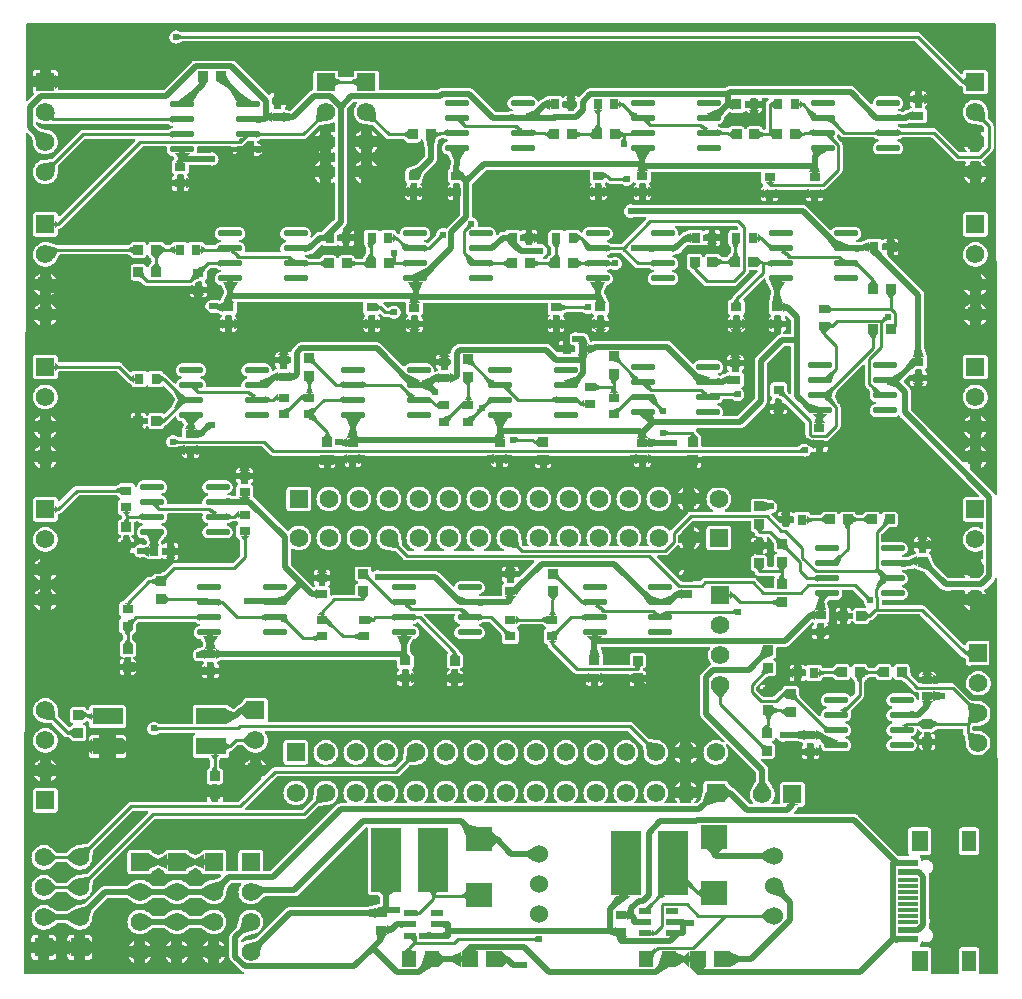
<source format=gtl>
G04 Layer: TopLayer*
G04 EasyEDA v6.5.40, 2024-04-23 11:15:46*
G04 c7e9cca6e7fb4e88997dfbcd3db0eb44,2d5800d2cc32464ebd88bb1e24ba3ef2,10*
G04 Gerber Generator version 0.2*
G04 Scale: 100 percent, Rotated: No, Reflected: No *
G04 Dimensions in inches *
G04 leading zeros omitted , absolute positions ,3 integer and 6 decimal *
%FSLAX36Y36*%
%MOIN*%

%AMMACRO1*21,1,$1,$2,0,0,$3*%
%ADD10C,0.0100*%
%ADD11C,0.0200*%
%ADD12R,0.0315X0.0354*%
%ADD13MACRO1,0.0532X0.0555X90.0000*%
%ADD14R,0.0354X0.0315*%
%ADD15MACRO1,0.0531X0.0555X90.0000*%
%ADD16MACRO1,0.0863X0.0806X0.0000*%
%ADD17R,0.0863X0.0806*%
%ADD18R,0.0984X0.2165*%
%ADD19MACRO1,0.0542X0.0446X-90.0000*%
%ADD20R,0.0422X0.0209*%
%ADD21R,0.0472X0.0709*%
%ADD22R,0.0571X0.0709*%
%ADD23R,0.0650X0.0118*%
%ADD24R,0.0650X0.0236*%
%ADD25MACRO1,0.034X0.0318X0.0000*%
%ADD26R,0.0340X0.0318*%
%ADD27MACRO1,0.034X0.0318X90.0000*%
%ADD28O,0.080512X0.02315*%
%ADD29MACRO1,0.034X0.0318X-90.0000*%
%ADD30MACRO1,0.1024X0.056X0.0000*%
%ADD31MACRO1,0.062X0.062X-90.0000*%
%ADD32C,0.0620*%
%ADD33MACRO1,0.062X0.062X90.0000*%
%ADD34MACRO1,0.062X0.062X0.0000*%
%ADD35C,0.0600*%
%ADD36C,0.0240*%
%ADD37C,0.0184*%

%LPD*%
G36*
X2547060Y3555600D02*
G01*
X2545500Y3556019D01*
X2541240Y3558159D01*
X2540020Y3559080D01*
X2539240Y3560400D01*
X2538900Y3561420D01*
X2537680Y3563360D01*
X2536060Y3564960D01*
X2534140Y3566180D01*
X2531980Y3566920D01*
X2529500Y3567200D01*
X2498200Y3567200D01*
X2495700Y3566920D01*
X2493560Y3566180D01*
X2491620Y3564960D01*
X2490020Y3563360D01*
X2488800Y3561420D01*
X2487960Y3559040D01*
X2487120Y3557640D01*
X2485800Y3556680D01*
X2484200Y3556360D01*
X2482600Y3556680D01*
X2481260Y3557640D01*
X2480420Y3559040D01*
X2479580Y3561420D01*
X2478360Y3563360D01*
X2476760Y3564960D01*
X2474820Y3566180D01*
X2472680Y3566920D01*
X2470180Y3567200D01*
X2438880Y3567200D01*
X2436400Y3566920D01*
X2434240Y3566180D01*
X2432320Y3564960D01*
X2430700Y3563360D01*
X2429680Y3561720D01*
X2428680Y3560640D01*
X2427360Y3560000D01*
X2425900Y3559860D01*
X2422500Y3560200D01*
X2407400Y3560200D01*
X2405800Y3560539D01*
X2403440Y3561660D01*
X2400320Y3563840D01*
X2396880Y3565440D01*
X2394300Y3566139D01*
X2392780Y3566940D01*
X2391720Y3568300D01*
X2391340Y3570000D01*
X2391720Y3571700D01*
X2392780Y3573060D01*
X2394300Y3573860D01*
X2396880Y3574560D01*
X2400320Y3576160D01*
X2403420Y3578340D01*
X2406100Y3581019D01*
X2408280Y3584120D01*
X2409880Y3587559D01*
X2410860Y3591220D01*
X2411180Y3592820D01*
X2411780Y3593820D01*
X2428000Y3614040D01*
X2429380Y3615140D01*
X2431120Y3615539D01*
X2432840Y3615140D01*
X2436460Y3613399D01*
X2438820Y3612580D01*
X2441320Y3612300D01*
X2472360Y3612300D01*
X2474840Y3612580D01*
X2477000Y3613320D01*
X2478920Y3614540D01*
X2480540Y3616160D01*
X2481000Y3616900D01*
X2482120Y3618060D01*
X2483580Y3618680D01*
X2485200Y3618680D01*
X2486660Y3618060D01*
X2487780Y3616900D01*
X2488240Y3616160D01*
X2489860Y3614540D01*
X2491780Y3613320D01*
X2493940Y3612580D01*
X2496420Y3612300D01*
X2501580Y3612300D01*
X2501580Y3628860D01*
X2486780Y3628860D01*
X2485260Y3629160D01*
X2483960Y3630020D01*
X2483080Y3631320D01*
X2482780Y3632860D01*
X2482780Y3647580D01*
X2483080Y3649100D01*
X2483960Y3650400D01*
X2485260Y3651259D01*
X2486780Y3651580D01*
X2501580Y3651580D01*
X2501580Y3656600D01*
X2501880Y3658140D01*
X2502740Y3659420D01*
X2504040Y3660299D01*
X2505580Y3660600D01*
X2518320Y3660600D01*
X2519840Y3660299D01*
X2521140Y3659420D01*
X2522020Y3658140D01*
X2522320Y3656600D01*
X2522320Y3651580D01*
X2537900Y3651580D01*
X2537900Y3656600D01*
X2538200Y3658140D01*
X2539060Y3659420D01*
X2540360Y3660299D01*
X2541900Y3660600D01*
X2557000Y3660600D01*
X2558720Y3660220D01*
X2560100Y3659140D01*
X2560880Y3657580D01*
X2560940Y3655820D01*
X2560220Y3654220D01*
X2558900Y3653080D01*
X2558060Y3652620D01*
X2555760Y3650740D01*
X2553860Y3648440D01*
X2552460Y3645820D01*
X2551600Y3642960D01*
X2551300Y3639800D01*
X2551300Y3559600D01*
X2550960Y3558020D01*
X2550040Y3556680D01*
X2548660Y3555840D01*
G37*

%LPC*%
G36*
X2522320Y3612300D02*
G01*
X2527460Y3612300D01*
X2529960Y3612580D01*
X2532100Y3613320D01*
X2534040Y3614540D01*
X2535640Y3616160D01*
X2536860Y3618080D01*
X2537620Y3620240D01*
X2537900Y3622720D01*
X2537900Y3628860D01*
X2522320Y3628860D01*
G37*

%LPD*%
G36*
X1030819Y3125200D02*
G01*
X1029200Y3125539D01*
X1026840Y3126660D01*
X1023720Y3128840D01*
X1020280Y3130440D01*
X1018580Y3130899D01*
X1017159Y3131600D01*
X1016120Y3132820D01*
X1015639Y3134320D01*
X1015759Y3135899D01*
X1016500Y3137300D01*
X1017740Y3138300D01*
X1019260Y3138759D01*
X1034260Y3140120D01*
X1035920Y3140500D01*
X1037600Y3141019D01*
X1039240Y3141700D01*
X1040800Y3142500D01*
X1042280Y3143460D01*
X1043680Y3144520D01*
X1045040Y3145779D01*
X1069140Y3169880D01*
X1070440Y3170740D01*
X1071980Y3171040D01*
X1073500Y3170740D01*
X1074800Y3169880D01*
X1075360Y3169320D01*
X1077280Y3168120D01*
X1079420Y3167360D01*
X1081920Y3167080D01*
X1112960Y3167080D01*
X1115460Y3167360D01*
X1117600Y3168120D01*
X1119540Y3169320D01*
X1121140Y3170940D01*
X1121620Y3171680D01*
X1122720Y3172840D01*
X1124200Y3173480D01*
X1125800Y3173480D01*
X1127280Y3172840D01*
X1128380Y3171680D01*
X1128860Y3170940D01*
X1130460Y3169320D01*
X1132400Y3168120D01*
X1134540Y3167360D01*
X1137040Y3167080D01*
X1142180Y3167080D01*
X1142180Y3183639D01*
X1127400Y3183639D01*
X1125860Y3183940D01*
X1124560Y3184820D01*
X1123700Y3186120D01*
X1123400Y3187640D01*
X1123400Y3202360D01*
X1123700Y3203880D01*
X1124560Y3205179D01*
X1125860Y3206060D01*
X1127400Y3206360D01*
X1142180Y3206360D01*
X1142180Y3225360D01*
X1142480Y3226880D01*
X1143340Y3228180D01*
X1149720Y3234580D01*
X1151420Y3236740D01*
X1152360Y3238200D01*
X1153160Y3239760D01*
X1153840Y3241400D01*
X1154360Y3243080D01*
X1154740Y3244800D01*
X1154980Y3246540D01*
X1155060Y3248380D01*
X1155060Y3622640D01*
X1155360Y3624160D01*
X1156240Y3625460D01*
X1177300Y3646520D01*
X1178600Y3647400D01*
X1180120Y3647700D01*
X1185180Y3647700D01*
X1186660Y3647420D01*
X1187940Y3646580D01*
X1188820Y3645360D01*
X1189180Y3643880D01*
X1188960Y3642380D01*
X1188180Y3641060D01*
X1187320Y3640080D01*
X1184320Y3635600D01*
X1181940Y3630760D01*
X1180220Y3625659D01*
X1179160Y3620380D01*
X1178800Y3615000D01*
X1179160Y3609620D01*
X1180220Y3604340D01*
X1181940Y3599240D01*
X1184320Y3594400D01*
X1187320Y3589920D01*
X1190880Y3585880D01*
X1194920Y3582320D01*
X1199400Y3579320D01*
X1204240Y3576940D01*
X1209340Y3575220D01*
X1214700Y3574140D01*
X1240280Y3571900D01*
X1241620Y3571540D01*
X1242760Y3570740D01*
X1284120Y3529400D01*
X1286560Y3527380D01*
X1289199Y3525980D01*
X1292040Y3525120D01*
X1295200Y3524800D01*
X1341120Y3524800D01*
X1342900Y3524380D01*
X1347960Y3521860D01*
X1349180Y3520920D01*
X1349940Y3519600D01*
X1350300Y3518580D01*
X1351519Y3516640D01*
X1353120Y3515040D01*
X1355060Y3513820D01*
X1357200Y3513080D01*
X1359700Y3512799D01*
X1391000Y3512799D01*
X1393480Y3513080D01*
X1395640Y3513820D01*
X1397560Y3515040D01*
X1399180Y3516640D01*
X1400380Y3518580D01*
X1401200Y3520899D01*
X1402120Y3522380D01*
X1403560Y3523320D01*
X1405260Y3523580D01*
X1406920Y3523080D01*
X1408220Y3521940D01*
X1408899Y3520360D01*
X1414420Y3492180D01*
X1414500Y3491400D01*
X1414500Y3468639D01*
X1414199Y3467100D01*
X1413320Y3465800D01*
X1387480Y3440000D01*
X1386100Y3439100D01*
X1357460Y3427900D01*
X1354820Y3426440D01*
X1352960Y3424620D01*
X1351759Y3422720D01*
X1351000Y3420560D01*
X1350720Y3418080D01*
X1350720Y3387040D01*
X1351000Y3384540D01*
X1351759Y3382400D01*
X1352960Y3380460D01*
X1354580Y3378860D01*
X1355320Y3378380D01*
X1356480Y3377280D01*
X1357100Y3375800D01*
X1357100Y3374200D01*
X1356480Y3372720D01*
X1355320Y3371620D01*
X1354580Y3371139D01*
X1352960Y3369540D01*
X1351759Y3367600D01*
X1351000Y3365460D01*
X1350720Y3362960D01*
X1350720Y3357820D01*
X1367280Y3357820D01*
X1367280Y3372600D01*
X1367580Y3374140D01*
X1368460Y3375440D01*
X1369740Y3376300D01*
X1371279Y3376600D01*
X1386000Y3376600D01*
X1387520Y3376300D01*
X1388820Y3375440D01*
X1389700Y3374140D01*
X1390000Y3372600D01*
X1390000Y3357820D01*
X1406560Y3357820D01*
X1406560Y3362960D01*
X1406279Y3365460D01*
X1405520Y3367600D01*
X1404300Y3369540D01*
X1402700Y3371139D01*
X1401960Y3371620D01*
X1400800Y3372720D01*
X1400160Y3374200D01*
X1400160Y3375800D01*
X1400800Y3377280D01*
X1401960Y3378380D01*
X1402700Y3378860D01*
X1404300Y3380460D01*
X1405520Y3382400D01*
X1406279Y3384540D01*
X1406620Y3386420D01*
X1416360Y3411280D01*
X1417260Y3412660D01*
X1448899Y3444240D01*
X1450180Y3445620D01*
X1451240Y3447000D01*
X1452200Y3448500D01*
X1453000Y3450040D01*
X1453680Y3451700D01*
X1454199Y3453360D01*
X1454580Y3455100D01*
X1454820Y3456820D01*
X1454900Y3458680D01*
X1454900Y3491820D01*
X1454980Y3492600D01*
X1460440Y3520520D01*
X1461020Y3521940D01*
X1462120Y3523060D01*
X1465180Y3525140D01*
X1466260Y3525659D01*
X1467300Y3525980D01*
X1469940Y3527380D01*
X1471780Y3528900D01*
X1472960Y3529560D01*
X1474319Y3529800D01*
X1475800Y3529800D01*
X1477400Y3529460D01*
X1479760Y3528340D01*
X1482880Y3526160D01*
X1486320Y3524560D01*
X1488899Y3523860D01*
X1490440Y3523060D01*
X1491480Y3521700D01*
X1491860Y3520000D01*
X1491480Y3518300D01*
X1490440Y3516940D01*
X1488899Y3516139D01*
X1486320Y3515440D01*
X1482880Y3513840D01*
X1479780Y3511660D01*
X1477100Y3508980D01*
X1474920Y3505880D01*
X1473320Y3502440D01*
X1472340Y3498780D01*
X1472000Y3495000D01*
X1472340Y3491220D01*
X1473320Y3487559D01*
X1474920Y3484120D01*
X1477100Y3481019D01*
X1479780Y3478340D01*
X1482880Y3476160D01*
X1486320Y3474560D01*
X1489379Y3473740D01*
X1490880Y3472960D01*
X1491940Y3471660D01*
X1501879Y3451760D01*
X1502300Y3449980D01*
X1502300Y3444940D01*
X1501960Y3443300D01*
X1501000Y3441180D01*
X1500500Y3439520D01*
X1500120Y3437820D01*
X1499880Y3436060D01*
X1499800Y3434240D01*
X1499800Y3430899D01*
X1499580Y3429580D01*
X1498920Y3428399D01*
X1497920Y3427520D01*
X1495940Y3426259D01*
X1494340Y3424660D01*
X1493120Y3422720D01*
X1492360Y3420560D01*
X1492080Y3418080D01*
X1492080Y3387040D01*
X1492360Y3384540D01*
X1493120Y3382400D01*
X1494319Y3380460D01*
X1495940Y3378860D01*
X1496680Y3378380D01*
X1497840Y3377280D01*
X1498480Y3375800D01*
X1498480Y3374200D01*
X1497840Y3372720D01*
X1496680Y3371620D01*
X1495940Y3371139D01*
X1494319Y3369540D01*
X1493120Y3367600D01*
X1492360Y3365460D01*
X1492080Y3362960D01*
X1492080Y3357820D01*
X1508640Y3357820D01*
X1508640Y3372600D01*
X1508940Y3374140D01*
X1509820Y3375440D01*
X1511120Y3376300D01*
X1512640Y3376600D01*
X1527360Y3376600D01*
X1528880Y3376300D01*
X1530180Y3375440D01*
X1531060Y3374140D01*
X1531360Y3372600D01*
X1531360Y3357420D01*
X1532540Y3356520D01*
X1533320Y3355280D01*
X1533600Y3353820D01*
X1533600Y3341080D01*
X1533320Y3339620D01*
X1532540Y3338360D01*
X1531360Y3337480D01*
X1531360Y3321080D01*
X1532540Y3320200D01*
X1533320Y3318960D01*
X1533600Y3317500D01*
X1533600Y3273620D01*
X1533300Y3272100D01*
X1532420Y3270800D01*
X1489199Y3227520D01*
X1487840Y3226560D01*
X1486200Y3226220D01*
X1484560Y3226600D01*
X1483500Y3227100D01*
X1479780Y3228100D01*
X1475920Y3228440D01*
X1472060Y3228100D01*
X1468340Y3227100D01*
X1464820Y3225460D01*
X1461660Y3223240D01*
X1458920Y3220520D01*
X1456699Y3217340D01*
X1455080Y3213840D01*
X1453860Y3209080D01*
X1452320Y3204720D01*
X1451380Y3203240D01*
X1427340Y3179160D01*
X1426200Y3178360D01*
X1424860Y3178000D01*
X1423480Y3178120D01*
X1418580Y3180440D01*
X1416000Y3181139D01*
X1414460Y3181940D01*
X1413420Y3183300D01*
X1413040Y3185000D01*
X1413420Y3186700D01*
X1414460Y3188060D01*
X1416000Y3188860D01*
X1418580Y3189560D01*
X1422000Y3191160D01*
X1425120Y3193340D01*
X1427800Y3196019D01*
X1429980Y3199120D01*
X1431579Y3202559D01*
X1432560Y3206220D01*
X1432880Y3210000D01*
X1432560Y3213780D01*
X1431579Y3217440D01*
X1429980Y3220880D01*
X1427800Y3223980D01*
X1425120Y3226660D01*
X1422000Y3228840D01*
X1418580Y3230440D01*
X1414900Y3231420D01*
X1410960Y3231780D01*
X1353940Y3231780D01*
X1349980Y3231420D01*
X1346320Y3230440D01*
X1342880Y3228840D01*
X1339780Y3226660D01*
X1337100Y3223980D01*
X1334920Y3220880D01*
X1333320Y3217440D01*
X1332340Y3213780D01*
X1332160Y3211800D01*
X1331720Y3210299D01*
X1330740Y3209080D01*
X1329360Y3208320D01*
X1327800Y3208159D01*
X1324820Y3209160D01*
X1323720Y3209680D01*
X1320780Y3211680D01*
X1319600Y3212919D01*
X1318280Y3216920D01*
X1317060Y3218840D01*
X1315460Y3220460D01*
X1313520Y3221680D01*
X1311380Y3222420D01*
X1308880Y3222700D01*
X1277840Y3222700D01*
X1275340Y3222420D01*
X1273200Y3221680D01*
X1271260Y3220460D01*
X1269660Y3218840D01*
X1269200Y3218100D01*
X1268080Y3216940D01*
X1266600Y3216320D01*
X1265000Y3216320D01*
X1263520Y3216940D01*
X1262420Y3218100D01*
X1261960Y3218840D01*
X1260340Y3220460D01*
X1258420Y3221680D01*
X1256260Y3222420D01*
X1253780Y3222700D01*
X1222720Y3222700D01*
X1220240Y3222420D01*
X1218080Y3221680D01*
X1216160Y3220460D01*
X1214540Y3218840D01*
X1213340Y3216920D01*
X1212580Y3214760D01*
X1212300Y3212280D01*
X1212300Y3177300D01*
X1212580Y3174800D01*
X1213340Y3172660D01*
X1214940Y3170059D01*
X1219680Y3160600D01*
X1220100Y3158800D01*
X1220100Y3145280D01*
X1219680Y3143480D01*
X1216960Y3138039D01*
X1216340Y3137140D01*
X1215480Y3136420D01*
X1213120Y3134960D01*
X1211520Y3133360D01*
X1210300Y3131420D01*
X1209540Y3129280D01*
X1209080Y3127360D01*
X1208180Y3126220D01*
X1206940Y3125460D01*
X1205520Y3125200D01*
X1188700Y3125200D01*
X1186900Y3125620D01*
X1181840Y3128159D01*
X1180640Y3129080D01*
X1179860Y3130400D01*
X1179500Y3131420D01*
X1178300Y3133360D01*
X1176680Y3134960D01*
X1174760Y3136180D01*
X1172600Y3136920D01*
X1170120Y3137200D01*
X1138800Y3137200D01*
X1136320Y3136920D01*
X1134160Y3136180D01*
X1132240Y3134960D01*
X1130620Y3133360D01*
X1129420Y3131420D01*
X1128580Y3129040D01*
X1127740Y3127640D01*
X1126400Y3126680D01*
X1124800Y3126360D01*
X1123200Y3126680D01*
X1121880Y3127640D01*
X1121020Y3129040D01*
X1120200Y3131420D01*
X1118980Y3133360D01*
X1117360Y3134960D01*
X1115440Y3136180D01*
X1113280Y3136920D01*
X1110800Y3137200D01*
X1079500Y3137200D01*
X1077020Y3136920D01*
X1074860Y3136180D01*
X1072940Y3134960D01*
X1071320Y3133360D01*
X1070100Y3131420D01*
X1069760Y3130400D01*
X1068980Y3129080D01*
X1067760Y3128159D01*
X1062700Y3125620D01*
X1060920Y3125200D01*
G37*

%LPC*%
G36*
X1162920Y3167080D02*
G01*
X1168080Y3167080D01*
X1170560Y3167360D01*
X1172720Y3168120D01*
X1174640Y3169320D01*
X1176260Y3170940D01*
X1177480Y3172860D01*
X1178220Y3175020D01*
X1178500Y3177500D01*
X1178500Y3183639D01*
X1162920Y3183639D01*
G37*
G36*
X1162920Y3206360D02*
G01*
X1178500Y3206360D01*
X1178500Y3212500D01*
X1178220Y3214980D01*
X1177480Y3217140D01*
X1176260Y3219060D01*
X1174640Y3220680D01*
X1172720Y3221880D01*
X1170560Y3222640D01*
X1168080Y3222919D01*
X1162920Y3222919D01*
G37*
G36*
X1390000Y3321500D02*
G01*
X1396120Y3321500D01*
X1398620Y3321780D01*
X1400760Y3322520D01*
X1402700Y3323740D01*
X1404300Y3325360D01*
X1405520Y3327280D01*
X1406279Y3329440D01*
X1406560Y3331920D01*
X1406560Y3337080D01*
X1390000Y3337080D01*
G37*
G36*
X1361140Y3321500D02*
G01*
X1367280Y3321500D01*
X1367280Y3337080D01*
X1350720Y3337080D01*
X1350720Y3331920D01*
X1351000Y3329440D01*
X1351759Y3327280D01*
X1352960Y3325360D01*
X1354580Y3323740D01*
X1356500Y3322520D01*
X1358660Y3321780D01*
G37*
G36*
X1502500Y3321500D02*
G01*
X1508640Y3321500D01*
X1508640Y3337080D01*
X1492080Y3337080D01*
X1492080Y3331920D01*
X1492360Y3329440D01*
X1493120Y3327280D01*
X1494319Y3325360D01*
X1495940Y3323740D01*
X1497860Y3322520D01*
X1500020Y3321780D01*
G37*
G36*
X1238000Y3378039D02*
G01*
X1240600Y3379320D01*
X1245080Y3382320D01*
X1249120Y3385880D01*
X1252680Y3389920D01*
X1255680Y3394400D01*
X1256960Y3397000D01*
X1238000Y3397000D01*
G37*
G36*
X1202000Y3378039D02*
G01*
X1202000Y3397000D01*
X1183040Y3397000D01*
X1184320Y3394400D01*
X1187320Y3389920D01*
X1190880Y3385880D01*
X1194920Y3382320D01*
X1199400Y3379320D01*
G37*
G36*
X1183040Y3433000D02*
G01*
X1202000Y3433000D01*
X1202000Y3451960D01*
X1199400Y3450680D01*
X1194920Y3447679D01*
X1190880Y3444120D01*
X1187320Y3440080D01*
X1184320Y3435600D01*
G37*
G36*
X1238000Y3433000D02*
G01*
X1256960Y3433000D01*
X1255680Y3435600D01*
X1252680Y3440080D01*
X1249120Y3444120D01*
X1245080Y3447679D01*
X1240600Y3450680D01*
X1238000Y3451960D01*
G37*
G36*
X1238000Y3478039D02*
G01*
X1240600Y3479320D01*
X1245080Y3482320D01*
X1249120Y3485880D01*
X1252680Y3489920D01*
X1255680Y3494400D01*
X1256960Y3497000D01*
X1238000Y3497000D01*
G37*
G36*
X1202000Y3478039D02*
G01*
X1202000Y3497000D01*
X1183040Y3497000D01*
X1184320Y3494400D01*
X1187320Y3489920D01*
X1190880Y3485880D01*
X1194920Y3482320D01*
X1199400Y3479320D01*
G37*
G36*
X1183040Y3533000D02*
G01*
X1202000Y3533000D01*
X1202000Y3551960D01*
X1199400Y3550680D01*
X1194920Y3547679D01*
X1190880Y3544120D01*
X1187320Y3540080D01*
X1184320Y3535600D01*
G37*
G36*
X1238000Y3533000D02*
G01*
X1256960Y3533000D01*
X1255680Y3535600D01*
X1252680Y3540080D01*
X1249120Y3544120D01*
X1245080Y3547679D01*
X1240600Y3550680D01*
X1238000Y3551960D01*
G37*

%LPD*%
G36*
X3317760Y2338700D02*
G01*
X3316160Y2339340D01*
X3314980Y2340580D01*
X3313620Y2342820D01*
X3312580Y2344180D01*
X3311320Y2345540D01*
X3233180Y2423720D01*
X3232300Y2425020D01*
X3232000Y2426560D01*
X3232000Y2447000D01*
X3211560Y2447000D01*
X3210040Y2447300D01*
X3208740Y2448180D01*
X3035980Y2621000D01*
X3035100Y2622300D01*
X3034800Y2623820D01*
X3034800Y2682420D01*
X3034720Y2684280D01*
X3034480Y2686000D01*
X3034100Y2687760D01*
X3033580Y2689400D01*
X3032900Y2691060D01*
X3032100Y2692600D01*
X3031120Y2694100D01*
X3030080Y2695480D01*
X3028800Y2696860D01*
X3012420Y2713200D01*
X3011560Y2714500D01*
X3011259Y2716019D01*
X3011560Y2717559D01*
X3012420Y2718860D01*
X3030220Y2736640D01*
X3031520Y2737520D01*
X3033039Y2737820D01*
X3048639Y2737820D01*
X3048639Y2750680D01*
X3049000Y2752360D01*
X3050040Y2753720D01*
X3052300Y2755640D01*
X3053500Y2756360D01*
X3054900Y2756600D01*
X3067360Y2756600D01*
X3068880Y2756300D01*
X3070179Y2755440D01*
X3071060Y2754140D01*
X3071360Y2752600D01*
X3071360Y2737820D01*
X3087919Y2737820D01*
X3087919Y2742960D01*
X3087640Y2745460D01*
X3086880Y2747600D01*
X3085680Y2749540D01*
X3084060Y2751139D01*
X3083320Y2751620D01*
X3082160Y2752720D01*
X3081520Y2754200D01*
X3081520Y2755800D01*
X3082160Y2757280D01*
X3083320Y2758380D01*
X3084060Y2758860D01*
X3085680Y2760460D01*
X3086880Y2762400D01*
X3087640Y2764540D01*
X3087919Y2767040D01*
X3087919Y2798060D01*
X3087540Y2801100D01*
X3080320Y2829100D01*
X3080200Y2830100D01*
X3080200Y3004920D01*
X3080120Y3006760D01*
X3079880Y3008500D01*
X3079500Y3010220D01*
X3078980Y3011900D01*
X3078300Y3013540D01*
X3077500Y3015100D01*
X3076540Y3016580D01*
X3075480Y3017980D01*
X3074220Y3019340D01*
X2958360Y3135220D01*
X2957480Y3136520D01*
X2957180Y3138039D01*
X2957180Y3153639D01*
X2944320Y3153639D01*
X2942660Y3154000D01*
X2941280Y3155040D01*
X2939360Y3157300D01*
X2938639Y3158519D01*
X2938399Y3159900D01*
X2938399Y3172360D01*
X2938700Y3173880D01*
X2939560Y3175179D01*
X2940860Y3176060D01*
X2942400Y3176360D01*
X2957180Y3176360D01*
X2957180Y3192919D01*
X2952040Y3192919D01*
X2949540Y3192640D01*
X2947400Y3191880D01*
X2945460Y3190680D01*
X2943860Y3189060D01*
X2943380Y3188320D01*
X2942280Y3187160D01*
X2940800Y3186520D01*
X2939200Y3186520D01*
X2937720Y3187160D01*
X2936620Y3188320D01*
X2936139Y3189060D01*
X2934540Y3190680D01*
X2932600Y3191880D01*
X2930460Y3192640D01*
X2927960Y3192919D01*
X2896920Y3192919D01*
X2894440Y3192640D01*
X2892060Y3191800D01*
X2878460Y3185260D01*
X2877559Y3184960D01*
X2875460Y3184500D01*
X2873800Y3183980D01*
X2872160Y3183300D01*
X2870680Y3182520D01*
X2869120Y3181440D01*
X2867919Y3180880D01*
X2866600Y3180740D01*
X2854940Y3181380D01*
X2853399Y3181800D01*
X2852140Y3182780D01*
X2851360Y3184180D01*
X2851200Y3185779D01*
X2851660Y3187300D01*
X2852700Y3188540D01*
X2854140Y3189240D01*
X2855280Y3189560D01*
X2858720Y3191160D01*
X2861820Y3193340D01*
X2864500Y3196019D01*
X2866680Y3199120D01*
X2868279Y3202559D01*
X2869260Y3206220D01*
X2869600Y3210000D01*
X2869260Y3213780D01*
X2868279Y3217440D01*
X2866680Y3220880D01*
X2864500Y3223980D01*
X2861820Y3226660D01*
X2858720Y3228840D01*
X2855280Y3230440D01*
X2851620Y3231420D01*
X2847660Y3231780D01*
X2790640Y3231780D01*
X2786700Y3231420D01*
X2783039Y3230440D01*
X2779600Y3228840D01*
X2776480Y3226660D01*
X2773800Y3223980D01*
X2772320Y3221860D01*
X2771040Y3220680D01*
X2769380Y3220160D01*
X2767660Y3220400D01*
X2766200Y3221320D01*
X2688540Y3298920D01*
X2687180Y3300179D01*
X2685779Y3301240D01*
X2684300Y3302180D01*
X2682720Y3303000D01*
X2681100Y3303680D01*
X2679420Y3304220D01*
X2677700Y3304580D01*
X2675960Y3304820D01*
X2674120Y3304900D01*
X2111100Y3304900D01*
X2109400Y3305280D01*
X2108740Y3305580D01*
X2105000Y3306580D01*
X2101160Y3306920D01*
X2097300Y3306580D01*
X2093560Y3305580D01*
X2090060Y3303960D01*
X2086879Y3301740D01*
X2084160Y3299000D01*
X2081940Y3295840D01*
X2080300Y3292320D01*
X2079300Y3288600D01*
X2078959Y3284740D01*
X2079300Y3280880D01*
X2080300Y3277160D01*
X2081940Y3273639D01*
X2084160Y3270480D01*
X2086879Y3267740D01*
X2090060Y3265520D01*
X2093560Y3263900D01*
X2097300Y3262900D01*
X2101160Y3262559D01*
X2105000Y3262900D01*
X2108740Y3263900D01*
X2109240Y3264120D01*
X2110920Y3264500D01*
X2150040Y3264500D01*
X2151580Y3264200D01*
X2152880Y3263320D01*
X2153740Y3262020D01*
X2154040Y3260500D01*
X2153740Y3258960D01*
X2152880Y3257660D01*
X2071480Y3176360D01*
X2070180Y3175500D01*
X2068660Y3175200D01*
X2037520Y3175200D01*
X2035900Y3175539D01*
X2033520Y3176660D01*
X2030400Y3178840D01*
X2026960Y3180440D01*
X2024400Y3181139D01*
X2022860Y3181940D01*
X2021800Y3183300D01*
X2021440Y3185000D01*
X2021800Y3186700D01*
X2022860Y3188060D01*
X2024400Y3188860D01*
X2026960Y3189560D01*
X2030400Y3191160D01*
X2033520Y3193340D01*
X2036200Y3196019D01*
X2038380Y3199120D01*
X2039980Y3202559D01*
X2040960Y3206220D01*
X2041279Y3210000D01*
X2040960Y3213780D01*
X2039980Y3217440D01*
X2038380Y3220880D01*
X2036200Y3223980D01*
X2033520Y3226660D01*
X2030400Y3228840D01*
X2026960Y3230440D01*
X2023300Y3231420D01*
X2019360Y3231780D01*
X1962340Y3231780D01*
X1958380Y3231420D01*
X1954720Y3230440D01*
X1951279Y3228840D01*
X1948180Y3226660D01*
X1945500Y3223980D01*
X1943320Y3220880D01*
X1941720Y3217440D01*
X1941000Y3214820D01*
X1940240Y3213340D01*
X1938920Y3212300D01*
X1937300Y3211880D01*
X1935640Y3212180D01*
X1934240Y3213120D01*
X1933380Y3214560D01*
X1932480Y3217140D01*
X1931260Y3219060D01*
X1929640Y3220680D01*
X1927720Y3221880D01*
X1925560Y3222640D01*
X1923080Y3222919D01*
X1892040Y3222919D01*
X1889540Y3222640D01*
X1887400Y3221880D01*
X1885460Y3220680D01*
X1883860Y3219060D01*
X1883380Y3218320D01*
X1882280Y3217160D01*
X1880800Y3216520D01*
X1879199Y3216520D01*
X1877720Y3217160D01*
X1876620Y3218320D01*
X1876140Y3219060D01*
X1874540Y3220680D01*
X1872600Y3221880D01*
X1870460Y3222640D01*
X1867960Y3222919D01*
X1836920Y3222919D01*
X1834440Y3222640D01*
X1832280Y3221880D01*
X1830360Y3220680D01*
X1828740Y3219060D01*
X1827520Y3217140D01*
X1826780Y3214980D01*
X1826500Y3212500D01*
X1826500Y3177500D01*
X1826780Y3175020D01*
X1827520Y3172860D01*
X1828740Y3170940D01*
X1830360Y3169320D01*
X1832560Y3167940D01*
X1833400Y3167240D01*
X1834000Y3166340D01*
X1836780Y3160800D01*
X1837200Y3159020D01*
X1837200Y3145280D01*
X1836780Y3143480D01*
X1834600Y3139120D01*
X1833820Y3138060D01*
X1832740Y3137300D01*
X1829240Y3136180D01*
X1827320Y3134960D01*
X1825700Y3133360D01*
X1824500Y3131420D01*
X1823740Y3129280D01*
X1823260Y3127360D01*
X1822380Y3126220D01*
X1821140Y3125460D01*
X1819720Y3125200D01*
X1812800Y3125200D01*
X1811300Y3125500D01*
X1810000Y3126340D01*
X1809139Y3127600D01*
X1808800Y3129100D01*
X1809060Y3130620D01*
X1809860Y3131920D01*
X1814520Y3135160D01*
X1817260Y3137880D01*
X1819480Y3141060D01*
X1821100Y3144560D01*
X1822100Y3148300D01*
X1822440Y3152140D01*
X1822100Y3156000D01*
X1821100Y3159740D01*
X1819480Y3163240D01*
X1817260Y3166420D01*
X1814520Y3169140D01*
X1811360Y3171360D01*
X1807840Y3173000D01*
X1804120Y3174000D01*
X1800260Y3174340D01*
X1796399Y3174000D01*
X1793520Y3173220D01*
X1791980Y3173120D01*
X1790520Y3173600D01*
X1789340Y3174600D01*
X1788640Y3175980D01*
X1788500Y3177500D01*
X1788500Y3183639D01*
X1772920Y3183639D01*
X1772920Y3176360D01*
X1772620Y3174820D01*
X1771759Y3173519D01*
X1770460Y3172660D01*
X1768920Y3172360D01*
X1756180Y3172360D01*
X1754660Y3172660D01*
X1753360Y3173519D01*
X1752480Y3174820D01*
X1752180Y3176360D01*
X1752180Y3183639D01*
X1737400Y3183639D01*
X1735860Y3183940D01*
X1734560Y3184820D01*
X1733700Y3186120D01*
X1733400Y3187640D01*
X1733400Y3202360D01*
X1733700Y3203880D01*
X1734560Y3205179D01*
X1735860Y3206060D01*
X1737400Y3206360D01*
X1752180Y3206360D01*
X1752180Y3222919D01*
X1747040Y3222919D01*
X1744540Y3222640D01*
X1742400Y3221880D01*
X1740460Y3220680D01*
X1738860Y3219060D01*
X1738380Y3218320D01*
X1737280Y3217160D01*
X1735800Y3216520D01*
X1734199Y3216520D01*
X1732720Y3217160D01*
X1731620Y3218320D01*
X1731140Y3219060D01*
X1729540Y3220680D01*
X1727600Y3221880D01*
X1725460Y3222640D01*
X1722960Y3222919D01*
X1691920Y3222919D01*
X1689440Y3222640D01*
X1687280Y3221880D01*
X1685360Y3220680D01*
X1683720Y3219040D01*
X1682440Y3217040D01*
X1681560Y3216060D01*
X1680380Y3215419D01*
X1679079Y3215200D01*
X1675780Y3215200D01*
X1673940Y3215120D01*
X1672180Y3214900D01*
X1670480Y3214500D01*
X1668779Y3213980D01*
X1667160Y3213300D01*
X1665580Y3212500D01*
X1664120Y3211540D01*
X1662700Y3210480D01*
X1661360Y3209240D01*
X1657920Y3205779D01*
X1656560Y3204900D01*
X1654980Y3204620D01*
X1653400Y3204980D01*
X1652100Y3205960D01*
X1651300Y3207360D01*
X1651100Y3208960D01*
X1651200Y3210000D01*
X1650860Y3213780D01*
X1649880Y3217440D01*
X1648280Y3220880D01*
X1646100Y3223980D01*
X1643420Y3226660D01*
X1640320Y3228840D01*
X1636879Y3230440D01*
X1633220Y3231420D01*
X1629259Y3231780D01*
X1596420Y3231780D01*
X1595000Y3232040D01*
X1593740Y3232799D01*
X1592860Y3233960D01*
X1592440Y3235360D01*
X1592900Y3240680D01*
X1592560Y3244540D01*
X1591560Y3248279D01*
X1589940Y3251780D01*
X1587720Y3254960D01*
X1584980Y3257679D01*
X1581819Y3259900D01*
X1578300Y3261540D01*
X1576960Y3261900D01*
X1575420Y3262700D01*
X1574379Y3264060D01*
X1574000Y3265760D01*
X1574000Y3374620D01*
X1574300Y3376139D01*
X1575180Y3377440D01*
X1619120Y3421400D01*
X1620420Y3422260D01*
X1621960Y3422580D01*
X1960940Y3422580D01*
X1962580Y3422220D01*
X1963920Y3421240D01*
X1964760Y3419780D01*
X1964920Y3418080D01*
X1964920Y3387040D01*
X1965200Y3384540D01*
X1965940Y3382400D01*
X1967160Y3380460D01*
X1968779Y3378860D01*
X1969520Y3378380D01*
X1970680Y3377280D01*
X1971300Y3375800D01*
X1971300Y3374200D01*
X1970680Y3372720D01*
X1969520Y3371620D01*
X1968779Y3371139D01*
X1967160Y3369540D01*
X1965940Y3367600D01*
X1965200Y3365460D01*
X1964920Y3362960D01*
X1964920Y3357820D01*
X1981480Y3357820D01*
X1981480Y3372600D01*
X1981780Y3374140D01*
X1982640Y3375440D01*
X1983940Y3376300D01*
X1985480Y3376600D01*
X2000200Y3376600D01*
X2001720Y3376300D01*
X2003020Y3375440D01*
X2003880Y3374140D01*
X2004199Y3372600D01*
X2004199Y3357820D01*
X2020740Y3357820D01*
X2020740Y3362960D01*
X2020460Y3365460D01*
X2019720Y3367600D01*
X2018500Y3369540D01*
X2016900Y3371139D01*
X2016160Y3371620D01*
X2015000Y3372720D01*
X2014360Y3374200D01*
X2014360Y3375800D01*
X2015000Y3377280D01*
X2016160Y3378380D01*
X2017580Y3379540D01*
X2018779Y3380360D01*
X2020200Y3380700D01*
X2021660Y3380500D01*
X2022940Y3379800D01*
X2024800Y3378260D01*
X2027440Y3376860D01*
X2030280Y3376000D01*
X2033440Y3375680D01*
X2068300Y3375680D01*
X2070020Y3375299D01*
X2074580Y3373120D01*
X2076759Y3371660D01*
X2080260Y3370040D01*
X2084000Y3369040D01*
X2087860Y3368700D01*
X2091699Y3369040D01*
X2095440Y3370040D01*
X2098940Y3371660D01*
X2102120Y3373880D01*
X2104840Y3376620D01*
X2108260Y3381520D01*
X2109760Y3382320D01*
X2111460Y3382420D01*
X2113060Y3381800D01*
X2115940Y3378860D01*
X2116680Y3378380D01*
X2117840Y3377280D01*
X2118480Y3375800D01*
X2118480Y3374200D01*
X2117840Y3372720D01*
X2116680Y3371620D01*
X2115940Y3371139D01*
X2114320Y3369540D01*
X2113120Y3367600D01*
X2112360Y3365460D01*
X2112080Y3362960D01*
X2112080Y3357820D01*
X2128640Y3357820D01*
X2128640Y3372600D01*
X2128940Y3374140D01*
X2129820Y3375440D01*
X2131120Y3376300D01*
X2132640Y3376600D01*
X2147360Y3376600D01*
X2148880Y3376300D01*
X2150180Y3375440D01*
X2151060Y3374140D01*
X2151360Y3372600D01*
X2151360Y3357820D01*
X2167920Y3357820D01*
X2167920Y3362960D01*
X2167640Y3365460D01*
X2166880Y3367600D01*
X2165680Y3369540D01*
X2164060Y3371139D01*
X2163320Y3371620D01*
X2162160Y3372720D01*
X2161520Y3374200D01*
X2161520Y3375800D01*
X2162160Y3377280D01*
X2163320Y3378380D01*
X2164060Y3378860D01*
X2165680Y3380460D01*
X2166880Y3382400D01*
X2167640Y3384540D01*
X2167920Y3387040D01*
X2167920Y3410120D01*
X2168220Y3411660D01*
X2169080Y3412960D01*
X2170380Y3413820D01*
X2171920Y3414120D01*
X2533080Y3414120D01*
X2534620Y3413820D01*
X2535920Y3412960D01*
X2536780Y3411660D01*
X2537080Y3410120D01*
X2537080Y3382040D01*
X2537360Y3379540D01*
X2538120Y3377400D01*
X2539320Y3375460D01*
X2540940Y3373860D01*
X2541680Y3373380D01*
X2542840Y3372280D01*
X2543480Y3370800D01*
X2543480Y3369200D01*
X2542840Y3367720D01*
X2541680Y3366620D01*
X2540940Y3366139D01*
X2539320Y3364540D01*
X2538120Y3362600D01*
X2537360Y3360460D01*
X2537080Y3357960D01*
X2537080Y3352820D01*
X2553640Y3352820D01*
X2553920Y3354480D01*
X2554720Y3355740D01*
X2555900Y3356620D01*
X2557340Y3357000D01*
X2558820Y3356840D01*
X2562160Y3355800D01*
X2565299Y3355500D01*
X2572360Y3355500D01*
X2573960Y3355160D01*
X2575299Y3354220D01*
X2576139Y3352820D01*
X2593140Y3352820D01*
X2593980Y3354220D01*
X2595320Y3355160D01*
X2596920Y3355500D01*
X2683080Y3355500D01*
X2684680Y3355160D01*
X2686019Y3354220D01*
X2686860Y3352820D01*
X2703860Y3352820D01*
X2704700Y3354220D01*
X2706040Y3355160D01*
X2707640Y3355500D01*
X2722360Y3355500D01*
X2723960Y3355160D01*
X2725299Y3354220D01*
X2726139Y3352820D01*
X2742940Y3352820D01*
X2743380Y3354320D01*
X2744380Y3355520D01*
X2745760Y3356259D01*
X2747100Y3356680D01*
X2749740Y3358080D01*
X2752180Y3360080D01*
X2802919Y3410920D01*
X2804920Y3413360D01*
X2806320Y3416000D01*
X2807180Y3418840D01*
X2807500Y3422000D01*
X2807500Y3504400D01*
X2807180Y3507559D01*
X2806320Y3510400D01*
X2804920Y3513039D01*
X2802900Y3515480D01*
X2794020Y3524380D01*
X2793360Y3525220D01*
X2789360Y3532240D01*
X2788920Y3533440D01*
X2788860Y3534700D01*
X2789220Y3535920D01*
X2789980Y3537559D01*
X2790140Y3538180D01*
X2790899Y3539660D01*
X2792180Y3540700D01*
X2793800Y3541139D01*
X2795440Y3540880D01*
X2796840Y3539980D01*
X2802420Y3534400D01*
X2804860Y3532380D01*
X2807500Y3530980D01*
X2810340Y3530120D01*
X2813500Y3529800D01*
X2912500Y3529800D01*
X2914100Y3529460D01*
X2916480Y3528340D01*
X2919600Y3526160D01*
X2923039Y3524560D01*
X2925600Y3523860D01*
X2927140Y3523060D01*
X2928200Y3521700D01*
X2928560Y3520000D01*
X2928200Y3518300D01*
X2927140Y3516940D01*
X2925600Y3516139D01*
X2923039Y3515440D01*
X2919600Y3513840D01*
X2916480Y3511660D01*
X2913800Y3508980D01*
X2911620Y3505880D01*
X2910020Y3502440D01*
X2909040Y3498780D01*
X2908720Y3495000D01*
X2909040Y3491220D01*
X2910020Y3487559D01*
X2911620Y3484120D01*
X2913800Y3481019D01*
X2916480Y3478340D01*
X2919600Y3476160D01*
X2923039Y3474560D01*
X2926700Y3473580D01*
X2930640Y3473220D01*
X2987660Y3473220D01*
X2991620Y3473580D01*
X2995280Y3474560D01*
X2998720Y3476160D01*
X3001820Y3478340D01*
X3004500Y3481019D01*
X3006680Y3484120D01*
X3008279Y3487559D01*
X3009260Y3491220D01*
X3009600Y3495000D01*
X3009260Y3498780D01*
X3008279Y3502440D01*
X3006680Y3505880D01*
X3004500Y3508980D01*
X3001820Y3511660D01*
X2998720Y3513840D01*
X2995280Y3515440D01*
X2992700Y3516139D01*
X2991180Y3516940D01*
X2990120Y3518300D01*
X2989740Y3520000D01*
X2990120Y3521700D01*
X2991180Y3523060D01*
X2992700Y3523860D01*
X2995280Y3524560D01*
X2998720Y3526160D01*
X3001840Y3528340D01*
X3004200Y3529460D01*
X3005800Y3529800D01*
X3103940Y3529800D01*
X3105480Y3529500D01*
X3106780Y3528620D01*
X3181019Y3454400D01*
X3183460Y3452380D01*
X3186100Y3450980D01*
X3188940Y3450120D01*
X3192100Y3449800D01*
X3217020Y3449800D01*
X3218519Y3449520D01*
X3219780Y3448680D01*
X3220659Y3447460D01*
X3221019Y3445980D01*
X3220800Y3444480D01*
X3220020Y3443159D01*
X3217320Y3440080D01*
X3214320Y3435600D01*
X3213039Y3433000D01*
X3232000Y3433000D01*
X3232000Y3445800D01*
X3232300Y3447340D01*
X3233180Y3448620D01*
X3234460Y3449500D01*
X3236000Y3449800D01*
X3264000Y3449800D01*
X3265539Y3449500D01*
X3266820Y3448620D01*
X3267700Y3447340D01*
X3268000Y3445800D01*
X3268000Y3433000D01*
X3286960Y3433000D01*
X3285680Y3435600D01*
X3282679Y3440080D01*
X3279120Y3444120D01*
X3274860Y3447860D01*
X3273840Y3449240D01*
X3273500Y3450940D01*
X3273900Y3452620D01*
X3274980Y3453960D01*
X3306200Y3485000D01*
X3308200Y3487440D01*
X3309620Y3490059D01*
X3310480Y3492919D01*
X3310800Y3496060D01*
X3310800Y3569200D01*
X3310480Y3572360D01*
X3309620Y3575200D01*
X3308220Y3577840D01*
X3306200Y3580280D01*
X3294260Y3592240D01*
X3293460Y3593380D01*
X3293100Y3594720D01*
X3290860Y3620299D01*
X3289780Y3625659D01*
X3288060Y3630760D01*
X3285680Y3635600D01*
X3282679Y3640080D01*
X3279120Y3644120D01*
X3275080Y3647679D01*
X3270600Y3650680D01*
X3265760Y3653060D01*
X3260659Y3654780D01*
X3255380Y3655840D01*
X3250000Y3656200D01*
X3244620Y3655840D01*
X3239340Y3654780D01*
X3234240Y3653060D01*
X3229400Y3650680D01*
X3224920Y3647679D01*
X3220880Y3644120D01*
X3217320Y3640080D01*
X3214320Y3635600D01*
X3211940Y3630760D01*
X3210220Y3625659D01*
X3209160Y3620380D01*
X3208800Y3615000D01*
X3209160Y3609620D01*
X3210220Y3604340D01*
X3211940Y3599240D01*
X3214320Y3594400D01*
X3217320Y3589920D01*
X3220880Y3585880D01*
X3224920Y3582320D01*
X3229400Y3579320D01*
X3234240Y3576940D01*
X3239340Y3575220D01*
X3244700Y3574140D01*
X3270280Y3571900D01*
X3271620Y3571540D01*
X3272760Y3570740D01*
X3279220Y3564280D01*
X3280100Y3562980D01*
X3280400Y3561440D01*
X3280400Y3551600D01*
X3280040Y3549940D01*
X3279000Y3548560D01*
X3277480Y3547760D01*
X3275779Y3547660D01*
X3274180Y3548279D01*
X3270600Y3550680D01*
X3268000Y3551960D01*
X3268000Y3533000D01*
X3276400Y3533000D01*
X3277940Y3532700D01*
X3279220Y3531820D01*
X3280100Y3530539D01*
X3280400Y3529000D01*
X3280400Y3503880D01*
X3280100Y3502340D01*
X3279220Y3501040D01*
X3276340Y3498159D01*
X3275040Y3497300D01*
X3273519Y3497000D01*
X3268000Y3497000D01*
X3268000Y3491520D01*
X3267700Y3489980D01*
X3266820Y3488680D01*
X3259480Y3481360D01*
X3258200Y3480500D01*
X3256660Y3480200D01*
X3236000Y3480200D01*
X3234460Y3480500D01*
X3233180Y3481380D01*
X3232300Y3482660D01*
X3232000Y3484200D01*
X3232000Y3497000D01*
X3213039Y3497000D01*
X3214320Y3494400D01*
X3217320Y3489920D01*
X3220020Y3486840D01*
X3220800Y3485520D01*
X3221019Y3484020D01*
X3220659Y3482540D01*
X3219780Y3481320D01*
X3218519Y3480480D01*
X3217020Y3480200D01*
X3199860Y3480200D01*
X3198320Y3480500D01*
X3197020Y3481380D01*
X3122780Y3555600D01*
X3120340Y3557620D01*
X3117700Y3559020D01*
X3114860Y3559880D01*
X3111700Y3560200D01*
X3005820Y3560200D01*
X3004200Y3560539D01*
X3001840Y3561660D01*
X2998720Y3563840D01*
X2995280Y3565440D01*
X2994220Y3565740D01*
X2992780Y3566440D01*
X2991740Y3567679D01*
X2991280Y3569200D01*
X2991440Y3570800D01*
X2992220Y3572200D01*
X2993480Y3573180D01*
X2995040Y3573580D01*
X3020440Y3574880D01*
X3022320Y3575120D01*
X3023880Y3575460D01*
X3025720Y3576019D01*
X3027200Y3576640D01*
X3028840Y3577480D01*
X3030179Y3578420D01*
X3031320Y3578960D01*
X3032580Y3579120D01*
X3033820Y3578900D01*
X3038720Y3577140D01*
X3041040Y3576580D01*
X3042400Y3576500D01*
X3077500Y3576500D01*
X3079980Y3576780D01*
X3082140Y3577520D01*
X3084060Y3578740D01*
X3085680Y3580360D01*
X3086880Y3582280D01*
X3087640Y3584440D01*
X3087919Y3586920D01*
X3087919Y3617960D01*
X3087640Y3620460D01*
X3086880Y3622600D01*
X3085680Y3624540D01*
X3084060Y3626139D01*
X3083320Y3626620D01*
X3082160Y3627720D01*
X3081520Y3629200D01*
X3081520Y3630800D01*
X3082160Y3632280D01*
X3083320Y3633380D01*
X3084060Y3633860D01*
X3085680Y3635460D01*
X3086880Y3637400D01*
X3087640Y3639540D01*
X3087919Y3642040D01*
X3087919Y3647180D01*
X3071360Y3647180D01*
X3071360Y3632400D01*
X3071060Y3630860D01*
X3070179Y3629560D01*
X3068880Y3628700D01*
X3067360Y3628399D01*
X3052640Y3628399D01*
X3051120Y3628700D01*
X3049820Y3629560D01*
X3048940Y3630860D01*
X3048639Y3632400D01*
X3048639Y3647180D01*
X3032080Y3647180D01*
X3032080Y3642040D01*
X3032360Y3639540D01*
X3033120Y3637400D01*
X3034320Y3635460D01*
X3037420Y3632460D01*
X3038020Y3630779D01*
X3037820Y3629020D01*
X3036900Y3627500D01*
X3035400Y3626560D01*
X3024320Y3622580D01*
X3021160Y3621920D01*
X3019380Y3621380D01*
X3017900Y3620760D01*
X3016200Y3619880D01*
X3014840Y3619020D01*
X3013320Y3617880D01*
X3012100Y3616740D01*
X3010740Y3615899D01*
X3009160Y3615680D01*
X2995040Y3616420D01*
X2993500Y3616820D01*
X2992220Y3617799D01*
X2991440Y3619200D01*
X2991280Y3620800D01*
X2991740Y3622320D01*
X2992780Y3623560D01*
X2994220Y3624260D01*
X2995280Y3624560D01*
X2998720Y3626160D01*
X3001820Y3628340D01*
X3004500Y3631019D01*
X3006680Y3634120D01*
X3008279Y3637559D01*
X3009260Y3641220D01*
X3009600Y3645000D01*
X3009260Y3648780D01*
X3008279Y3652440D01*
X3006680Y3655880D01*
X3004500Y3658980D01*
X3001820Y3661660D01*
X2998720Y3663840D01*
X2995280Y3665440D01*
X2991620Y3666420D01*
X2987660Y3666780D01*
X2930640Y3666780D01*
X2926700Y3666420D01*
X2923039Y3665440D01*
X2919600Y3663840D01*
X2916480Y3661660D01*
X2913800Y3658980D01*
X2911620Y3655880D01*
X2910020Y3652440D01*
X2909040Y3648780D01*
X2908680Y3644680D01*
X2908279Y3643220D01*
X2907360Y3642040D01*
X2906060Y3641259D01*
X2904580Y3641019D01*
X2903120Y3641360D01*
X2901880Y3642200D01*
X2849040Y3695020D01*
X2847679Y3696280D01*
X2846280Y3697340D01*
X2844800Y3698300D01*
X2843240Y3699100D01*
X2841600Y3699780D01*
X2839920Y3700299D01*
X2838200Y3700680D01*
X2836460Y3700920D01*
X2834620Y3701000D01*
X2431980Y3701000D01*
X2430140Y3700920D01*
X2428400Y3700680D01*
X2426680Y3700299D01*
X2425000Y3699780D01*
X2423360Y3699100D01*
X2421800Y3698300D01*
X2420320Y3697340D01*
X2418940Y3696280D01*
X2417840Y3695260D01*
X2416580Y3694460D01*
X2415100Y3694180D01*
X1966480Y3694180D01*
X1964620Y3694100D01*
X1962880Y3693880D01*
X1961160Y3693480D01*
X1959480Y3692960D01*
X1957860Y3692280D01*
X1956300Y3691480D01*
X1954800Y3690520D01*
X1953400Y3689460D01*
X1952040Y3688200D01*
X1929900Y3666040D01*
X1928800Y3665280D01*
X1927500Y3664900D01*
X1926180Y3664980D01*
X1924940Y3665500D01*
X1922720Y3666880D01*
X1920560Y3667640D01*
X1918080Y3667919D01*
X1912920Y3667919D01*
X1912920Y3651360D01*
X1917360Y3651360D01*
X1918880Y3651060D01*
X1920180Y3650179D01*
X1921040Y3648880D01*
X1921360Y3647360D01*
X1921360Y3632640D01*
X1921040Y3631120D01*
X1920180Y3629820D01*
X1918880Y3628940D01*
X1917360Y3628639D01*
X1912920Y3628639D01*
X1912920Y3622600D01*
X1912620Y3621060D01*
X1911759Y3619760D01*
X1910980Y3619000D01*
X1909680Y3618120D01*
X1908160Y3617820D01*
X1896180Y3617820D01*
X1894660Y3618120D01*
X1893360Y3619000D01*
X1892480Y3620299D01*
X1892180Y3621820D01*
X1892180Y3628639D01*
X1877400Y3628639D01*
X1875860Y3628940D01*
X1874560Y3629820D01*
X1873700Y3631120D01*
X1873400Y3632640D01*
X1873400Y3647360D01*
X1873700Y3648880D01*
X1874560Y3650179D01*
X1875860Y3651060D01*
X1877400Y3651360D01*
X1892180Y3651360D01*
X1892180Y3667919D01*
X1887040Y3667919D01*
X1884540Y3667640D01*
X1882400Y3666880D01*
X1880460Y3665680D01*
X1878860Y3664060D01*
X1878380Y3663320D01*
X1877280Y3662160D01*
X1875800Y3661520D01*
X1874199Y3661520D01*
X1872720Y3662160D01*
X1871620Y3663320D01*
X1871140Y3664060D01*
X1869540Y3665680D01*
X1867600Y3666880D01*
X1865460Y3667640D01*
X1862960Y3667919D01*
X1831920Y3667919D01*
X1829440Y3667640D01*
X1827060Y3666800D01*
X1813460Y3660260D01*
X1812560Y3659960D01*
X1810460Y3659500D01*
X1808800Y3658980D01*
X1807160Y3658300D01*
X1805600Y3657500D01*
X1804120Y3656540D01*
X1802720Y3655480D01*
X1801360Y3654220D01*
X1796840Y3649700D01*
X1795440Y3648800D01*
X1793800Y3648540D01*
X1792180Y3648960D01*
X1790900Y3650000D01*
X1790140Y3651500D01*
X1789880Y3652440D01*
X1788280Y3655880D01*
X1786100Y3658980D01*
X1783420Y3661660D01*
X1780320Y3663840D01*
X1776879Y3665440D01*
X1773220Y3666420D01*
X1769259Y3666780D01*
X1712240Y3666780D01*
X1708300Y3666420D01*
X1704640Y3665440D01*
X1701200Y3663840D01*
X1698080Y3661660D01*
X1695400Y3658980D01*
X1693240Y3655880D01*
X1691620Y3652440D01*
X1690640Y3648780D01*
X1690320Y3645000D01*
X1690640Y3641220D01*
X1691620Y3637559D01*
X1693240Y3634120D01*
X1695400Y3631019D01*
X1698080Y3628340D01*
X1701200Y3626160D01*
X1704640Y3624560D01*
X1705680Y3624260D01*
X1707120Y3623560D01*
X1708160Y3622320D01*
X1708640Y3620800D01*
X1708460Y3619200D01*
X1707680Y3617799D01*
X1706420Y3616820D01*
X1704860Y3616420D01*
X1681660Y3615200D01*
X1651819Y3615200D01*
X1650280Y3615500D01*
X1648980Y3616360D01*
X1577440Y3687840D01*
X1576080Y3689080D01*
X1574680Y3690160D01*
X1573200Y3691080D01*
X1571620Y3691900D01*
X1570000Y3692580D01*
X1568320Y3693120D01*
X1566600Y3693480D01*
X1564840Y3693720D01*
X1563020Y3693800D01*
X1471879Y3693800D01*
X1470040Y3693720D01*
X1468300Y3693480D01*
X1466579Y3693100D01*
X1464900Y3692580D01*
X1463260Y3691900D01*
X1461699Y3691100D01*
X1460220Y3690140D01*
X1458660Y3688940D01*
X1457500Y3688320D01*
X1456200Y3688100D01*
X1265200Y3688100D01*
X1263660Y3688399D01*
X1262380Y3689280D01*
X1261500Y3690560D01*
X1261200Y3692100D01*
X1261200Y3745779D01*
X1260920Y3748260D01*
X1260160Y3750419D01*
X1258960Y3752340D01*
X1257340Y3753960D01*
X1255420Y3755160D01*
X1253260Y3755920D01*
X1250780Y3756200D01*
X1189220Y3756200D01*
X1186740Y3755920D01*
X1184580Y3755160D01*
X1182660Y3753960D01*
X1181040Y3752340D01*
X1179840Y3750419D01*
X1179080Y3748260D01*
X1178800Y3745779D01*
X1178800Y3736280D01*
X1178540Y3734840D01*
X1177760Y3733580D01*
X1176580Y3732700D01*
X1172440Y3730620D01*
X1170640Y3730200D01*
X1134360Y3730200D01*
X1132560Y3730620D01*
X1128420Y3732700D01*
X1127240Y3733580D01*
X1126460Y3734840D01*
X1126200Y3736280D01*
X1126200Y3745779D01*
X1125920Y3748260D01*
X1125160Y3750419D01*
X1123960Y3752340D01*
X1122340Y3753960D01*
X1120420Y3755160D01*
X1118260Y3755920D01*
X1115780Y3756200D01*
X1054220Y3756200D01*
X1051740Y3755920D01*
X1049580Y3755160D01*
X1047660Y3753960D01*
X1046040Y3752340D01*
X1044840Y3750419D01*
X1044080Y3748260D01*
X1043800Y3745779D01*
X1043800Y3691259D01*
X1043439Y3689620D01*
X1042460Y3688279D01*
X1041000Y3687440D01*
X1039200Y3686880D01*
X1037560Y3686200D01*
X1036000Y3685400D01*
X1034520Y3684440D01*
X1033120Y3683380D01*
X1031760Y3682120D01*
X969800Y3620179D01*
X968760Y3619420D01*
X967520Y3619040D01*
X966220Y3619080D01*
X951020Y3621980D01*
X949440Y3622660D01*
X948300Y3623940D01*
X947780Y3625580D01*
X948020Y3627280D01*
X948940Y3628740D01*
X950680Y3630460D01*
X951880Y3632400D01*
X952640Y3634540D01*
X952920Y3637040D01*
X952920Y3642180D01*
X936360Y3642180D01*
X936360Y3627400D01*
X936060Y3625860D01*
X935180Y3624560D01*
X933880Y3623700D01*
X932360Y3623399D01*
X917640Y3623399D01*
X916120Y3623700D01*
X914820Y3624560D01*
X913940Y3625860D01*
X913640Y3627400D01*
X913640Y3642180D01*
X910040Y3642180D01*
X908500Y3642480D01*
X907220Y3643360D01*
X906340Y3644660D01*
X906040Y3646180D01*
X906040Y3652220D01*
X905960Y3654080D01*
X905740Y3655800D01*
X905220Y3658020D01*
X905140Y3659440D01*
X905580Y3660820D01*
X906460Y3661940D01*
X907700Y3662679D01*
X909100Y3662919D01*
X913640Y3662919D01*
X913640Y3678500D01*
X907500Y3678500D01*
X905020Y3678220D01*
X902860Y3677480D01*
X900939Y3676259D01*
X898240Y3673380D01*
X896960Y3672740D01*
X895540Y3672580D01*
X894160Y3672919D01*
X892980Y3673740D01*
X784419Y3782300D01*
X783060Y3783560D01*
X781660Y3784620D01*
X780160Y3785580D01*
X778600Y3786380D01*
X776979Y3787060D01*
X775300Y3787580D01*
X773580Y3787980D01*
X771840Y3788200D01*
X769980Y3788279D01*
X652900Y3788279D01*
X651040Y3788200D01*
X649300Y3787980D01*
X647580Y3787580D01*
X645900Y3787060D01*
X644280Y3786380D01*
X642720Y3785580D01*
X641220Y3784620D01*
X639820Y3783560D01*
X638460Y3782300D01*
X545460Y3689300D01*
X544160Y3688420D01*
X542620Y3688120D01*
X195200Y3688120D01*
X193660Y3688420D01*
X192380Y3689300D01*
X191500Y3690600D01*
X191200Y3692120D01*
X191200Y3697000D01*
X168000Y3697000D01*
X168000Y3692120D01*
X167700Y3690600D01*
X166820Y3689300D01*
X165539Y3688420D01*
X164000Y3688120D01*
X136000Y3688120D01*
X134460Y3688420D01*
X133180Y3689300D01*
X132300Y3690600D01*
X132000Y3692120D01*
X132000Y3697000D01*
X108800Y3697000D01*
X108800Y3684220D01*
X109080Y3681740D01*
X109840Y3679580D01*
X111060Y3677640D01*
X111560Y3676400D01*
X111640Y3675080D01*
X111260Y3673780D01*
X110500Y3672700D01*
X91600Y3653800D01*
X90300Y3652919D01*
X88760Y3652620D01*
X87240Y3652919D01*
X85940Y3653800D01*
X85060Y3655100D01*
X84760Y3656640D01*
X85180Y3905800D01*
X85480Y3907340D01*
X86359Y3908639D01*
X87640Y3909500D01*
X89179Y3909800D01*
X3315820Y3909800D01*
X3317360Y3909500D01*
X3318660Y3908639D01*
X3319520Y3907340D01*
X3319820Y3905800D01*
X3322400Y2342660D01*
X3322020Y2340980D01*
X3320980Y2339620D01*
X3319480Y2338800D01*
G37*

%LPC*%
G36*
X3268000Y2428040D02*
G01*
X3270600Y2429320D01*
X3275080Y2432320D01*
X3279120Y2435880D01*
X3282679Y2439920D01*
X3285680Y2444400D01*
X3286960Y2447000D01*
X3268000Y2447000D01*
G37*
G36*
X3213039Y2483000D02*
G01*
X3232000Y2483000D01*
X3232000Y2501960D01*
X3229400Y2500680D01*
X3224920Y2497680D01*
X3220880Y2494120D01*
X3217320Y2490080D01*
X3214320Y2485600D01*
G37*
G36*
X3268000Y2483000D02*
G01*
X3286960Y2483000D01*
X3285680Y2485600D01*
X3282679Y2490080D01*
X3279120Y2494120D01*
X3275080Y2497680D01*
X3270600Y2500680D01*
X3268000Y2501960D01*
G37*
G36*
X3268000Y2528040D02*
G01*
X3270600Y2529320D01*
X3275080Y2532320D01*
X3279120Y2535880D01*
X3282679Y2539920D01*
X3285680Y2544400D01*
X3286960Y2547000D01*
X3268000Y2547000D01*
G37*
G36*
X3232000Y2528040D02*
G01*
X3232000Y2547000D01*
X3213039Y2547000D01*
X3214320Y2544400D01*
X3217320Y2539920D01*
X3220880Y2535880D01*
X3224920Y2532320D01*
X3229400Y2529320D01*
G37*
G36*
X3268000Y2583000D02*
G01*
X3286960Y2583000D01*
X3285680Y2585600D01*
X3282679Y2590080D01*
X3279120Y2594120D01*
X3275080Y2597679D01*
X3270600Y2600680D01*
X3268000Y2601960D01*
G37*
G36*
X3213039Y2583000D02*
G01*
X3232000Y2583000D01*
X3232000Y2601960D01*
X3229400Y2600680D01*
X3224920Y2597679D01*
X3220880Y2594120D01*
X3217320Y2590080D01*
X3214320Y2585600D01*
G37*
G36*
X3250000Y2623800D02*
G01*
X3255380Y2624160D01*
X3260659Y2625220D01*
X3265760Y2626940D01*
X3270600Y2629320D01*
X3275080Y2632320D01*
X3279120Y2635880D01*
X3282679Y2639920D01*
X3285680Y2644400D01*
X3288060Y2649240D01*
X3289780Y2654340D01*
X3290840Y2659620D01*
X3291200Y2665000D01*
X3290840Y2670380D01*
X3289780Y2675659D01*
X3288060Y2680760D01*
X3285680Y2685600D01*
X3282679Y2690080D01*
X3279120Y2694120D01*
X3275080Y2697679D01*
X3270600Y2700680D01*
X3265760Y2703060D01*
X3260659Y2704780D01*
X3255380Y2705840D01*
X3250000Y2706200D01*
X3244620Y2705840D01*
X3239340Y2704780D01*
X3234240Y2703060D01*
X3229400Y2700680D01*
X3224920Y2697679D01*
X3220880Y2694120D01*
X3217320Y2690080D01*
X3214320Y2685600D01*
X3211940Y2680760D01*
X3210220Y2675659D01*
X3209160Y2670380D01*
X3208800Y2665000D01*
X3209160Y2659620D01*
X3210220Y2654340D01*
X3211940Y2649240D01*
X3214320Y2644400D01*
X3217320Y2639920D01*
X3220880Y2635880D01*
X3224920Y2632320D01*
X3229400Y2629320D01*
X3234240Y2626940D01*
X3239340Y2625220D01*
X3244620Y2624160D01*
G37*
G36*
X3042500Y2701500D02*
G01*
X3048639Y2701500D01*
X3048639Y2717080D01*
X3032080Y2717080D01*
X3032080Y2711920D01*
X3032360Y2709440D01*
X3033120Y2707280D01*
X3034320Y2705360D01*
X3035940Y2703740D01*
X3037860Y2702520D01*
X3040020Y2701780D01*
G37*
G36*
X3071360Y2701500D02*
G01*
X3077500Y2701500D01*
X3079980Y2701780D01*
X3082140Y2702520D01*
X3084060Y2703740D01*
X3085680Y2705360D01*
X3086880Y2707280D01*
X3087640Y2709440D01*
X3087919Y2711920D01*
X3087919Y2717080D01*
X3071360Y2717080D01*
G37*
G36*
X3219220Y2723800D02*
G01*
X3280779Y2723800D01*
X3283260Y2724080D01*
X3285419Y2724840D01*
X3287340Y2726040D01*
X3288960Y2727660D01*
X3290160Y2729580D01*
X3290920Y2731740D01*
X3291200Y2734220D01*
X3291200Y2795779D01*
X3290920Y2798260D01*
X3290160Y2800419D01*
X3288960Y2802340D01*
X3287340Y2803960D01*
X3285419Y2805160D01*
X3283260Y2805920D01*
X3280779Y2806200D01*
X3219220Y2806200D01*
X3216740Y2805920D01*
X3214580Y2805160D01*
X3212660Y2803960D01*
X3211040Y2802340D01*
X3209840Y2800419D01*
X3209080Y2798260D01*
X3208800Y2795779D01*
X3208800Y2734220D01*
X3209080Y2731740D01*
X3209840Y2729580D01*
X3211040Y2727660D01*
X3212660Y2726040D01*
X3214580Y2724840D01*
X3216740Y2724080D01*
G37*
G36*
X3268000Y2903039D02*
G01*
X3270600Y2904320D01*
X3275080Y2907320D01*
X3279120Y2910880D01*
X3282679Y2914920D01*
X3285680Y2919400D01*
X3286960Y2922000D01*
X3268000Y2922000D01*
G37*
G36*
X3232000Y2903039D02*
G01*
X3232000Y2922000D01*
X3213039Y2922000D01*
X3214320Y2919400D01*
X3217320Y2914920D01*
X3220880Y2910880D01*
X3224920Y2907320D01*
X3229400Y2904320D01*
G37*
G36*
X3268000Y2958000D02*
G01*
X3286960Y2958000D01*
X3285680Y2960600D01*
X3282679Y2965080D01*
X3279120Y2969120D01*
X3275080Y2972679D01*
X3270600Y2975680D01*
X3268000Y2976960D01*
G37*
G36*
X3213039Y2958000D02*
G01*
X3232000Y2958000D01*
X3232000Y2976960D01*
X3229400Y2975680D01*
X3224920Y2972679D01*
X3220880Y2969120D01*
X3217320Y2965080D01*
X3214320Y2960600D01*
G37*
G36*
X3268000Y3003039D02*
G01*
X3270600Y3004320D01*
X3275080Y3007320D01*
X3279120Y3010880D01*
X3282679Y3014920D01*
X3285680Y3019400D01*
X3286960Y3022000D01*
X3268000Y3022000D01*
G37*
G36*
X3232000Y3003039D02*
G01*
X3232000Y3022000D01*
X3213039Y3022000D01*
X3214320Y3019400D01*
X3217320Y3014920D01*
X3220880Y3010880D01*
X3224920Y3007320D01*
X3229400Y3004320D01*
G37*
G36*
X3213039Y3058000D02*
G01*
X3232000Y3058000D01*
X3232000Y3076960D01*
X3229400Y3075680D01*
X3224920Y3072679D01*
X3220880Y3069120D01*
X3217320Y3065080D01*
X3214320Y3060600D01*
G37*
G36*
X3268000Y3058000D02*
G01*
X3286960Y3058000D01*
X3285680Y3060600D01*
X3282679Y3065080D01*
X3279120Y3069120D01*
X3275080Y3072679D01*
X3270600Y3075680D01*
X3268000Y3076960D01*
G37*
G36*
X3250000Y3098800D02*
G01*
X3255380Y3099160D01*
X3260659Y3100220D01*
X3265760Y3101940D01*
X3270600Y3104320D01*
X3275080Y3107320D01*
X3279120Y3110880D01*
X3282679Y3114920D01*
X3285680Y3119400D01*
X3288060Y3124240D01*
X3289780Y3129340D01*
X3290840Y3134620D01*
X3291200Y3140000D01*
X3290840Y3145380D01*
X3289780Y3150659D01*
X3288060Y3155760D01*
X3285680Y3160600D01*
X3282679Y3165080D01*
X3279120Y3169120D01*
X3275080Y3172679D01*
X3270600Y3175680D01*
X3265760Y3178060D01*
X3260659Y3179780D01*
X3255380Y3180840D01*
X3250000Y3181200D01*
X3244620Y3180840D01*
X3239340Y3179780D01*
X3234240Y3178060D01*
X3229400Y3175680D01*
X3224920Y3172679D01*
X3220880Y3169120D01*
X3217320Y3165080D01*
X3214320Y3160600D01*
X3211940Y3155760D01*
X3210220Y3150659D01*
X3209160Y3145380D01*
X3208800Y3140000D01*
X3209160Y3134620D01*
X3210220Y3129340D01*
X3211940Y3124240D01*
X3214320Y3119400D01*
X3217320Y3114920D01*
X3220880Y3110880D01*
X3224920Y3107320D01*
X3229400Y3104320D01*
X3234240Y3101940D01*
X3239340Y3100220D01*
X3244620Y3099160D01*
G37*
G36*
X2977919Y3137080D02*
G01*
X2983080Y3137080D01*
X2985560Y3137360D01*
X2987720Y3138120D01*
X2989640Y3139320D01*
X2991259Y3140940D01*
X2992480Y3142860D01*
X2993220Y3145020D01*
X2993500Y3147500D01*
X2993500Y3153639D01*
X2977919Y3153639D01*
G37*
G36*
X2977919Y3176360D02*
G01*
X2993500Y3176360D01*
X2993500Y3182500D01*
X2993220Y3184980D01*
X2992480Y3187140D01*
X2991259Y3189060D01*
X2989640Y3190680D01*
X2987720Y3191880D01*
X2985560Y3192640D01*
X2983080Y3192919D01*
X2977919Y3192919D01*
G37*
G36*
X3219220Y3198800D02*
G01*
X3280779Y3198800D01*
X3283260Y3199080D01*
X3285419Y3199840D01*
X3287340Y3201040D01*
X3288960Y3202660D01*
X3290160Y3204580D01*
X3290920Y3206740D01*
X3291200Y3209220D01*
X3291200Y3270779D01*
X3290920Y3273260D01*
X3290160Y3275419D01*
X3288960Y3277340D01*
X3287340Y3278960D01*
X3285419Y3280160D01*
X3283260Y3280920D01*
X3280779Y3281200D01*
X3219220Y3281200D01*
X3216740Y3280920D01*
X3214580Y3280160D01*
X3212660Y3278960D01*
X3211040Y3277340D01*
X3209840Y3275419D01*
X3209080Y3273260D01*
X3208800Y3270779D01*
X3208800Y3209220D01*
X3209080Y3206740D01*
X3209840Y3204580D01*
X3211040Y3202660D01*
X3212660Y3201040D01*
X3214580Y3199840D01*
X3216740Y3199080D01*
G37*
G36*
X1772920Y3206360D02*
G01*
X1788500Y3206360D01*
X1788500Y3212500D01*
X1788220Y3214980D01*
X1787480Y3217140D01*
X1786260Y3219060D01*
X1784640Y3220680D01*
X1782720Y3221880D01*
X1780560Y3222640D01*
X1778080Y3222919D01*
X1772920Y3222919D01*
G37*
G36*
X2576360Y3316500D02*
G01*
X2582500Y3316500D01*
X2584980Y3316780D01*
X2587140Y3317520D01*
X2589060Y3318740D01*
X2590680Y3320360D01*
X2591880Y3322280D01*
X2592640Y3324440D01*
X2592919Y3326920D01*
X2592919Y3332080D01*
X2576360Y3332080D01*
G37*
G36*
X2697500Y3316500D02*
G01*
X2703639Y3316500D01*
X2703639Y3332080D01*
X2687080Y3332080D01*
X2687080Y3326920D01*
X2687360Y3324440D01*
X2688120Y3322280D01*
X2689320Y3320360D01*
X2690940Y3318740D01*
X2692860Y3317520D01*
X2695020Y3316780D01*
G37*
G36*
X2547500Y3316500D02*
G01*
X2553640Y3316500D01*
X2553640Y3332080D01*
X2537080Y3332080D01*
X2537080Y3326920D01*
X2537360Y3324440D01*
X2538120Y3322280D01*
X2539320Y3320360D01*
X2540940Y3318740D01*
X2542860Y3317520D01*
X2545020Y3316780D01*
G37*
G36*
X2726360Y3316500D02*
G01*
X2732500Y3316500D01*
X2734980Y3316780D01*
X2737140Y3317520D01*
X2739060Y3318740D01*
X2740680Y3320360D01*
X2741880Y3322280D01*
X2742640Y3324440D01*
X2742919Y3326920D01*
X2742919Y3332080D01*
X2726360Y3332080D01*
G37*
G36*
X2122500Y3321500D02*
G01*
X2128640Y3321500D01*
X2128640Y3337080D01*
X2112080Y3337080D01*
X2112080Y3331920D01*
X2112360Y3329440D01*
X2113120Y3327280D01*
X2114320Y3325360D01*
X2115940Y3323740D01*
X2117860Y3322520D01*
X2120020Y3321780D01*
G37*
G36*
X2004199Y3321500D02*
G01*
X2010320Y3321500D01*
X2012820Y3321780D01*
X2014960Y3322520D01*
X2016900Y3323740D01*
X2018500Y3325360D01*
X2019720Y3327280D01*
X2020460Y3329440D01*
X2020740Y3331920D01*
X2020740Y3337080D01*
X2004199Y3337080D01*
G37*
G36*
X1975340Y3321500D02*
G01*
X1981480Y3321500D01*
X1981480Y3337080D01*
X1964920Y3337080D01*
X1964920Y3331920D01*
X1965200Y3329440D01*
X1965940Y3327280D01*
X1967160Y3325360D01*
X1968779Y3323740D01*
X1970700Y3322520D01*
X1972860Y3321780D01*
G37*
G36*
X2151360Y3321500D02*
G01*
X2157500Y3321500D01*
X2159980Y3321780D01*
X2162140Y3322520D01*
X2164060Y3323740D01*
X2165680Y3325360D01*
X2166880Y3327280D01*
X2167640Y3329440D01*
X2167920Y3331920D01*
X2167920Y3337080D01*
X2151360Y3337080D01*
G37*
G36*
X3268000Y3378039D02*
G01*
X3270600Y3379320D01*
X3275080Y3382320D01*
X3279120Y3385880D01*
X3282679Y3389920D01*
X3285680Y3394400D01*
X3286960Y3397000D01*
X3268000Y3397000D01*
G37*
G36*
X3232000Y3378039D02*
G01*
X3232000Y3397000D01*
X3213039Y3397000D01*
X3214320Y3394400D01*
X3217320Y3389920D01*
X3220880Y3385880D01*
X3224920Y3382320D01*
X3229400Y3379320D01*
G37*
G36*
X3213039Y3533000D02*
G01*
X3232000Y3533000D01*
X3232000Y3551960D01*
X3229400Y3550680D01*
X3224920Y3547679D01*
X3220880Y3544120D01*
X3217320Y3540080D01*
X3214320Y3535600D01*
G37*
G36*
X936360Y3662919D02*
G01*
X952920Y3662919D01*
X952920Y3668080D01*
X952640Y3670560D01*
X951880Y3672720D01*
X950680Y3674640D01*
X949060Y3676259D01*
X947140Y3677480D01*
X944980Y3678220D01*
X942500Y3678500D01*
X936360Y3678500D01*
G37*
G36*
X3032080Y3667919D02*
G01*
X3048639Y3667919D01*
X3048639Y3683500D01*
X3042500Y3683500D01*
X3040020Y3683220D01*
X3037860Y3682480D01*
X3035940Y3681259D01*
X3034320Y3679640D01*
X3033120Y3677720D01*
X3032360Y3675560D01*
X3032080Y3673080D01*
G37*
G36*
X3071360Y3667919D02*
G01*
X3087919Y3667919D01*
X3087919Y3673080D01*
X3087640Y3675560D01*
X3086880Y3677720D01*
X3085680Y3679640D01*
X3084060Y3681259D01*
X3082140Y3682480D01*
X3079980Y3683220D01*
X3077500Y3683500D01*
X3071360Y3683500D01*
G37*
G36*
X3219220Y3673800D02*
G01*
X3280779Y3673800D01*
X3283260Y3674080D01*
X3285419Y3674840D01*
X3287340Y3676040D01*
X3288960Y3677660D01*
X3290160Y3679580D01*
X3290920Y3681740D01*
X3291200Y3684220D01*
X3291200Y3745779D01*
X3290920Y3748260D01*
X3290160Y3750419D01*
X3288960Y3752340D01*
X3287340Y3753960D01*
X3285419Y3755160D01*
X3283260Y3755920D01*
X3280779Y3756200D01*
X3219220Y3756200D01*
X3216740Y3755920D01*
X3214580Y3755160D01*
X3212660Y3753960D01*
X3211040Y3752340D01*
X3209840Y3750419D01*
X3209080Y3748260D01*
X3208800Y3745340D01*
X3208500Y3743820D01*
X3207620Y3742520D01*
X3206340Y3741640D01*
X3204800Y3741340D01*
X3203260Y3741640D01*
X3201980Y3742520D01*
X3068880Y3875620D01*
X3066420Y3877620D01*
X3063800Y3879020D01*
X3060960Y3879900D01*
X3057799Y3880200D01*
X605100Y3880200D01*
X603380Y3880600D01*
X598800Y3882780D01*
X596640Y3884220D01*
X593140Y3885840D01*
X589400Y3886840D01*
X585560Y3887180D01*
X581700Y3886840D01*
X577960Y3885840D01*
X574460Y3884220D01*
X571280Y3882000D01*
X568560Y3879260D01*
X566340Y3876100D01*
X564700Y3872580D01*
X563700Y3868860D01*
X563360Y3865000D01*
X563700Y3861139D01*
X564700Y3857420D01*
X566340Y3853900D01*
X568560Y3850740D01*
X571280Y3848000D01*
X574460Y3845779D01*
X577960Y3844160D01*
X581700Y3843159D01*
X585560Y3842820D01*
X589400Y3843159D01*
X593140Y3844160D01*
X596640Y3845779D01*
X598820Y3847240D01*
X603380Y3849420D01*
X605100Y3849800D01*
X3050040Y3849800D01*
X3051560Y3849500D01*
X3052860Y3848639D01*
X3197100Y3704400D01*
X3199560Y3702380D01*
X3202180Y3700980D01*
X3203279Y3700640D01*
X3204380Y3700120D01*
X3207060Y3698300D01*
X3207980Y3697400D01*
X3208600Y3696259D01*
X3208800Y3695000D01*
X3208800Y3684220D01*
X3209080Y3681740D01*
X3209840Y3679580D01*
X3211040Y3677660D01*
X3212660Y3676040D01*
X3214580Y3674840D01*
X3216740Y3674080D01*
G37*
G36*
X108800Y3733000D02*
G01*
X132000Y3733000D01*
X132000Y3756200D01*
X119220Y3756200D01*
X116740Y3755920D01*
X114580Y3755160D01*
X112660Y3753960D01*
X111039Y3752340D01*
X109840Y3750419D01*
X109080Y3748260D01*
X108800Y3745779D01*
G37*
G36*
X168000Y3733000D02*
G01*
X191200Y3733000D01*
X191200Y3745779D01*
X190920Y3748260D01*
X190159Y3750419D01*
X188960Y3752340D01*
X187340Y3753960D01*
X185420Y3755160D01*
X183260Y3755920D01*
X180780Y3756200D01*
X168000Y3756200D01*
G37*

%LPD*%
G36*
X2551840Y2027900D02*
G01*
X2550300Y2028200D01*
X2549000Y2029079D01*
X2520380Y2057700D01*
X2517940Y2059700D01*
X2515300Y2061100D01*
X2512460Y2061980D01*
X2509300Y2062280D01*
X2350500Y2062280D01*
X2347340Y2061980D01*
X2344500Y2061100D01*
X2341860Y2059700D01*
X2339420Y2057700D01*
X2333820Y2052100D01*
X2332520Y2051240D01*
X2331000Y2050940D01*
X2321920Y2050940D01*
X2320340Y2051260D01*
X2319020Y2052180D01*
X2300260Y2052180D01*
X2298940Y2051260D01*
X2297360Y2050940D01*
X2282640Y2050940D01*
X2281060Y2051260D01*
X2279740Y2052180D01*
X2268280Y2052180D01*
X2266740Y2052480D01*
X2265440Y2053360D01*
X2189300Y2129500D01*
X2188440Y2130800D01*
X2188140Y2132320D01*
X2188440Y2133860D01*
X2189300Y2135160D01*
X2190600Y2136020D01*
X2192140Y2136320D01*
X2214840Y2136320D01*
X2218000Y2136640D01*
X2220840Y2137500D01*
X2223460Y2138900D01*
X2225920Y2140920D01*
X2255740Y2170740D01*
X2256920Y2171560D01*
X2258320Y2171900D01*
X2259740Y2171740D01*
X2261580Y2170660D01*
X2262140Y2170120D01*
X2265880Y2165880D01*
X2269920Y2162320D01*
X2274400Y2159320D01*
X2277000Y2158040D01*
X2277000Y2177000D01*
X2264160Y2177000D01*
X2262540Y2177340D01*
X2261180Y2178320D01*
X2260360Y2179740D01*
X2260200Y2181680D01*
X2260200Y2202120D01*
X2260500Y2203640D01*
X2261380Y2204940D01*
X2268260Y2211820D01*
X2269560Y2212700D01*
X2271080Y2213000D01*
X2277000Y2213000D01*
X2277000Y2218920D01*
X2277300Y2220440D01*
X2278180Y2221740D01*
X2307360Y2250940D01*
X2308660Y2251800D01*
X2310180Y2252100D01*
X2498800Y2252100D01*
X2500320Y2251800D01*
X2501620Y2250940D01*
X2502480Y2249640D01*
X2502800Y2248100D01*
X2502800Y2224700D01*
X2503080Y2222200D01*
X2503820Y2220060D01*
X2505040Y2218120D01*
X2506640Y2216520D01*
X2508580Y2215300D01*
X2511040Y2214440D01*
X2512160Y2213840D01*
X2513040Y2212920D01*
X2515140Y2209820D01*
X2515980Y2207700D01*
X2517380Y2205060D01*
X2520260Y2201480D01*
X2520660Y2199920D01*
X2520460Y2198660D01*
X2521260Y2199260D01*
X2522680Y2199640D01*
X2524160Y2199480D01*
X2527040Y2198620D01*
X2530200Y2198300D01*
X2537000Y2198300D01*
X2538540Y2198000D01*
X2539840Y2197120D01*
X2540700Y2195840D01*
X2541000Y2194300D01*
X2541000Y2180100D01*
X2557200Y2180100D01*
X2557200Y2185300D01*
X2556920Y2187800D01*
X2556180Y2189940D01*
X2554780Y2192180D01*
X2554200Y2193760D01*
X2554340Y2195460D01*
X2555160Y2196940D01*
X2556500Y2197940D01*
X2558240Y2198300D01*
X2559780Y2198000D01*
X2561080Y2197120D01*
X2572980Y2185220D01*
X2573880Y2183860D01*
X2577520Y2174660D01*
X2577799Y2173180D01*
X2577799Y2159000D01*
X2578080Y2156520D01*
X2578820Y2154360D01*
X2580040Y2152440D01*
X2581640Y2150820D01*
X2583580Y2149620D01*
X2585960Y2148780D01*
X2587360Y2147940D01*
X2588320Y2146600D01*
X2588639Y2145000D01*
X2588320Y2143400D01*
X2587360Y2142060D01*
X2585960Y2141220D01*
X2583580Y2140380D01*
X2581640Y2139180D01*
X2580040Y2137560D01*
X2578820Y2135640D01*
X2578080Y2133480D01*
X2577799Y2131000D01*
X2577799Y2102660D01*
X2577480Y2101140D01*
X2576620Y2099840D01*
X2575320Y2098960D01*
X2573800Y2098660D01*
X2561200Y2098660D01*
X2559680Y2098960D01*
X2558380Y2099840D01*
X2557520Y2101140D01*
X2557200Y2102660D01*
X2557200Y2126000D01*
X2556920Y2128480D01*
X2556180Y2130640D01*
X2554960Y2132560D01*
X2553360Y2134180D01*
X2551420Y2135380D01*
X2549040Y2136220D01*
X2547640Y2137060D01*
X2546680Y2138400D01*
X2546360Y2140000D01*
X2546680Y2141600D01*
X2547640Y2142940D01*
X2549040Y2143780D01*
X2551420Y2144620D01*
X2553360Y2145820D01*
X2554960Y2147440D01*
X2556180Y2149360D01*
X2556920Y2151520D01*
X2557200Y2154000D01*
X2557200Y2159220D01*
X2541000Y2159220D01*
X2541000Y2140420D01*
X2540700Y2138880D01*
X2539840Y2137600D01*
X2538540Y2136720D01*
X2537000Y2136420D01*
X2523000Y2136420D01*
X2521460Y2136720D01*
X2520160Y2137600D01*
X2519300Y2138880D01*
X2519000Y2140420D01*
X2519000Y2159220D01*
X2502800Y2159220D01*
X2502800Y2154000D01*
X2503080Y2151520D01*
X2503820Y2149360D01*
X2505040Y2147440D01*
X2506640Y2145820D01*
X2508580Y2144620D01*
X2510960Y2143780D01*
X2512360Y2142940D01*
X2513320Y2141600D01*
X2513640Y2140000D01*
X2513320Y2138400D01*
X2512360Y2137060D01*
X2510960Y2136220D01*
X2508580Y2135380D01*
X2506640Y2134180D01*
X2505040Y2132560D01*
X2503820Y2130640D01*
X2503080Y2128480D01*
X2502800Y2126000D01*
X2502800Y2094700D01*
X2503080Y2092200D01*
X2503820Y2090060D01*
X2505040Y2088120D01*
X2506640Y2086519D01*
X2508580Y2085300D01*
X2511040Y2084440D01*
X2512160Y2083839D01*
X2513040Y2082920D01*
X2515120Y2079860D01*
X2515640Y2078760D01*
X2515980Y2077660D01*
X2517380Y2075020D01*
X2519260Y2072720D01*
X2521560Y2070840D01*
X2524200Y2069440D01*
X2527040Y2068580D01*
X2530200Y2068260D01*
X2576820Y2068260D01*
X2578460Y2067900D01*
X2579820Y2066900D01*
X2580640Y2065420D01*
X2580779Y2063720D01*
X2580200Y2062140D01*
X2578820Y2059940D01*
X2578080Y2057800D01*
X2577799Y2055300D01*
X2577799Y2031900D01*
X2577480Y2030380D01*
X2576620Y2029079D01*
X2575320Y2028200D01*
X2573800Y2027900D01*
G37*

%LPC*%
G36*
X2262080Y2072920D02*
G01*
X2278640Y2072920D01*
X2278640Y2088500D01*
X2272500Y2088500D01*
X2270020Y2088220D01*
X2267860Y2087480D01*
X2265940Y2086260D01*
X2264320Y2084640D01*
X2263120Y2082720D01*
X2262360Y2080560D01*
X2262080Y2078080D01*
G37*
G36*
X2301360Y2072920D02*
G01*
X2317920Y2072920D01*
X2317920Y2078080D01*
X2317640Y2080560D01*
X2316880Y2082720D01*
X2315680Y2084640D01*
X2314060Y2086260D01*
X2312140Y2087480D01*
X2309980Y2088220D01*
X2307500Y2088500D01*
X2301360Y2088500D01*
G37*
G36*
X2364220Y2153800D02*
G01*
X2425780Y2153800D01*
X2428260Y2154080D01*
X2430420Y2154840D01*
X2432340Y2156040D01*
X2433960Y2157660D01*
X2435160Y2159580D01*
X2435920Y2161740D01*
X2436200Y2164220D01*
X2436200Y2225780D01*
X2435920Y2228260D01*
X2435160Y2230420D01*
X2433960Y2232340D01*
X2432340Y2233960D01*
X2430420Y2235160D01*
X2428260Y2235920D01*
X2425780Y2236200D01*
X2364220Y2236200D01*
X2361740Y2235920D01*
X2359580Y2235160D01*
X2357660Y2233960D01*
X2356040Y2232340D01*
X2354840Y2230420D01*
X2354080Y2228260D01*
X2353800Y2225780D01*
X2353800Y2164220D01*
X2354080Y2161740D01*
X2354840Y2159580D01*
X2356040Y2157660D01*
X2357660Y2156040D01*
X2359580Y2154840D01*
X2361740Y2154080D01*
G37*
G36*
X2313000Y2158040D02*
G01*
X2315600Y2159320D01*
X2320080Y2162320D01*
X2324120Y2165880D01*
X2327680Y2169920D01*
X2330680Y2174400D01*
X2331960Y2177000D01*
X2313000Y2177000D01*
G37*
G36*
X2502800Y2180100D02*
G01*
X2519000Y2180100D01*
X2519000Y2195660D01*
X2519200Y2196720D01*
X2518240Y2196060D01*
X2516660Y2195740D01*
X2513220Y2195740D01*
X2510720Y2195460D01*
X2508580Y2194700D01*
X2506640Y2193480D01*
X2505040Y2191880D01*
X2503820Y2189940D01*
X2503080Y2187800D01*
X2502800Y2185300D01*
G37*
G36*
X2313000Y2213000D02*
G01*
X2331960Y2213000D01*
X2330680Y2215600D01*
X2327680Y2220080D01*
X2324120Y2224120D01*
X2320080Y2227680D01*
X2315600Y2230680D01*
X2313000Y2231960D01*
G37*

%LPD*%
G36*
X3106620Y740200D02*
G01*
X3105120Y740480D01*
X3103840Y741300D01*
X3102980Y742540D01*
X3102620Y744020D01*
X3102840Y745520D01*
X3103460Y747300D01*
X3103740Y749800D01*
X3103740Y820200D01*
X3103460Y822700D01*
X3102700Y824840D01*
X3101500Y826780D01*
X3099880Y828379D01*
X3097960Y829599D01*
X3095800Y830360D01*
X3093320Y830639D01*
X3067860Y830639D01*
X3066320Y830939D01*
X3065020Y831800D01*
X3064160Y833100D01*
X3063860Y834640D01*
X3064160Y836160D01*
X3065020Y837460D01*
X3066060Y838500D01*
X3067280Y840420D01*
X3068020Y842580D01*
X3068300Y845060D01*
X3068300Y846460D01*
X3068639Y848060D01*
X3069600Y849400D01*
X3071019Y850240D01*
X3072640Y850440D01*
X3074220Y849980D01*
X3076240Y848880D01*
X3079980Y847600D01*
X3083900Y846940D01*
X3087840Y846940D01*
X3091760Y847600D01*
X3095500Y848880D01*
X3098980Y850759D01*
X3102100Y853199D01*
X3104780Y856100D01*
X3106940Y859419D01*
X3108540Y863040D01*
X3109500Y866880D01*
X3109840Y870819D01*
X3109500Y874780D01*
X3108540Y878620D01*
X3106940Y882240D01*
X3104780Y885560D01*
X3102100Y888460D01*
X3098980Y890900D01*
X3096740Y892099D01*
X3095659Y892980D01*
X3094920Y894160D01*
X3094660Y895540D01*
X3094860Y896919D01*
X3095720Y899419D01*
X3096080Y901100D01*
X3096320Y902840D01*
X3096400Y904680D01*
X3096400Y909760D01*
X3096780Y911440D01*
X3097020Y911979D01*
X3098020Y915720D01*
X3098360Y919560D01*
X3098020Y923420D01*
X3097020Y927159D01*
X3096780Y927700D01*
X3096400Y929380D01*
X3096400Y1065820D01*
X3096320Y1067660D01*
X3096080Y1069400D01*
X3095700Y1071120D01*
X3095240Y1072620D01*
X3095059Y1073980D01*
X3095340Y1075320D01*
X3096080Y1076480D01*
X3097140Y1077340D01*
X3098980Y1078320D01*
X3102100Y1080760D01*
X3104780Y1083660D01*
X3106940Y1086980D01*
X3108540Y1090600D01*
X3109500Y1094440D01*
X3109840Y1098380D01*
X3109500Y1102340D01*
X3108540Y1106180D01*
X3106940Y1109800D01*
X3104780Y1113120D01*
X3102100Y1116020D01*
X3098980Y1118460D01*
X3095500Y1120340D01*
X3091760Y1121620D01*
X3087840Y1122280D01*
X3083900Y1122280D01*
X3079980Y1121620D01*
X3076240Y1120340D01*
X3074220Y1119240D01*
X3072640Y1118780D01*
X3071019Y1118980D01*
X3069600Y1119820D01*
X3068639Y1121160D01*
X3068300Y1122760D01*
X3068300Y1124140D01*
X3068020Y1126640D01*
X3067280Y1128780D01*
X3066060Y1130720D01*
X3065020Y1131760D01*
X3064160Y1133040D01*
X3063860Y1134580D01*
X3064160Y1136100D01*
X3065020Y1137400D01*
X3066320Y1138280D01*
X3067860Y1138580D01*
X3093320Y1138580D01*
X3095800Y1138860D01*
X3097960Y1139620D01*
X3099880Y1140820D01*
X3101500Y1142440D01*
X3102720Y1144360D01*
X3103460Y1146520D01*
X3103740Y1149000D01*
X3103740Y1219420D01*
X3103460Y1221900D01*
X3102720Y1224060D01*
X3101500Y1225980D01*
X3099880Y1227600D01*
X3097960Y1228820D01*
X3095800Y1229560D01*
X3093320Y1229840D01*
X3036680Y1229840D01*
X3034200Y1229560D01*
X3032040Y1228820D01*
X3030120Y1227600D01*
X3028500Y1225980D01*
X3027280Y1224060D01*
X3026540Y1221900D01*
X3026259Y1219420D01*
X3026259Y1149000D01*
X3026540Y1146520D01*
X3027280Y1144360D01*
X3028500Y1142440D01*
X3029540Y1141400D01*
X3030400Y1140100D01*
X3030700Y1138560D01*
X3030400Y1137040D01*
X3029540Y1135740D01*
X3028240Y1134880D01*
X3026700Y1134560D01*
X2995740Y1134560D01*
X2994200Y1134880D01*
X2992900Y1135740D01*
X2859140Y1269520D01*
X2857780Y1270760D01*
X2856380Y1271840D01*
X2854880Y1272780D01*
X2853320Y1273600D01*
X2851700Y1274280D01*
X2850020Y1274800D01*
X2848300Y1275180D01*
X2846560Y1275420D01*
X2844700Y1275500D01*
X2648680Y1275500D01*
X2647140Y1275800D01*
X2645840Y1276660D01*
X2644980Y1277960D01*
X2644680Y1279500D01*
X2644980Y1281040D01*
X2645840Y1282320D01*
X2654080Y1290520D01*
X2655340Y1291879D01*
X2656380Y1293240D01*
X2657640Y1295300D01*
X2658660Y1296399D01*
X2660000Y1297060D01*
X2665800Y1298660D01*
X2666860Y1298800D01*
X2670779Y1298800D01*
X2673260Y1299079D01*
X2675419Y1299840D01*
X2677340Y1301040D01*
X2678960Y1302660D01*
X2680160Y1304580D01*
X2680920Y1306740D01*
X2681200Y1309220D01*
X2681200Y1370780D01*
X2680920Y1373260D01*
X2680160Y1375420D01*
X2678960Y1377340D01*
X2677340Y1378959D01*
X2675419Y1380160D01*
X2673260Y1380920D01*
X2670779Y1381200D01*
X2609220Y1381200D01*
X2606740Y1380920D01*
X2604580Y1380160D01*
X2602660Y1378959D01*
X2601040Y1377340D01*
X2599840Y1375420D01*
X2599080Y1373260D01*
X2598800Y1370780D01*
X2598800Y1310900D01*
X2598500Y1309360D01*
X2597620Y1308080D01*
X2596340Y1307200D01*
X2594800Y1306900D01*
X2574480Y1306900D01*
X2572980Y1307180D01*
X2571700Y1308020D01*
X2570820Y1309240D01*
X2570480Y1310720D01*
X2570700Y1312220D01*
X2571460Y1313540D01*
X2572679Y1314920D01*
X2575680Y1319400D01*
X2578060Y1324240D01*
X2579780Y1329340D01*
X2580840Y1334620D01*
X2581200Y1340000D01*
X2580840Y1345380D01*
X2579780Y1350660D01*
X2578060Y1355760D01*
X2575680Y1360600D01*
X2572679Y1365080D01*
X2571620Y1366380D01*
X2560779Y1384120D01*
X2560340Y1385120D01*
X2560200Y1386200D01*
X2560200Y1421720D01*
X2560120Y1423560D01*
X2559880Y1425300D01*
X2559500Y1427020D01*
X2558980Y1428700D01*
X2558300Y1430340D01*
X2557500Y1431900D01*
X2556540Y1433380D01*
X2555480Y1434780D01*
X2554220Y1436140D01*
X2537920Y1452440D01*
X2537060Y1453740D01*
X2536760Y1455260D01*
X2537060Y1456800D01*
X2537920Y1458100D01*
X2539220Y1458959D01*
X2540760Y1459259D01*
X2571780Y1459259D01*
X2574280Y1459540D01*
X2576420Y1460300D01*
X2578360Y1461519D01*
X2579960Y1463120D01*
X2581180Y1465060D01*
X2581920Y1467200D01*
X2582200Y1469700D01*
X2582200Y1501000D01*
X2581920Y1503480D01*
X2581180Y1505640D01*
X2579960Y1507560D01*
X2578360Y1509180D01*
X2576420Y1510380D01*
X2574040Y1511220D01*
X2572640Y1512060D01*
X2571680Y1513400D01*
X2571360Y1515000D01*
X2571680Y1516600D01*
X2572640Y1517940D01*
X2574040Y1518779D01*
X2576420Y1519620D01*
X2578360Y1520820D01*
X2579960Y1522440D01*
X2581180Y1524360D01*
X2581960Y1526579D01*
X2582740Y1527940D01*
X2584000Y1528880D01*
X2585520Y1529259D01*
X2587080Y1529019D01*
X2588420Y1528220D01*
X2591800Y1523300D01*
X2594520Y1520560D01*
X2597700Y1518340D01*
X2601200Y1516720D01*
X2604940Y1515720D01*
X2608800Y1515380D01*
X2612640Y1515720D01*
X2616380Y1516720D01*
X2617040Y1517020D01*
X2618740Y1517400D01*
X2650740Y1517400D01*
X2651480Y1517320D01*
X2673980Y1513020D01*
X2675560Y1512340D01*
X2676700Y1511060D01*
X2677220Y1509420D01*
X2676980Y1507720D01*
X2676060Y1506260D01*
X2674320Y1504540D01*
X2673120Y1502600D01*
X2672360Y1500460D01*
X2672080Y1497960D01*
X2672080Y1492820D01*
X2688639Y1492820D01*
X2688639Y1507600D01*
X2688940Y1509139D01*
X2689820Y1510440D01*
X2691120Y1511300D01*
X2692640Y1511600D01*
X2707360Y1511600D01*
X2708880Y1511300D01*
X2710179Y1510440D01*
X2711060Y1509139D01*
X2711360Y1507600D01*
X2711360Y1492820D01*
X2727919Y1492820D01*
X2727919Y1497960D01*
X2727660Y1500260D01*
X2727840Y1501960D01*
X2728700Y1503420D01*
X2730120Y1504400D01*
X2731800Y1504700D01*
X2733460Y1504259D01*
X2734940Y1502980D01*
X2735640Y1501540D01*
X2736720Y1497560D01*
X2738320Y1494120D01*
X2740500Y1491020D01*
X2743180Y1488340D01*
X2746280Y1486160D01*
X2749720Y1484560D01*
X2753380Y1483580D01*
X2757340Y1483220D01*
X2814360Y1483220D01*
X2818300Y1483580D01*
X2821960Y1484560D01*
X2825400Y1486160D01*
X2828519Y1488340D01*
X2831200Y1491020D01*
X2833380Y1494120D01*
X2834980Y1497560D01*
X2835960Y1501220D01*
X2836280Y1505000D01*
X2835960Y1508779D01*
X2834980Y1512440D01*
X2833380Y1515880D01*
X2831200Y1518980D01*
X2828519Y1521660D01*
X2825400Y1523839D01*
X2821960Y1525440D01*
X2819400Y1526140D01*
X2817860Y1526940D01*
X2816800Y1528300D01*
X2816440Y1530000D01*
X2816800Y1531699D01*
X2817860Y1533060D01*
X2819400Y1533860D01*
X2821960Y1534560D01*
X2825400Y1536160D01*
X2828519Y1538340D01*
X2831200Y1541020D01*
X2833380Y1544120D01*
X2834980Y1547560D01*
X2835960Y1551220D01*
X2836280Y1555000D01*
X2835960Y1558779D01*
X2834980Y1562440D01*
X2833380Y1565880D01*
X2831200Y1568980D01*
X2828519Y1571660D01*
X2825400Y1573839D01*
X2821960Y1575440D01*
X2819400Y1576140D01*
X2817860Y1576940D01*
X2816800Y1578300D01*
X2816440Y1580000D01*
X2816800Y1581699D01*
X2817860Y1583060D01*
X2819400Y1583860D01*
X2821960Y1584560D01*
X2825400Y1586160D01*
X2828519Y1588340D01*
X2831200Y1591020D01*
X2833380Y1594120D01*
X2834980Y1597560D01*
X2835960Y1601220D01*
X2836280Y1605000D01*
X2835960Y1608779D01*
X2834980Y1612440D01*
X2834480Y1613520D01*
X2834140Y1614720D01*
X2834180Y1615980D01*
X2834620Y1617160D01*
X2838900Y1624800D01*
X2839560Y1625660D01*
X2875299Y1661420D01*
X2877320Y1663860D01*
X2878720Y1666500D01*
X2879580Y1669340D01*
X2879900Y1672500D01*
X2879900Y1711879D01*
X2880320Y1713660D01*
X2883039Y1719120D01*
X2883680Y1720020D01*
X2884520Y1720740D01*
X2886880Y1722200D01*
X2888480Y1723800D01*
X2889700Y1725740D01*
X2890059Y1726759D01*
X2890820Y1728080D01*
X2892040Y1729019D01*
X2897160Y1731579D01*
X2898960Y1732000D01*
X2914020Y1732000D01*
X2915200Y1731819D01*
X2916280Y1731300D01*
X2917919Y1730200D01*
X2918840Y1729319D01*
X2919440Y1728200D01*
X2920299Y1725740D01*
X2921520Y1723800D01*
X2923120Y1722200D01*
X2925059Y1720980D01*
X2927200Y1720240D01*
X2929700Y1719940D01*
X2961000Y1719940D01*
X2963480Y1720240D01*
X2965640Y1720980D01*
X2967559Y1722200D01*
X2969180Y1723800D01*
X2970380Y1725740D01*
X2971220Y1728120D01*
X2972060Y1729520D01*
X2973399Y1730480D01*
X2975000Y1730800D01*
X2976600Y1730480D01*
X2977940Y1729520D01*
X2978780Y1728120D01*
X2979620Y1725740D01*
X2980820Y1723800D01*
X2982440Y1722200D01*
X2984360Y1720980D01*
X2986520Y1720240D01*
X2989000Y1719940D01*
X3003180Y1719940D01*
X3004640Y1719680D01*
X3013860Y1716040D01*
X3015220Y1715140D01*
X3045899Y1684400D01*
X3048360Y1682380D01*
X3050980Y1680980D01*
X3053820Y1680120D01*
X3056980Y1679800D01*
X3058080Y1679800D01*
X3059620Y1679500D01*
X3060920Y1678620D01*
X3061780Y1677340D01*
X3062080Y1675800D01*
X3062080Y1659980D01*
X3061740Y1658380D01*
X3060800Y1657040D01*
X3059400Y1656200D01*
X3057780Y1656000D01*
X3056220Y1656440D01*
X3054960Y1657480D01*
X3054220Y1658940D01*
X3053279Y1662440D01*
X3051680Y1665880D01*
X3049500Y1668980D01*
X3046820Y1671660D01*
X3043720Y1673839D01*
X3040280Y1675440D01*
X3036620Y1676420D01*
X3032660Y1676780D01*
X2975640Y1676780D01*
X2971700Y1676420D01*
X2968039Y1675440D01*
X2964600Y1673839D01*
X2961480Y1671660D01*
X2958800Y1668980D01*
X2956620Y1665880D01*
X2955020Y1662440D01*
X2954040Y1658779D01*
X2953720Y1655000D01*
X2954040Y1651220D01*
X2955020Y1647560D01*
X2956620Y1644120D01*
X2958800Y1641020D01*
X2961480Y1638340D01*
X2964600Y1636160D01*
X2968039Y1634560D01*
X2970600Y1633860D01*
X2972140Y1633060D01*
X2973200Y1631699D01*
X2973560Y1630000D01*
X2973200Y1628300D01*
X2972140Y1626940D01*
X2970600Y1626140D01*
X2968039Y1625440D01*
X2964600Y1623839D01*
X2961480Y1621660D01*
X2958800Y1618980D01*
X2956620Y1615880D01*
X2955020Y1612440D01*
X2954040Y1608779D01*
X2953720Y1605000D01*
X2954040Y1601220D01*
X2955020Y1597560D01*
X2956620Y1594120D01*
X2958800Y1591020D01*
X2961480Y1588340D01*
X2964600Y1586160D01*
X2968039Y1584560D01*
X2970600Y1583860D01*
X2972140Y1583060D01*
X2973200Y1581699D01*
X2973560Y1580000D01*
X2973200Y1578300D01*
X2972140Y1576940D01*
X2970600Y1576140D01*
X2968039Y1575440D01*
X2964600Y1573839D01*
X2961480Y1571660D01*
X2958800Y1568980D01*
X2956620Y1565880D01*
X2955020Y1562440D01*
X2954040Y1558779D01*
X2953720Y1555000D01*
X2954040Y1551220D01*
X2955020Y1547560D01*
X2956620Y1544120D01*
X2958800Y1541020D01*
X2961480Y1538340D01*
X2964600Y1536160D01*
X2968039Y1534560D01*
X2970600Y1533860D01*
X2972140Y1533060D01*
X2973200Y1531699D01*
X2973560Y1530000D01*
X2973200Y1528300D01*
X2972140Y1526940D01*
X2970600Y1526140D01*
X2968039Y1525440D01*
X2964600Y1523839D01*
X2961480Y1521660D01*
X2958800Y1518980D01*
X2956620Y1515880D01*
X2955020Y1512440D01*
X2954040Y1508779D01*
X2953720Y1505000D01*
X2954040Y1501220D01*
X2955020Y1497560D01*
X2956620Y1494120D01*
X2958800Y1491020D01*
X2961480Y1488340D01*
X2964600Y1486160D01*
X2968039Y1484560D01*
X2971700Y1483580D01*
X2975640Y1483220D01*
X3032660Y1483220D01*
X3036620Y1483580D01*
X3040280Y1484560D01*
X3043720Y1486160D01*
X3046820Y1488340D01*
X3049500Y1491020D01*
X3051680Y1494120D01*
X3053279Y1497560D01*
X3054260Y1501220D01*
X3054600Y1505000D01*
X3054260Y1508779D01*
X3053279Y1512440D01*
X3051680Y1515880D01*
X3049500Y1518980D01*
X3046820Y1521660D01*
X3043720Y1523839D01*
X3040280Y1525440D01*
X3037700Y1526140D01*
X3036180Y1526940D01*
X3035120Y1528300D01*
X3034740Y1530000D01*
X3035120Y1531699D01*
X3036180Y1533060D01*
X3037700Y1533860D01*
X3040280Y1534560D01*
X3043720Y1536160D01*
X3046820Y1538340D01*
X3049500Y1541020D01*
X3051680Y1544120D01*
X3053279Y1547560D01*
X3054260Y1551220D01*
X3054500Y1553899D01*
X3054940Y1555400D01*
X3055920Y1556620D01*
X3057320Y1557360D01*
X3058880Y1557520D01*
X3060380Y1557060D01*
X3062100Y1556140D01*
X3062940Y1555540D01*
X3063580Y1554740D01*
X3065040Y1552440D01*
X3066640Y1550820D01*
X3068580Y1549620D01*
X3070960Y1548779D01*
X3072360Y1547940D01*
X3073320Y1546600D01*
X3073639Y1545000D01*
X3073320Y1543400D01*
X3072360Y1542060D01*
X3070960Y1541220D01*
X3068580Y1540380D01*
X3066640Y1539180D01*
X3065040Y1537560D01*
X3063820Y1535640D01*
X3063080Y1533480D01*
X3062799Y1531000D01*
X3062799Y1525780D01*
X3079000Y1525780D01*
X3079000Y1544580D01*
X3079300Y1546120D01*
X3080160Y1547400D01*
X3081460Y1548280D01*
X3083000Y1548580D01*
X3097000Y1548580D01*
X3098540Y1548280D01*
X3099840Y1547400D01*
X3100700Y1546120D01*
X3101000Y1544580D01*
X3101000Y1525780D01*
X3117200Y1525780D01*
X3117200Y1531000D01*
X3116920Y1533480D01*
X3116180Y1535640D01*
X3114960Y1537560D01*
X3113360Y1539180D01*
X3111420Y1540380D01*
X3109040Y1541220D01*
X3107640Y1542060D01*
X3106680Y1543400D01*
X3106360Y1545000D01*
X3106680Y1546600D01*
X3107640Y1547940D01*
X3109040Y1548779D01*
X3111420Y1549620D01*
X3113360Y1550820D01*
X3114960Y1552420D01*
X3116440Y1554800D01*
X3117140Y1555660D01*
X3118039Y1556279D01*
X3123639Y1559079D01*
X3125440Y1559500D01*
X3205460Y1559500D01*
X3207000Y1559199D01*
X3208279Y1558320D01*
X3209160Y1557040D01*
X3209460Y1555500D01*
X3209460Y1545540D01*
X3209780Y1542380D01*
X3210640Y1539540D01*
X3212040Y1536900D01*
X3214060Y1534460D01*
X3215740Y1532760D01*
X3216540Y1531620D01*
X3216900Y1530280D01*
X3219140Y1504700D01*
X3220220Y1499340D01*
X3221940Y1494240D01*
X3224320Y1489400D01*
X3227320Y1484920D01*
X3230880Y1480880D01*
X3234920Y1477320D01*
X3239400Y1474319D01*
X3244240Y1471940D01*
X3249340Y1470220D01*
X3254620Y1469160D01*
X3260000Y1468800D01*
X3265380Y1469160D01*
X3270659Y1470220D01*
X3275760Y1471940D01*
X3280600Y1474319D01*
X3285080Y1477320D01*
X3289120Y1480880D01*
X3292679Y1484920D01*
X3295680Y1489400D01*
X3298060Y1494240D01*
X3299780Y1499340D01*
X3300840Y1504620D01*
X3301200Y1510000D01*
X3300840Y1515380D01*
X3299780Y1520660D01*
X3298060Y1525760D01*
X3295680Y1530600D01*
X3292679Y1535080D01*
X3289120Y1539120D01*
X3285080Y1542680D01*
X3280600Y1545680D01*
X3275760Y1548060D01*
X3270659Y1549780D01*
X3265299Y1550860D01*
X3243519Y1552760D01*
X3242100Y1553160D01*
X3240920Y1554040D01*
X3240140Y1555300D01*
X3239860Y1556759D01*
X3239860Y1563240D01*
X3240140Y1564700D01*
X3240920Y1565960D01*
X3242100Y1566840D01*
X3243519Y1567240D01*
X3265299Y1569139D01*
X3270659Y1570220D01*
X3275760Y1571940D01*
X3280600Y1574319D01*
X3285080Y1577320D01*
X3289120Y1580880D01*
X3292679Y1584920D01*
X3295680Y1589400D01*
X3298060Y1594240D01*
X3299780Y1599340D01*
X3300840Y1604620D01*
X3301200Y1610000D01*
X3300840Y1615380D01*
X3299780Y1620660D01*
X3298060Y1625760D01*
X3295680Y1630600D01*
X3292679Y1635080D01*
X3289120Y1639120D01*
X3285080Y1642680D01*
X3280600Y1645680D01*
X3275760Y1648060D01*
X3270659Y1649780D01*
X3265299Y1650860D01*
X3239720Y1653100D01*
X3238380Y1653460D01*
X3237240Y1654259D01*
X3185880Y1705600D01*
X3183440Y1707620D01*
X3180800Y1709019D01*
X3177960Y1709880D01*
X3174800Y1710200D01*
X3121920Y1710200D01*
X3120560Y1710440D01*
X3119360Y1711120D01*
X3118460Y1712180D01*
X3100820Y1712180D01*
X3099920Y1711120D01*
X3098720Y1710440D01*
X3097360Y1710200D01*
X3082640Y1710200D01*
X3081280Y1710440D01*
X3080080Y1711120D01*
X3079180Y1712180D01*
X3062780Y1712180D01*
X3061259Y1712480D01*
X3059960Y1713360D01*
X3035840Y1737520D01*
X3035260Y1738260D01*
X3034860Y1739120D01*
X3030920Y1751399D01*
X3030740Y1752640D01*
X3030740Y1763940D01*
X3030460Y1766440D01*
X3029700Y1768580D01*
X3028480Y1770500D01*
X3026880Y1772120D01*
X3024940Y1773340D01*
X3022799Y1774079D01*
X3020299Y1774360D01*
X2989000Y1774360D01*
X2986520Y1774079D01*
X2984360Y1773340D01*
X2982440Y1772120D01*
X2980820Y1770500D01*
X2979620Y1768580D01*
X2978780Y1766180D01*
X2977940Y1764780D01*
X2976600Y1763839D01*
X2975000Y1763520D01*
X2973399Y1763839D01*
X2972060Y1764780D01*
X2971220Y1766180D01*
X2970380Y1768580D01*
X2969180Y1770500D01*
X2967559Y1772120D01*
X2965640Y1773340D01*
X2963480Y1774079D01*
X2961000Y1774360D01*
X2929700Y1774360D01*
X2927200Y1774079D01*
X2925059Y1773340D01*
X2923120Y1772120D01*
X2921520Y1770500D01*
X2920299Y1768580D01*
X2919440Y1766120D01*
X2918840Y1765000D01*
X2917919Y1764139D01*
X2916400Y1763100D01*
X2915320Y1762580D01*
X2914140Y1762400D01*
X2898820Y1762400D01*
X2897020Y1762820D01*
X2892040Y1765320D01*
X2890820Y1766240D01*
X2890059Y1767580D01*
X2889700Y1768580D01*
X2888480Y1770500D01*
X2886880Y1772120D01*
X2884940Y1773340D01*
X2882799Y1774079D01*
X2880299Y1774360D01*
X2849000Y1774360D01*
X2846520Y1774079D01*
X2844360Y1773340D01*
X2842440Y1772120D01*
X2840820Y1770500D01*
X2839620Y1768580D01*
X2838780Y1766180D01*
X2837940Y1764780D01*
X2836600Y1763839D01*
X2835000Y1763520D01*
X2833399Y1763839D01*
X2832060Y1764780D01*
X2831220Y1766180D01*
X2830380Y1768580D01*
X2829180Y1770500D01*
X2827559Y1772120D01*
X2825640Y1773340D01*
X2823480Y1774079D01*
X2821000Y1774360D01*
X2789700Y1774360D01*
X2787200Y1774079D01*
X2785059Y1773340D01*
X2783120Y1772120D01*
X2781520Y1770500D01*
X2780299Y1768580D01*
X2779940Y1767560D01*
X2779180Y1766240D01*
X2777960Y1765320D01*
X2772980Y1762820D01*
X2771200Y1762400D01*
X2741960Y1762400D01*
X2740360Y1762740D01*
X2739040Y1763680D01*
X2738180Y1765080D01*
X2737480Y1767140D01*
X2736259Y1769060D01*
X2734640Y1770680D01*
X2732720Y1771879D01*
X2730560Y1772640D01*
X2728080Y1772920D01*
X2697040Y1772920D01*
X2694540Y1772640D01*
X2692400Y1771879D01*
X2690460Y1770680D01*
X2688860Y1769060D01*
X2688380Y1768320D01*
X2687280Y1767160D01*
X2685800Y1766519D01*
X2684200Y1766519D01*
X2682720Y1767160D01*
X2681620Y1768320D01*
X2681139Y1769060D01*
X2679540Y1770680D01*
X2677600Y1771879D01*
X2675460Y1772640D01*
X2672960Y1772920D01*
X2667820Y1772920D01*
X2667820Y1756360D01*
X2682600Y1756360D01*
X2684140Y1756060D01*
X2685440Y1755180D01*
X2686300Y1753880D01*
X2686600Y1752360D01*
X2686600Y1737640D01*
X2686300Y1736120D01*
X2685440Y1734820D01*
X2684140Y1733940D01*
X2682600Y1733640D01*
X2667820Y1733640D01*
X2667820Y1717080D01*
X2672960Y1717080D01*
X2675460Y1717360D01*
X2677600Y1718120D01*
X2679540Y1719319D01*
X2681139Y1720940D01*
X2681620Y1721680D01*
X2682720Y1722840D01*
X2684200Y1723480D01*
X2685800Y1723480D01*
X2687280Y1722840D01*
X2688380Y1721680D01*
X2688860Y1720940D01*
X2690460Y1719319D01*
X2692400Y1718120D01*
X2694540Y1717360D01*
X2697040Y1717080D01*
X2728080Y1717080D01*
X2730560Y1717360D01*
X2732720Y1718120D01*
X2734640Y1719319D01*
X2736259Y1720940D01*
X2737480Y1722860D01*
X2738800Y1726860D01*
X2739980Y1728100D01*
X2742940Y1730120D01*
X2744020Y1730640D01*
X2745100Y1730980D01*
X2747060Y1731879D01*
X2748020Y1732000D01*
X2771040Y1732000D01*
X2772840Y1731579D01*
X2777960Y1729019D01*
X2779180Y1728080D01*
X2779940Y1726759D01*
X2780299Y1725740D01*
X2781520Y1723800D01*
X2783120Y1722200D01*
X2785059Y1720980D01*
X2787200Y1720240D01*
X2789700Y1719940D01*
X2821000Y1719940D01*
X2823480Y1720240D01*
X2825640Y1720980D01*
X2827559Y1722200D01*
X2829180Y1723800D01*
X2830380Y1725740D01*
X2831220Y1728120D01*
X2832060Y1729520D01*
X2833399Y1730480D01*
X2835000Y1730800D01*
X2836600Y1730480D01*
X2837940Y1729520D01*
X2838780Y1728120D01*
X2839620Y1725740D01*
X2840820Y1723800D01*
X2842420Y1722200D01*
X2844800Y1720720D01*
X2845640Y1720020D01*
X2846280Y1719120D01*
X2849080Y1713500D01*
X2849500Y1711720D01*
X2849500Y1680260D01*
X2849200Y1678720D01*
X2848320Y1677420D01*
X2838140Y1667240D01*
X2836680Y1666320D01*
X2834980Y1666080D01*
X2833320Y1666600D01*
X2832040Y1667780D01*
X2831200Y1668980D01*
X2828519Y1671660D01*
X2825400Y1673839D01*
X2821960Y1675440D01*
X2818300Y1676420D01*
X2814360Y1676780D01*
X2757340Y1676780D01*
X2753380Y1676420D01*
X2749720Y1675440D01*
X2746280Y1673839D01*
X2743180Y1671660D01*
X2740500Y1668980D01*
X2738320Y1665880D01*
X2736720Y1662440D01*
X2735740Y1658779D01*
X2735400Y1655000D01*
X2735740Y1651220D01*
X2736720Y1647560D01*
X2738320Y1644120D01*
X2740500Y1641020D01*
X2743180Y1638340D01*
X2746280Y1636160D01*
X2749720Y1634560D01*
X2752300Y1633860D01*
X2753820Y1633060D01*
X2754880Y1631699D01*
X2755260Y1630000D01*
X2754880Y1628300D01*
X2753820Y1626940D01*
X2752300Y1626140D01*
X2749720Y1625440D01*
X2746280Y1623839D01*
X2743180Y1621660D01*
X2740500Y1618980D01*
X2738320Y1615880D01*
X2736720Y1612440D01*
X2735740Y1608779D01*
X2735419Y1605080D01*
X2735000Y1603640D01*
X2734080Y1602440D01*
X2732799Y1601660D01*
X2731320Y1601420D01*
X2729840Y1601759D01*
X2728600Y1602600D01*
X2666960Y1664240D01*
X2666060Y1665600D01*
X2662480Y1674680D01*
X2662200Y1676160D01*
X2662200Y1690300D01*
X2661920Y1692800D01*
X2661180Y1694940D01*
X2659960Y1696879D01*
X2658360Y1698480D01*
X2656420Y1699700D01*
X2654280Y1700460D01*
X2651780Y1700740D01*
X2618220Y1700740D01*
X2615720Y1700460D01*
X2613580Y1699700D01*
X2611640Y1698480D01*
X2610040Y1696879D01*
X2608820Y1694940D01*
X2607980Y1692540D01*
X2607540Y1691639D01*
X2606880Y1690880D01*
X2605440Y1689600D01*
X2601259Y1687320D01*
X2598820Y1685300D01*
X2583900Y1670380D01*
X2582600Y1669520D01*
X2581060Y1669220D01*
X2571000Y1669199D01*
X2570700Y1667660D01*
X2569840Y1666380D01*
X2568540Y1665500D01*
X2567000Y1665200D01*
X2553000Y1665200D01*
X2551460Y1665500D01*
X2550160Y1666380D01*
X2549300Y1667660D01*
X2549000Y1669220D01*
X2538940Y1669220D01*
X2537400Y1669520D01*
X2536100Y1670380D01*
X2521380Y1685120D01*
X2520500Y1686420D01*
X2520200Y1687960D01*
X2520200Y1697340D01*
X2520500Y1698880D01*
X2521380Y1700180D01*
X2550360Y1729160D01*
X2551100Y1729740D01*
X2551960Y1730140D01*
X2564260Y1734079D01*
X2565480Y1734259D01*
X2576780Y1734259D01*
X2579280Y1734540D01*
X2581420Y1735300D01*
X2583360Y1736519D01*
X2584960Y1738120D01*
X2586180Y1740060D01*
X2586920Y1742200D01*
X2587200Y1744700D01*
X2587200Y1776000D01*
X2586920Y1778480D01*
X2586180Y1780640D01*
X2584960Y1782560D01*
X2583360Y1784180D01*
X2581420Y1785380D01*
X2579260Y1786140D01*
X2577880Y1786960D01*
X2576940Y1788260D01*
X2576580Y1789820D01*
X2576860Y1791399D01*
X2577720Y1792740D01*
X2579060Y1793620D01*
X2581400Y1794580D01*
X2582660Y1795300D01*
X2584440Y1796840D01*
X2585800Y1798660D01*
X2586720Y1800760D01*
X2587180Y1803140D01*
X2587200Y1827880D01*
X2587520Y1829420D01*
X2588380Y1830720D01*
X2589680Y1831579D01*
X2591200Y1831879D01*
X2598920Y1831879D01*
X2600620Y1831500D01*
X2601200Y1831240D01*
X2604940Y1830240D01*
X2608800Y1829900D01*
X2612640Y1830240D01*
X2616380Y1831240D01*
X2618580Y1832120D01*
X2621080Y1832600D01*
X2622700Y1833100D01*
X2624320Y1833779D01*
X2625880Y1834600D01*
X2627380Y1835540D01*
X2628780Y1836620D01*
X2630140Y1837860D01*
X2705160Y1912880D01*
X2706400Y1913740D01*
X2707860Y1914060D01*
X2709340Y1913820D01*
X2710400Y1913440D01*
X2711900Y1912500D01*
X2712820Y1910980D01*
X2713020Y1909220D01*
X2712420Y1907540D01*
X2709320Y1904540D01*
X2708120Y1902600D01*
X2707360Y1900460D01*
X2707080Y1897960D01*
X2707080Y1892820D01*
X2723639Y1892820D01*
X2723639Y1907600D01*
X2723940Y1909139D01*
X2724820Y1910440D01*
X2726120Y1911300D01*
X2727640Y1911600D01*
X2742360Y1911600D01*
X2743880Y1911300D01*
X2745179Y1910440D01*
X2746060Y1909139D01*
X2746360Y1907600D01*
X2746360Y1892820D01*
X2762919Y1892820D01*
X2762919Y1897960D01*
X2762640Y1900460D01*
X2761880Y1902600D01*
X2760680Y1904540D01*
X2759060Y1906140D01*
X2758320Y1906620D01*
X2757160Y1907720D01*
X2756520Y1909199D01*
X2756520Y1910800D01*
X2757160Y1912280D01*
X2758320Y1913380D01*
X2759060Y1913860D01*
X2760680Y1915460D01*
X2761880Y1917400D01*
X2762640Y1919540D01*
X2762919Y1922040D01*
X2762919Y1953060D01*
X2762540Y1956100D01*
X2756540Y1979400D01*
X2756440Y1980760D01*
X2756800Y1982100D01*
X2757580Y1983220D01*
X2761120Y1986740D01*
X2762320Y1987580D01*
X2763740Y1987920D01*
X2769640Y1988220D01*
X2784360Y1988220D01*
X2788300Y1988580D01*
X2791960Y1989560D01*
X2795400Y1991160D01*
X2798519Y1993340D01*
X2801200Y1996020D01*
X2803380Y1999120D01*
X2804980Y2002560D01*
X2805960Y2006220D01*
X2806280Y2010000D01*
X2805960Y2013779D01*
X2805059Y2017120D01*
X2804940Y2018580D01*
X2805360Y2019960D01*
X2806240Y2021120D01*
X2807500Y2021879D01*
X2808920Y2022160D01*
X2841160Y2022160D01*
X2842700Y2021840D01*
X2844000Y2020980D01*
X2875500Y1989460D01*
X2876440Y1987980D01*
X2878020Y1983560D01*
X2879240Y1978800D01*
X2880860Y1975300D01*
X2883080Y1972140D01*
X2886200Y1969060D01*
X2887080Y1967760D01*
X2887400Y1966220D01*
X2887100Y1964700D01*
X2886240Y1963380D01*
X2884940Y1962520D01*
X2883399Y1962200D01*
X2854000Y1962200D01*
X2851520Y1961920D01*
X2849360Y1961180D01*
X2847440Y1959960D01*
X2845820Y1958360D01*
X2844620Y1956420D01*
X2843780Y1954040D01*
X2842940Y1952640D01*
X2841600Y1951680D01*
X2840000Y1951360D01*
X2838399Y1951680D01*
X2837060Y1952640D01*
X2836220Y1954040D01*
X2835380Y1956420D01*
X2834180Y1958360D01*
X2832559Y1959960D01*
X2830640Y1961180D01*
X2828480Y1961920D01*
X2826000Y1962200D01*
X2820779Y1962200D01*
X2820779Y1946000D01*
X2839580Y1946000D01*
X2841120Y1945700D01*
X2842400Y1944840D01*
X2843279Y1943540D01*
X2843580Y1942000D01*
X2843580Y1928000D01*
X2843279Y1926459D01*
X2842400Y1925160D01*
X2841120Y1924300D01*
X2839580Y1924000D01*
X2820779Y1924000D01*
X2820779Y1907800D01*
X2826000Y1907800D01*
X2828480Y1908080D01*
X2830640Y1908820D01*
X2832559Y1910040D01*
X2834180Y1911639D01*
X2835380Y1913580D01*
X2836220Y1915960D01*
X2837060Y1917360D01*
X2838399Y1918320D01*
X2840000Y1918640D01*
X2841600Y1918320D01*
X2842940Y1917360D01*
X2843780Y1915960D01*
X2844620Y1913580D01*
X2845820Y1911639D01*
X2847440Y1910040D01*
X2849360Y1908820D01*
X2851520Y1908080D01*
X2854000Y1907800D01*
X2885299Y1907800D01*
X2887799Y1908080D01*
X2889940Y1908820D01*
X2891880Y1910040D01*
X2893480Y1911639D01*
X2894700Y1913580D01*
X2895560Y1916040D01*
X2896160Y1917160D01*
X2897080Y1918040D01*
X2900140Y1920120D01*
X2901240Y1920640D01*
X2902340Y1920980D01*
X2904980Y1922380D01*
X2907420Y1924400D01*
X2922160Y1939120D01*
X2923460Y1939980D01*
X2924980Y1940300D01*
X3064540Y1940300D01*
X3066080Y1939980D01*
X3067380Y1939120D01*
X3207100Y1799400D01*
X3209560Y1797380D01*
X3212180Y1795980D01*
X3213279Y1795640D01*
X3214380Y1795120D01*
X3217060Y1793300D01*
X3217980Y1792400D01*
X3218600Y1791260D01*
X3218800Y1790000D01*
X3218800Y1779220D01*
X3219080Y1776740D01*
X3219840Y1774580D01*
X3221040Y1772660D01*
X3222660Y1771040D01*
X3224580Y1769840D01*
X3226740Y1769079D01*
X3229220Y1768800D01*
X3290779Y1768800D01*
X3293260Y1769079D01*
X3295419Y1769840D01*
X3297340Y1771040D01*
X3298960Y1772660D01*
X3300160Y1774580D01*
X3300920Y1776740D01*
X3301200Y1779220D01*
X3301200Y1840780D01*
X3300920Y1843260D01*
X3300160Y1845420D01*
X3298960Y1847340D01*
X3297340Y1848959D01*
X3295419Y1850160D01*
X3293260Y1850920D01*
X3290779Y1851200D01*
X3229220Y1851200D01*
X3226740Y1850920D01*
X3224580Y1850160D01*
X3222660Y1848959D01*
X3221040Y1847340D01*
X3219840Y1845420D01*
X3219080Y1843260D01*
X3218800Y1840340D01*
X3218500Y1838820D01*
X3217620Y1837520D01*
X3216340Y1836639D01*
X3214800Y1836339D01*
X3213260Y1836639D01*
X3211980Y1837520D01*
X3083380Y1966100D01*
X3080940Y1968120D01*
X3078300Y1969520D01*
X3075460Y1970380D01*
X3072300Y1970700D01*
X2942300Y1970700D01*
X2940760Y1971000D01*
X2939480Y1971860D01*
X2938600Y1973160D01*
X2938300Y1974700D01*
X2938300Y1984500D01*
X2938639Y1986120D01*
X2939600Y1987460D01*
X2941019Y1988300D01*
X2942640Y1988480D01*
X2945640Y1988220D01*
X3002660Y1988220D01*
X3006620Y1988580D01*
X3010280Y1989560D01*
X3013720Y1991160D01*
X3016820Y1993340D01*
X3019500Y1996020D01*
X3021680Y1999120D01*
X3023279Y2002560D01*
X3024260Y2006220D01*
X3024600Y2010000D01*
X3024260Y2013779D01*
X3023279Y2017440D01*
X3021680Y2020880D01*
X3019500Y2023980D01*
X3016820Y2026660D01*
X3013720Y2028839D01*
X3010280Y2030440D01*
X3007700Y2031140D01*
X3006180Y2031940D01*
X3005120Y2033300D01*
X3004740Y2035000D01*
X3005120Y2036699D01*
X3006180Y2038060D01*
X3007700Y2038860D01*
X3010280Y2039560D01*
X3013720Y2041160D01*
X3016820Y2043340D01*
X3019500Y2046020D01*
X3021680Y2049120D01*
X3023279Y2052560D01*
X3024260Y2056220D01*
X3024600Y2060000D01*
X3024260Y2063779D01*
X3023279Y2067440D01*
X3021680Y2070880D01*
X3019500Y2073980D01*
X3016820Y2076660D01*
X3013720Y2078839D01*
X3010280Y2080440D01*
X3009220Y2080740D01*
X3007780Y2081440D01*
X3006740Y2082680D01*
X3006280Y2084199D01*
X3006440Y2085800D01*
X3007220Y2087200D01*
X3008480Y2088180D01*
X3010040Y2088580D01*
X3035440Y2089880D01*
X3037320Y2090120D01*
X3038880Y2090460D01*
X3040720Y2091020D01*
X3042200Y2091639D01*
X3043840Y2092480D01*
X3045179Y2093420D01*
X3046320Y2093959D01*
X3047580Y2094120D01*
X3048820Y2093899D01*
X3053660Y2092140D01*
X3082420Y2079900D01*
X3083680Y2079060D01*
X3136960Y2025780D01*
X3138320Y2024520D01*
X3139720Y2023460D01*
X3141200Y2022500D01*
X3142760Y2021699D01*
X3144400Y2021020D01*
X3146080Y2020500D01*
X3147740Y2020120D01*
X3150240Y2019880D01*
X3152320Y2019160D01*
X3156060Y2018160D01*
X3159920Y2017820D01*
X3163759Y2018160D01*
X3167500Y2019160D01*
X3168080Y2019420D01*
X3169780Y2019800D01*
X3213000Y2019800D01*
X3214660Y2019440D01*
X3216040Y2018400D01*
X3216840Y2016879D01*
X3216940Y2015180D01*
X3216320Y2013580D01*
X3214320Y2010600D01*
X3213039Y2008000D01*
X3232000Y2008000D01*
X3232000Y2015800D01*
X3232300Y2017340D01*
X3233180Y2018620D01*
X3234460Y2019500D01*
X3236000Y2019800D01*
X3264000Y2019800D01*
X3265539Y2019500D01*
X3266820Y2018620D01*
X3267700Y2017340D01*
X3268000Y2015800D01*
X3268000Y2008000D01*
X3286960Y2008000D01*
X3285680Y2010600D01*
X3282679Y2015080D01*
X3280580Y2017480D01*
X3279780Y2018899D01*
X3279600Y2020520D01*
X3280100Y2022060D01*
X3281160Y2023300D01*
X3282780Y2024540D01*
X3284140Y2025780D01*
X3311320Y2052960D01*
X3312580Y2054319D01*
X3313639Y2055720D01*
X3314600Y2057200D01*
X3315320Y2058580D01*
X3316440Y2059940D01*
X3318039Y2060660D01*
X3319800Y2060620D01*
X3321380Y2059840D01*
X3322480Y2058460D01*
X3322860Y2056740D01*
X3324800Y874980D01*
X3324800Y744200D01*
X3324500Y742660D01*
X3323620Y741380D01*
X3322340Y740500D01*
X3320800Y740200D01*
X3266259Y740200D01*
X3264780Y740480D01*
X3263500Y741300D01*
X3262620Y742540D01*
X3262260Y744020D01*
X3262480Y745520D01*
X3263100Y747300D01*
X3263380Y749800D01*
X3263380Y820200D01*
X3263100Y822700D01*
X3262360Y824840D01*
X3261139Y826780D01*
X3259540Y828379D01*
X3257600Y829599D01*
X3255460Y830360D01*
X3252960Y830639D01*
X3206160Y830639D01*
X3203680Y830360D01*
X3201520Y829599D01*
X3199600Y828379D01*
X3197980Y826780D01*
X3196780Y824840D01*
X3196019Y822700D01*
X3195740Y820200D01*
X3195740Y749800D01*
X3196019Y747300D01*
X3196640Y745520D01*
X3196860Y744020D01*
X3196520Y742540D01*
X3195640Y741300D01*
X3194360Y740480D01*
X3192880Y740200D01*
G37*

%LPC*%
G36*
X3206160Y1138580D02*
G01*
X3252960Y1138580D01*
X3255460Y1138860D01*
X3257600Y1139620D01*
X3259540Y1140820D01*
X3261139Y1142440D01*
X3262360Y1144360D01*
X3263100Y1146520D01*
X3263380Y1149000D01*
X3263380Y1219420D01*
X3263100Y1221920D01*
X3262360Y1224060D01*
X3261139Y1225980D01*
X3259540Y1227600D01*
X3257600Y1228820D01*
X3255460Y1229560D01*
X3252960Y1229840D01*
X3206160Y1229840D01*
X3203680Y1229560D01*
X3201520Y1228820D01*
X3199600Y1227600D01*
X3197980Y1225980D01*
X3196780Y1224060D01*
X3196019Y1221920D01*
X3195740Y1219420D01*
X3195740Y1149000D01*
X3196019Y1146520D01*
X3196780Y1144360D01*
X3197980Y1142440D01*
X3199600Y1140820D01*
X3201520Y1139620D01*
X3203680Y1138860D01*
G37*
G36*
X2682500Y1456500D02*
G01*
X2688639Y1456500D01*
X2688639Y1472080D01*
X2672080Y1472080D01*
X2672080Y1466920D01*
X2672360Y1464440D01*
X2673120Y1462280D01*
X2674320Y1460360D01*
X2675940Y1458740D01*
X2677860Y1457520D01*
X2680020Y1456780D01*
G37*
G36*
X2711360Y1456500D02*
G01*
X2717500Y1456500D01*
X2719980Y1456780D01*
X2722140Y1457520D01*
X2724060Y1458740D01*
X2725680Y1460360D01*
X2726880Y1462280D01*
X2727640Y1464440D01*
X2727919Y1466920D01*
X2727919Y1472080D01*
X2711360Y1472080D01*
G37*
G36*
X3101000Y1489259D02*
G01*
X3106780Y1489259D01*
X3109280Y1489540D01*
X3111420Y1490300D01*
X3113360Y1491519D01*
X3114960Y1493120D01*
X3116180Y1495060D01*
X3116920Y1497200D01*
X3117200Y1499700D01*
X3117200Y1504900D01*
X3101000Y1504900D01*
G37*
G36*
X3073220Y1489259D02*
G01*
X3079000Y1489259D01*
X3079000Y1504900D01*
X3062799Y1504900D01*
X3062799Y1499700D01*
X3063080Y1497200D01*
X3063820Y1495060D01*
X3065040Y1493120D01*
X3066640Y1491519D01*
X3068580Y1490300D01*
X3070720Y1489540D01*
G37*
G36*
X3260000Y1668800D02*
G01*
X3265380Y1669160D01*
X3270659Y1670220D01*
X3275760Y1671940D01*
X3280600Y1674319D01*
X3285080Y1677320D01*
X3289120Y1680880D01*
X3292679Y1684920D01*
X3295680Y1689400D01*
X3298060Y1694240D01*
X3299780Y1699340D01*
X3300840Y1704620D01*
X3301200Y1710000D01*
X3300840Y1715380D01*
X3299780Y1720660D01*
X3298060Y1725760D01*
X3295680Y1730600D01*
X3292679Y1735080D01*
X3289120Y1739120D01*
X3285080Y1742680D01*
X3280600Y1745680D01*
X3275760Y1748060D01*
X3270659Y1749780D01*
X3265380Y1750840D01*
X3260000Y1751200D01*
X3254620Y1750840D01*
X3249340Y1749780D01*
X3244240Y1748060D01*
X3239400Y1745680D01*
X3234920Y1742680D01*
X3230880Y1739120D01*
X3227320Y1735080D01*
X3224320Y1730600D01*
X3221940Y1725760D01*
X3220220Y1720660D01*
X3219160Y1715380D01*
X3218800Y1710000D01*
X3219160Y1704620D01*
X3220220Y1699340D01*
X3221940Y1694240D01*
X3224320Y1689400D01*
X3227320Y1684920D01*
X3230880Y1680880D01*
X3234920Y1677320D01*
X3239400Y1674319D01*
X3244240Y1671940D01*
X3249340Y1670220D01*
X3254620Y1669160D01*
G37*
G36*
X2532800Y1690100D02*
G01*
X2549000Y1690100D01*
X2549000Y1705740D01*
X2543220Y1705740D01*
X2540720Y1705460D01*
X2538580Y1704700D01*
X2536640Y1703480D01*
X2535040Y1701879D01*
X2533820Y1699940D01*
X2533080Y1697800D01*
X2532800Y1695300D01*
G37*
G36*
X2571000Y1690100D02*
G01*
X2587200Y1690100D01*
X2587200Y1695300D01*
X2586920Y1697800D01*
X2586180Y1699940D01*
X2584960Y1701879D01*
X2583360Y1703480D01*
X2581420Y1704700D01*
X2579280Y1705460D01*
X2576780Y1705740D01*
X2571000Y1705740D01*
G37*
G36*
X2641920Y1717080D02*
G01*
X2647080Y1717080D01*
X2647080Y1733640D01*
X2631500Y1733640D01*
X2631500Y1727500D01*
X2631780Y1725020D01*
X2632520Y1722860D01*
X2633740Y1720940D01*
X2635360Y1719319D01*
X2637280Y1718120D01*
X2639440Y1717360D01*
G37*
G36*
X3062080Y1732920D02*
G01*
X3078639Y1732920D01*
X3078639Y1748500D01*
X3072500Y1748500D01*
X3070020Y1748220D01*
X3067860Y1747480D01*
X3065940Y1746260D01*
X3064320Y1744640D01*
X3063120Y1742720D01*
X3062360Y1740560D01*
X3062080Y1738080D01*
G37*
G36*
X3101360Y1732920D02*
G01*
X3117919Y1732920D01*
X3117919Y1738080D01*
X3117640Y1740560D01*
X3116880Y1742720D01*
X3115680Y1744640D01*
X3114060Y1746260D01*
X3112140Y1747480D01*
X3109980Y1748220D01*
X3107500Y1748500D01*
X3101360Y1748500D01*
G37*
G36*
X2631500Y1756360D02*
G01*
X2647080Y1756360D01*
X2647080Y1772920D01*
X2641920Y1772920D01*
X2639440Y1772640D01*
X2637280Y1771879D01*
X2635360Y1770680D01*
X2633740Y1769060D01*
X2632520Y1767140D01*
X2631780Y1764980D01*
X2631500Y1762500D01*
G37*
G36*
X2717500Y1856500D02*
G01*
X2723639Y1856500D01*
X2723639Y1872080D01*
X2707080Y1872080D01*
X2707080Y1866920D01*
X2707360Y1864440D01*
X2708120Y1862280D01*
X2709320Y1860360D01*
X2710940Y1858740D01*
X2712860Y1857520D01*
X2715020Y1856780D01*
G37*
G36*
X2746360Y1856500D02*
G01*
X2752500Y1856500D01*
X2754980Y1856780D01*
X2757140Y1857520D01*
X2759060Y1858740D01*
X2760680Y1860360D01*
X2761880Y1862280D01*
X2762640Y1864440D01*
X2762919Y1866920D01*
X2762919Y1872080D01*
X2746360Y1872080D01*
G37*
G36*
X2794700Y1907800D02*
G01*
X2799900Y1907800D01*
X2799900Y1924000D01*
X2784260Y1924000D01*
X2784260Y1918220D01*
X2784540Y1915720D01*
X2785299Y1913580D01*
X2786520Y1911639D01*
X2788120Y1910040D01*
X2790059Y1908820D01*
X2792200Y1908080D01*
G37*
G36*
X2784260Y1946000D02*
G01*
X2799900Y1946000D01*
X2799900Y1962200D01*
X2794700Y1962200D01*
X2792200Y1961920D01*
X2790059Y1961180D01*
X2788120Y1959960D01*
X2786520Y1958360D01*
X2785299Y1956420D01*
X2784540Y1954280D01*
X2784260Y1951780D01*
G37*
G36*
X3268000Y1953040D02*
G01*
X3270600Y1954319D01*
X3275080Y1957320D01*
X3279120Y1960880D01*
X3282679Y1964920D01*
X3285680Y1969400D01*
X3286960Y1972000D01*
X3268000Y1972000D01*
G37*
G36*
X3232000Y1953040D02*
G01*
X3232000Y1972000D01*
X3213039Y1972000D01*
X3214320Y1969400D01*
X3217320Y1964920D01*
X3220880Y1960880D01*
X3224920Y1957320D01*
X3229400Y1954319D01*
G37*

%LPD*%
G36*
X84200Y740200D02*
G01*
X82660Y740500D01*
X81380Y741380D01*
X80500Y742660D01*
X80200Y744200D01*
X80200Y875000D01*
X84580Y3542200D01*
X84880Y3543740D01*
X85760Y3545020D01*
X87060Y3545899D01*
X88580Y3546200D01*
X90120Y3545899D01*
X91400Y3545020D01*
X103059Y3533380D01*
X103720Y3532520D01*
X104120Y3531500D01*
X109000Y3511300D01*
X109160Y3509620D01*
X110220Y3504340D01*
X111940Y3499240D01*
X114320Y3494400D01*
X117320Y3489920D01*
X120879Y3485880D01*
X124920Y3482320D01*
X129400Y3479320D01*
X134240Y3476940D01*
X139340Y3475220D01*
X144620Y3474160D01*
X150000Y3473800D01*
X155380Y3474160D01*
X160660Y3475220D01*
X165760Y3476940D01*
X170600Y3479320D01*
X175080Y3482320D01*
X179120Y3485880D01*
X182680Y3489920D01*
X185680Y3494400D01*
X188060Y3499240D01*
X189780Y3504340D01*
X190840Y3509620D01*
X191200Y3515000D01*
X190840Y3520380D01*
X189780Y3525659D01*
X188060Y3530760D01*
X185680Y3535600D01*
X182680Y3540080D01*
X179120Y3544120D01*
X175080Y3547679D01*
X170600Y3550680D01*
X165760Y3553060D01*
X160660Y3554780D01*
X155380Y3555840D01*
X153700Y3556000D01*
X133500Y3560899D01*
X132480Y3561300D01*
X131620Y3561960D01*
X120100Y3573480D01*
X119220Y3574780D01*
X118920Y3576300D01*
X118920Y3578840D01*
X119280Y3580520D01*
X120320Y3581900D01*
X121840Y3582700D01*
X123539Y3582799D01*
X125140Y3582180D01*
X129400Y3579320D01*
X134240Y3576940D01*
X139340Y3575220D01*
X144680Y3574140D01*
X146620Y3573960D01*
X149960Y3573800D01*
X155380Y3574160D01*
X159700Y3575000D01*
X168380Y3575899D01*
X169960Y3575740D01*
X172040Y3575120D01*
X175200Y3574800D01*
X559200Y3574800D01*
X560800Y3574460D01*
X563160Y3573340D01*
X566280Y3571160D01*
X569720Y3569560D01*
X572300Y3568860D01*
X573820Y3568060D01*
X574880Y3566700D01*
X575260Y3565000D01*
X574880Y3563300D01*
X573820Y3561940D01*
X572300Y3561139D01*
X569720Y3560440D01*
X566280Y3558840D01*
X563160Y3556660D01*
X560800Y3555539D01*
X559180Y3555200D01*
X275200Y3555200D01*
X272040Y3554880D01*
X269200Y3554020D01*
X266560Y3552620D01*
X264120Y3550600D01*
X172760Y3459260D01*
X171620Y3458460D01*
X170280Y3458100D01*
X144700Y3455860D01*
X139340Y3454780D01*
X134240Y3453060D01*
X129400Y3450680D01*
X124920Y3447679D01*
X120879Y3444120D01*
X117320Y3440080D01*
X114320Y3435600D01*
X111940Y3430760D01*
X110220Y3425659D01*
X109160Y3420380D01*
X108800Y3415000D01*
X109160Y3409620D01*
X110220Y3404340D01*
X111940Y3399240D01*
X114320Y3394400D01*
X117320Y3389920D01*
X120879Y3385880D01*
X124920Y3382320D01*
X129400Y3379320D01*
X134240Y3376940D01*
X139340Y3375220D01*
X144620Y3374160D01*
X150000Y3373800D01*
X155380Y3374160D01*
X160660Y3375220D01*
X165760Y3376940D01*
X170600Y3379320D01*
X175080Y3382320D01*
X179120Y3385880D01*
X182680Y3389920D01*
X185680Y3394400D01*
X188060Y3399240D01*
X189780Y3404340D01*
X190859Y3409700D01*
X193100Y3435280D01*
X193460Y3436620D01*
X194259Y3437760D01*
X280120Y3523620D01*
X281420Y3524500D01*
X282960Y3524800D01*
X445640Y3524800D01*
X447180Y3524500D01*
X448480Y3523620D01*
X449340Y3522340D01*
X449640Y3520800D01*
X449340Y3519260D01*
X448480Y3517980D01*
X198020Y3267520D01*
X196740Y3266660D01*
X195200Y3266360D01*
X193660Y3266660D01*
X192380Y3267520D01*
X191500Y3268820D01*
X190920Y3273260D01*
X190159Y3275419D01*
X188960Y3277340D01*
X187340Y3278960D01*
X185420Y3280160D01*
X183260Y3280920D01*
X180780Y3281200D01*
X119220Y3281200D01*
X116740Y3280920D01*
X114580Y3280160D01*
X112660Y3278960D01*
X111039Y3277340D01*
X109840Y3275419D01*
X109080Y3273260D01*
X108800Y3270779D01*
X108800Y3209220D01*
X109080Y3206740D01*
X109840Y3204580D01*
X111039Y3202660D01*
X112660Y3201040D01*
X114580Y3199840D01*
X116740Y3199080D01*
X119220Y3198800D01*
X180780Y3198800D01*
X183260Y3199080D01*
X185420Y3199840D01*
X187340Y3201040D01*
X188960Y3202660D01*
X190159Y3204580D01*
X190920Y3206740D01*
X191200Y3209220D01*
X191200Y3220000D01*
X191400Y3221259D01*
X192020Y3222400D01*
X192940Y3223300D01*
X195620Y3225120D01*
X196720Y3225640D01*
X197800Y3225980D01*
X200440Y3227380D01*
X202880Y3229400D01*
X472120Y3498620D01*
X473420Y3499500D01*
X474960Y3499800D01*
X552140Y3499800D01*
X553560Y3499540D01*
X554820Y3498780D01*
X555700Y3497620D01*
X556120Y3496220D01*
X556000Y3494760D01*
X555740Y3493780D01*
X555400Y3490000D01*
X555740Y3486220D01*
X556720Y3482559D01*
X558320Y3479120D01*
X560500Y3476019D01*
X563180Y3473340D01*
X566280Y3471160D01*
X569720Y3469560D01*
X575440Y3468039D01*
X576700Y3466940D01*
X579280Y3463500D01*
X579960Y3462020D01*
X580000Y3460380D01*
X579400Y3458860D01*
X578220Y3457720D01*
X575940Y3456280D01*
X574320Y3454660D01*
X573120Y3452720D01*
X572360Y3450580D01*
X572080Y3448080D01*
X572080Y3417040D01*
X572360Y3414540D01*
X573120Y3412400D01*
X574320Y3410460D01*
X575940Y3408860D01*
X576680Y3408380D01*
X577840Y3407280D01*
X578480Y3405800D01*
X578480Y3404200D01*
X577840Y3402720D01*
X576680Y3401620D01*
X575940Y3401139D01*
X574320Y3399540D01*
X573120Y3397600D01*
X572360Y3395460D01*
X572080Y3392960D01*
X572080Y3387820D01*
X588640Y3387820D01*
X588640Y3402600D01*
X588940Y3404140D01*
X589820Y3405440D01*
X591120Y3406300D01*
X592640Y3406600D01*
X607360Y3406600D01*
X608880Y3406300D01*
X610180Y3405440D01*
X611060Y3404140D01*
X611360Y3402600D01*
X611360Y3387820D01*
X627920Y3387820D01*
X627920Y3392960D01*
X627640Y3395460D01*
X626880Y3397600D01*
X625680Y3399540D01*
X624060Y3401139D01*
X623320Y3401620D01*
X622160Y3402720D01*
X621520Y3404200D01*
X621520Y3405800D01*
X622160Y3407280D01*
X623320Y3408380D01*
X624060Y3408860D01*
X625680Y3410460D01*
X626880Y3412400D01*
X627640Y3414540D01*
X627920Y3417040D01*
X627920Y3434160D01*
X628220Y3435700D01*
X629080Y3437000D01*
X630380Y3437860D01*
X631920Y3438159D01*
X695420Y3438159D01*
X697099Y3437780D01*
X697700Y3437520D01*
X701420Y3436520D01*
X705280Y3436180D01*
X709140Y3436520D01*
X712860Y3437520D01*
X716380Y3439140D01*
X719539Y3441360D01*
X722280Y3444100D01*
X724500Y3447260D01*
X726120Y3450779D01*
X727120Y3454500D01*
X727460Y3458360D01*
X727120Y3462220D01*
X726120Y3465940D01*
X724500Y3469460D01*
X722280Y3472620D01*
X719539Y3475360D01*
X716380Y3477580D01*
X712860Y3479200D01*
X709140Y3480200D01*
X705280Y3480539D01*
X701420Y3480200D01*
X697700Y3479200D01*
X697120Y3478940D01*
X695420Y3478560D01*
X659120Y3478560D01*
X657680Y3478820D01*
X656440Y3479580D01*
X655560Y3480740D01*
X655140Y3482140D01*
X655260Y3483600D01*
X655960Y3486220D01*
X656280Y3490000D01*
X655960Y3493780D01*
X655699Y3494760D01*
X655580Y3496220D01*
X656000Y3497620D01*
X656880Y3498780D01*
X658120Y3499540D01*
X659560Y3499800D01*
X770440Y3499800D01*
X771620Y3499620D01*
X772700Y3499100D01*
X773580Y3498279D01*
X801760Y3498279D01*
X802340Y3499380D01*
X803240Y3500240D01*
X805000Y3500980D01*
X807640Y3502380D01*
X810080Y3504400D01*
X813280Y3507500D01*
X827300Y3517480D01*
X828400Y3518039D01*
X829620Y3518220D01*
X842780Y3518220D01*
X844320Y3517919D01*
X845620Y3517060D01*
X846480Y3515760D01*
X846780Y3514220D01*
X846780Y3498279D01*
X872880Y3498279D01*
X871680Y3500880D01*
X869500Y3503980D01*
X866820Y3506660D01*
X863720Y3508840D01*
X860280Y3510440D01*
X857700Y3511139D01*
X856180Y3511940D01*
X855120Y3513300D01*
X854740Y3515000D01*
X855120Y3516700D01*
X856180Y3518060D01*
X857700Y3518860D01*
X860280Y3519560D01*
X863720Y3521160D01*
X866840Y3523340D01*
X869200Y3524460D01*
X870800Y3524800D01*
X1009800Y3524800D01*
X1012960Y3525120D01*
X1015800Y3525980D01*
X1018439Y3527380D01*
X1020879Y3529400D01*
X1062240Y3570740D01*
X1063380Y3571540D01*
X1064720Y3571900D01*
X1090300Y3574140D01*
X1095660Y3575220D01*
X1100760Y3576940D01*
X1105600Y3579320D01*
X1108440Y3581220D01*
X1110040Y3581860D01*
X1111740Y3581760D01*
X1113260Y3580940D01*
X1114300Y3579580D01*
X1114660Y3577900D01*
X1114660Y3552100D01*
X1114300Y3550419D01*
X1113260Y3549060D01*
X1111740Y3548240D01*
X1110040Y3548140D01*
X1108440Y3548780D01*
X1105600Y3550680D01*
X1103000Y3551960D01*
X1103000Y3533000D01*
X1110660Y3533000D01*
X1112200Y3532700D01*
X1113480Y3531820D01*
X1114360Y3530539D01*
X1114660Y3529000D01*
X1114660Y3501000D01*
X1114360Y3499460D01*
X1113480Y3498180D01*
X1112200Y3497300D01*
X1110660Y3497000D01*
X1103000Y3497000D01*
X1103000Y3478039D01*
X1105600Y3479320D01*
X1108440Y3481220D01*
X1110040Y3481860D01*
X1111740Y3481760D01*
X1113260Y3480940D01*
X1114300Y3479580D01*
X1114660Y3477900D01*
X1114660Y3452100D01*
X1114300Y3450419D01*
X1113260Y3449060D01*
X1111740Y3448240D01*
X1110040Y3448140D01*
X1108440Y3448780D01*
X1105600Y3450680D01*
X1103000Y3451960D01*
X1103000Y3433000D01*
X1110660Y3433000D01*
X1112200Y3432700D01*
X1113480Y3431820D01*
X1114360Y3430539D01*
X1114660Y3429000D01*
X1114660Y3401000D01*
X1114360Y3399460D01*
X1113480Y3398180D01*
X1112200Y3397300D01*
X1110660Y3397000D01*
X1103000Y3397000D01*
X1103000Y3378039D01*
X1105600Y3379320D01*
X1108440Y3381220D01*
X1110040Y3381860D01*
X1111740Y3381760D01*
X1113260Y3380940D01*
X1114300Y3379580D01*
X1114660Y3377900D01*
X1114660Y3258320D01*
X1114360Y3256800D01*
X1113480Y3255500D01*
X1107620Y3249640D01*
X1075060Y3220460D01*
X1073340Y3218540D01*
X1072500Y3217140D01*
X1071620Y3216120D01*
X1070420Y3215440D01*
X1069080Y3215200D01*
X1065780Y3215200D01*
X1063940Y3215120D01*
X1062180Y3214900D01*
X1060480Y3214500D01*
X1058780Y3213980D01*
X1057160Y3213300D01*
X1055580Y3212500D01*
X1054120Y3211540D01*
X1052700Y3210480D01*
X1051360Y3209240D01*
X1039360Y3197220D01*
X1038040Y3196340D01*
X1036480Y3196060D01*
X1034920Y3196380D01*
X1033620Y3197300D01*
X1032780Y3198639D01*
X1032520Y3200200D01*
X1032900Y3201740D01*
X1033280Y3202559D01*
X1034260Y3206220D01*
X1034599Y3210000D01*
X1034260Y3213780D01*
X1033280Y3217440D01*
X1031680Y3220880D01*
X1029500Y3223980D01*
X1026820Y3226660D01*
X1023720Y3228840D01*
X1020280Y3230440D01*
X1016620Y3231420D01*
X1012660Y3231780D01*
X955639Y3231780D01*
X951700Y3231420D01*
X948040Y3230440D01*
X944599Y3228840D01*
X941480Y3226660D01*
X938800Y3223980D01*
X936620Y3220880D01*
X935020Y3217440D01*
X934040Y3213780D01*
X933720Y3210000D01*
X934040Y3206220D01*
X935020Y3202559D01*
X936620Y3199120D01*
X938800Y3196019D01*
X941480Y3193340D01*
X944599Y3191160D01*
X948040Y3189560D01*
X950600Y3188860D01*
X952140Y3188060D01*
X953199Y3186700D01*
X953560Y3185000D01*
X953199Y3183300D01*
X952140Y3181940D01*
X950600Y3181139D01*
X948040Y3180440D01*
X944599Y3178840D01*
X941480Y3176660D01*
X938800Y3173980D01*
X936620Y3170880D01*
X935020Y3167440D01*
X934040Y3163780D01*
X933720Y3160000D01*
X934040Y3156220D01*
X934920Y3152940D01*
X935040Y3151480D01*
X934620Y3150080D01*
X933740Y3148920D01*
X932500Y3148159D01*
X931060Y3147900D01*
X818940Y3147900D01*
X817500Y3148159D01*
X816260Y3148920D01*
X815380Y3150080D01*
X814960Y3151480D01*
X815080Y3152940D01*
X815960Y3156220D01*
X816280Y3160000D01*
X815960Y3163780D01*
X814980Y3167440D01*
X813379Y3170880D01*
X811200Y3173980D01*
X808520Y3176660D01*
X805400Y3178840D01*
X801960Y3180440D01*
X799400Y3181139D01*
X797860Y3181940D01*
X796800Y3183300D01*
X796440Y3185000D01*
X796800Y3186700D01*
X797860Y3188060D01*
X799400Y3188860D01*
X801960Y3189560D01*
X805400Y3191160D01*
X808520Y3193340D01*
X811200Y3196019D01*
X813379Y3199120D01*
X814980Y3202559D01*
X815960Y3206220D01*
X816280Y3210000D01*
X815960Y3213780D01*
X814980Y3217440D01*
X813379Y3220880D01*
X811200Y3223980D01*
X808520Y3226660D01*
X805400Y3228840D01*
X801960Y3230440D01*
X798300Y3231420D01*
X794360Y3231780D01*
X737340Y3231780D01*
X733379Y3231420D01*
X729720Y3230440D01*
X726280Y3228840D01*
X723180Y3226660D01*
X720500Y3223980D01*
X718319Y3220880D01*
X716720Y3217440D01*
X715740Y3213780D01*
X715400Y3210000D01*
X715740Y3206220D01*
X716720Y3202559D01*
X718319Y3199120D01*
X720500Y3196019D01*
X723180Y3193340D01*
X726280Y3191160D01*
X729720Y3189560D01*
X732300Y3188860D01*
X733820Y3188060D01*
X734880Y3186700D01*
X735260Y3185000D01*
X734880Y3183300D01*
X733820Y3181940D01*
X732300Y3181139D01*
X729720Y3180440D01*
X726280Y3178840D01*
X723180Y3176660D01*
X720500Y3173980D01*
X719040Y3171900D01*
X718160Y3171000D01*
X717020Y3170400D01*
X715759Y3170200D01*
X686660Y3170200D01*
X684880Y3170620D01*
X680120Y3173000D01*
X678900Y3173940D01*
X678120Y3175260D01*
X677480Y3177140D01*
X676260Y3179060D01*
X674640Y3180680D01*
X672720Y3181880D01*
X670560Y3182640D01*
X668080Y3182919D01*
X637040Y3182919D01*
X634540Y3182640D01*
X632400Y3181880D01*
X630460Y3180680D01*
X628860Y3179060D01*
X628380Y3178320D01*
X627280Y3177160D01*
X625800Y3176520D01*
X624200Y3176520D01*
X622720Y3177160D01*
X621620Y3178320D01*
X621140Y3179060D01*
X619540Y3180680D01*
X617600Y3181880D01*
X615460Y3182640D01*
X612960Y3182919D01*
X581920Y3182919D01*
X579440Y3182640D01*
X577280Y3181880D01*
X575360Y3180680D01*
X573740Y3179060D01*
X572520Y3177140D01*
X571880Y3175260D01*
X571100Y3173940D01*
X569880Y3173000D01*
X565120Y3170620D01*
X563340Y3170200D01*
X553700Y3170200D01*
X551900Y3170620D01*
X546840Y3173159D01*
X545640Y3174080D01*
X544860Y3175400D01*
X544500Y3176420D01*
X543300Y3178360D01*
X541680Y3179960D01*
X539760Y3181180D01*
X537600Y3181920D01*
X535120Y3182200D01*
X503820Y3182200D01*
X501320Y3181920D01*
X499180Y3181180D01*
X497239Y3179960D01*
X495640Y3178360D01*
X494420Y3176420D01*
X493579Y3174040D01*
X492740Y3172640D01*
X491400Y3171680D01*
X489799Y3171360D01*
X488200Y3171680D01*
X486880Y3172640D01*
X486040Y3174040D01*
X485200Y3176420D01*
X483980Y3178360D01*
X482380Y3179960D01*
X480439Y3181180D01*
X478300Y3181920D01*
X475800Y3182200D01*
X444500Y3182200D01*
X442020Y3181920D01*
X439860Y3181180D01*
X437939Y3179960D01*
X436320Y3178360D01*
X435100Y3176420D01*
X434760Y3175400D01*
X433980Y3174080D01*
X432760Y3173159D01*
X427700Y3170620D01*
X425920Y3170200D01*
X189899Y3170200D01*
X188600Y3170419D01*
X164380Y3178600D01*
X160660Y3179780D01*
X155380Y3180840D01*
X150000Y3181200D01*
X144620Y3180840D01*
X139340Y3179780D01*
X134240Y3178060D01*
X129400Y3175680D01*
X124920Y3172679D01*
X120879Y3169120D01*
X117320Y3165080D01*
X114320Y3160600D01*
X111940Y3155760D01*
X110220Y3150659D01*
X109160Y3145380D01*
X108800Y3140000D01*
X109160Y3134620D01*
X110220Y3129340D01*
X111940Y3124240D01*
X114320Y3119400D01*
X117320Y3114920D01*
X120879Y3110880D01*
X124920Y3107320D01*
X129400Y3104320D01*
X134240Y3101940D01*
X139340Y3100220D01*
X144620Y3099160D01*
X150000Y3098800D01*
X155380Y3099160D01*
X160660Y3100220D01*
X165760Y3101940D01*
X170600Y3104320D01*
X175080Y3107320D01*
X179120Y3110880D01*
X182680Y3114920D01*
X185720Y3119480D01*
X196119Y3137780D01*
X197020Y3138860D01*
X198220Y3139560D01*
X199600Y3139800D01*
X425920Y3139800D01*
X427720Y3139380D01*
X432760Y3136860D01*
X433980Y3135920D01*
X434760Y3134600D01*
X435100Y3133580D01*
X436320Y3131640D01*
X437939Y3130040D01*
X439860Y3128820D01*
X442020Y3128080D01*
X444500Y3127799D01*
X475800Y3127799D01*
X478300Y3128080D01*
X480439Y3128820D01*
X482380Y3130040D01*
X483980Y3131640D01*
X485200Y3133580D01*
X486040Y3135960D01*
X486880Y3137360D01*
X488200Y3138320D01*
X489799Y3138639D01*
X491400Y3138320D01*
X492740Y3137360D01*
X493579Y3135960D01*
X494420Y3133580D01*
X495640Y3131640D01*
X497239Y3130040D01*
X499600Y3128580D01*
X500460Y3127860D01*
X501079Y3126960D01*
X503880Y3121360D01*
X504300Y3119560D01*
X504300Y3115440D01*
X503880Y3113639D01*
X501079Y3108039D01*
X500439Y3107140D01*
X499600Y3106420D01*
X497239Y3104960D01*
X495640Y3103360D01*
X494420Y3101420D01*
X493579Y3099040D01*
X492740Y3097640D01*
X491400Y3096680D01*
X489799Y3096360D01*
X488200Y3096680D01*
X486880Y3097640D01*
X486040Y3099040D01*
X485200Y3101420D01*
X483980Y3103360D01*
X482380Y3104960D01*
X480439Y3106180D01*
X478300Y3106920D01*
X475800Y3107200D01*
X444500Y3107200D01*
X442020Y3106920D01*
X439860Y3106180D01*
X437939Y3104960D01*
X436320Y3103360D01*
X435100Y3101420D01*
X434360Y3099280D01*
X434080Y3096780D01*
X434080Y3063220D01*
X434360Y3060720D01*
X435100Y3058580D01*
X436320Y3056640D01*
X437939Y3055040D01*
X439860Y3053820D01*
X442020Y3053080D01*
X444500Y3052799D01*
X458660Y3052799D01*
X460120Y3052520D01*
X469200Y3048940D01*
X470560Y3048039D01*
X479219Y3039400D01*
X481659Y3037380D01*
X484300Y3035980D01*
X487140Y3035120D01*
X490300Y3034800D01*
X628080Y3034800D01*
X629440Y3034560D01*
X630640Y3033880D01*
X631540Y3032820D01*
X648640Y3032820D01*
X648640Y3043020D01*
X648980Y3044620D01*
X649940Y3045960D01*
X651380Y3046800D01*
X665080Y3051400D01*
X666360Y3051600D01*
X667360Y3051600D01*
X668880Y3051300D01*
X670180Y3050440D01*
X671060Y3049140D01*
X671360Y3047600D01*
X671360Y3032820D01*
X687920Y3032820D01*
X687920Y3037960D01*
X687640Y3040460D01*
X686880Y3042600D01*
X685680Y3044540D01*
X684060Y3046139D01*
X683319Y3046620D01*
X682159Y3047720D01*
X681520Y3049200D01*
X681520Y3050800D01*
X682159Y3052280D01*
X683319Y3053380D01*
X684060Y3053860D01*
X685680Y3055460D01*
X686880Y3057400D01*
X687640Y3059540D01*
X687920Y3062040D01*
X687920Y3077840D01*
X688300Y3079540D01*
X692340Y3088120D01*
X693120Y3089240D01*
X697520Y3093620D01*
X698820Y3094500D01*
X700360Y3094800D01*
X719200Y3094800D01*
X720800Y3094460D01*
X723160Y3093340D01*
X726280Y3091160D01*
X729720Y3089560D01*
X732300Y3088860D01*
X733820Y3088060D01*
X734880Y3086700D01*
X735260Y3085000D01*
X734880Y3083300D01*
X733820Y3081940D01*
X732300Y3081139D01*
X729720Y3080440D01*
X726280Y3078840D01*
X723180Y3076660D01*
X720500Y3073980D01*
X718319Y3070880D01*
X716720Y3067440D01*
X715740Y3063780D01*
X715400Y3060000D01*
X715740Y3056220D01*
X716720Y3052559D01*
X718319Y3049120D01*
X720500Y3046019D01*
X723180Y3043340D01*
X726280Y3041160D01*
X729720Y3039560D01*
X732780Y3038740D01*
X734280Y3037960D01*
X735320Y3036660D01*
X745180Y3016960D01*
X745600Y3015179D01*
X745600Y3010600D01*
X745380Y3009280D01*
X744720Y3008100D01*
X743439Y3006500D01*
X742500Y3005000D01*
X741700Y3003460D01*
X741020Y3001800D01*
X740500Y3000179D01*
X740060Y2998060D01*
X739740Y2997140D01*
X735620Y2988580D01*
X734700Y2987340D01*
X733360Y2986560D01*
X731780Y2985980D01*
X730500Y2985740D01*
X729220Y2985940D01*
X727800Y2986380D01*
X726080Y2986760D01*
X724360Y2986980D01*
X721540Y2987080D01*
X715140Y2987080D01*
X713439Y2987440D01*
X712860Y2987720D01*
X709140Y2988720D01*
X705280Y2989060D01*
X701420Y2988720D01*
X697700Y2987720D01*
X694180Y2986080D01*
X691020Y2983860D01*
X688280Y2981139D01*
X686060Y2977960D01*
X684440Y2974460D01*
X683439Y2970720D01*
X683100Y2966860D01*
X683439Y2963020D01*
X684440Y2959280D01*
X686060Y2955779D01*
X688280Y2952600D01*
X691020Y2949880D01*
X694180Y2947660D01*
X697700Y2946019D01*
X701420Y2945020D01*
X705280Y2944680D01*
X709140Y2945020D01*
X713160Y2946100D01*
X714680Y2946220D01*
X716120Y2945760D01*
X717700Y2944900D01*
X721040Y2943680D01*
X724300Y2943039D01*
X735400Y2939060D01*
X736900Y2938100D01*
X737820Y2936600D01*
X738020Y2934840D01*
X737420Y2933159D01*
X734320Y2930140D01*
X733120Y2928220D01*
X732360Y2926060D01*
X732080Y2923580D01*
X732080Y2918420D01*
X748640Y2918420D01*
X748640Y2933220D01*
X748940Y2934740D01*
X749820Y2936040D01*
X751120Y2936920D01*
X752640Y2937220D01*
X767360Y2937220D01*
X768880Y2936920D01*
X770180Y2936040D01*
X771060Y2934740D01*
X771360Y2933220D01*
X771360Y2918420D01*
X787920Y2918420D01*
X787920Y2923580D01*
X787640Y2926060D01*
X786880Y2928220D01*
X785680Y2930140D01*
X784060Y2931760D01*
X783319Y2932220D01*
X782159Y2933340D01*
X781520Y2934800D01*
X781520Y2936420D01*
X782159Y2937880D01*
X783319Y2939000D01*
X784060Y2939460D01*
X785680Y2941080D01*
X786880Y2943000D01*
X787640Y2945160D01*
X787920Y2947640D01*
X787920Y2976580D01*
X788220Y2978120D01*
X789080Y2979420D01*
X790380Y2980280D01*
X791919Y2980580D01*
X1206720Y2980580D01*
X1208260Y2980280D01*
X1209540Y2979420D01*
X1210420Y2978120D01*
X1210720Y2976580D01*
X1210720Y2947640D01*
X1211000Y2945160D01*
X1211760Y2943000D01*
X1212960Y2941080D01*
X1214580Y2939460D01*
X1215320Y2939000D01*
X1216480Y2937880D01*
X1217100Y2936420D01*
X1217100Y2934800D01*
X1216480Y2933340D01*
X1215320Y2932220D01*
X1214580Y2931760D01*
X1212960Y2930140D01*
X1211760Y2928220D01*
X1211000Y2926060D01*
X1210720Y2923580D01*
X1210720Y2918420D01*
X1227280Y2918420D01*
X1227280Y2933220D01*
X1227580Y2934740D01*
X1228460Y2936040D01*
X1229740Y2936920D01*
X1231280Y2937220D01*
X1246000Y2937220D01*
X1247520Y2936920D01*
X1248820Y2936040D01*
X1249700Y2934740D01*
X1250000Y2933220D01*
X1250000Y2918420D01*
X1266560Y2918420D01*
X1266560Y2923580D01*
X1266280Y2926060D01*
X1265520Y2928220D01*
X1264300Y2930140D01*
X1262700Y2931760D01*
X1261960Y2932220D01*
X1260800Y2933340D01*
X1260160Y2934800D01*
X1260160Y2936420D01*
X1260800Y2937880D01*
X1261960Y2939000D01*
X1263320Y2940080D01*
X1264620Y2940940D01*
X1266140Y2941240D01*
X1267680Y2940940D01*
X1268960Y2940080D01*
X1271920Y2937120D01*
X1274380Y2935100D01*
X1277000Y2933700D01*
X1279840Y2932840D01*
X1283000Y2932540D01*
X1293200Y2932540D01*
X1294920Y2932140D01*
X1299480Y2929980D01*
X1301660Y2928519D01*
X1305160Y2926880D01*
X1308899Y2925880D01*
X1312740Y2925539D01*
X1316600Y2925880D01*
X1320340Y2926880D01*
X1323839Y2928519D01*
X1327020Y2930740D01*
X1329740Y2933460D01*
X1331960Y2936640D01*
X1333600Y2940140D01*
X1334600Y2943880D01*
X1334940Y2947720D01*
X1334600Y2951580D01*
X1333600Y2955320D01*
X1331960Y2958820D01*
X1329740Y2962000D01*
X1327020Y2964720D01*
X1323839Y2966940D01*
X1320340Y2968580D01*
X1316600Y2969580D01*
X1312740Y2969920D01*
X1308899Y2969580D01*
X1305160Y2968580D01*
X1301660Y2966940D01*
X1299500Y2965500D01*
X1294920Y2963320D01*
X1293200Y2962940D01*
X1290760Y2962940D01*
X1289240Y2963240D01*
X1287940Y2964100D01*
X1278420Y2973620D01*
X1277320Y2975360D01*
X1277140Y2976840D01*
X1277520Y2978300D01*
X1278400Y2979500D01*
X1279660Y2980299D01*
X1281140Y2980580D01*
X1348080Y2980580D01*
X1349620Y2980280D01*
X1350920Y2979420D01*
X1351780Y2978120D01*
X1352080Y2976580D01*
X1352080Y2947040D01*
X1352360Y2944540D01*
X1353120Y2942400D01*
X1354319Y2940460D01*
X1355940Y2938860D01*
X1356680Y2938380D01*
X1357840Y2937280D01*
X1358480Y2935800D01*
X1358480Y2934200D01*
X1357840Y2932720D01*
X1356680Y2931620D01*
X1355940Y2931139D01*
X1354319Y2929540D01*
X1353120Y2927600D01*
X1352360Y2925460D01*
X1352080Y2922960D01*
X1352080Y2917820D01*
X1368640Y2917820D01*
X1368640Y2932600D01*
X1368940Y2934140D01*
X1369820Y2935440D01*
X1371120Y2936300D01*
X1372640Y2936600D01*
X1387360Y2936600D01*
X1388880Y2936300D01*
X1390180Y2935440D01*
X1391060Y2934140D01*
X1391360Y2932600D01*
X1391360Y2917820D01*
X1407920Y2917820D01*
X1407920Y2922960D01*
X1407640Y2925460D01*
X1406879Y2927600D01*
X1405680Y2929540D01*
X1404060Y2931139D01*
X1403320Y2931620D01*
X1402160Y2932720D01*
X1401519Y2934200D01*
X1401519Y2935800D01*
X1402160Y2937280D01*
X1403320Y2938380D01*
X1404060Y2938860D01*
X1405680Y2940460D01*
X1406879Y2942400D01*
X1407640Y2944540D01*
X1407920Y2947040D01*
X1407920Y2975320D01*
X1408220Y2976840D01*
X1409079Y2978140D01*
X1410380Y2979000D01*
X1411920Y2979320D01*
X1820920Y2979320D01*
X1822440Y2979000D01*
X1823740Y2978140D01*
X1824620Y2976840D01*
X1824920Y2975320D01*
X1824920Y2947640D01*
X1825200Y2945160D01*
X1825940Y2943000D01*
X1827160Y2941080D01*
X1828779Y2939460D01*
X1829520Y2939000D01*
X1830680Y2937880D01*
X1831300Y2936420D01*
X1831300Y2934800D01*
X1830680Y2933340D01*
X1829520Y2932220D01*
X1828779Y2931760D01*
X1827160Y2930140D01*
X1825940Y2928220D01*
X1825200Y2926060D01*
X1824920Y2923580D01*
X1824920Y2918420D01*
X1841480Y2918420D01*
X1841480Y2933220D01*
X1841780Y2934740D01*
X1842640Y2936040D01*
X1843940Y2936920D01*
X1845480Y2937220D01*
X1860200Y2937220D01*
X1861720Y2936920D01*
X1863020Y2936040D01*
X1863880Y2934740D01*
X1864199Y2933220D01*
X1864199Y2918420D01*
X1880740Y2918420D01*
X1880740Y2923580D01*
X1880460Y2926060D01*
X1879720Y2928220D01*
X1878500Y2930140D01*
X1876900Y2931760D01*
X1876160Y2932220D01*
X1875000Y2933340D01*
X1874360Y2934800D01*
X1874360Y2936420D01*
X1875000Y2937880D01*
X1876160Y2939000D01*
X1876900Y2939460D01*
X1878500Y2941080D01*
X1879900Y2943300D01*
X1880600Y2944120D01*
X1881500Y2944740D01*
X1887160Y2947580D01*
X1888959Y2948000D01*
X1939540Y2948000D01*
X1941260Y2947620D01*
X1945880Y2945419D01*
X1948040Y2943960D01*
X1951560Y2942320D01*
X1955280Y2941320D01*
X1959139Y2940980D01*
X1963000Y2941320D01*
X1966720Y2942320D01*
X1968800Y2943279D01*
X1970200Y2943660D01*
X1971620Y2943500D01*
X1972900Y2942860D01*
X1973880Y2941800D01*
X1974319Y2941080D01*
X1975940Y2939460D01*
X1976680Y2939000D01*
X1977840Y2937880D01*
X1978480Y2936420D01*
X1978480Y2934800D01*
X1977840Y2933340D01*
X1976680Y2932220D01*
X1975940Y2931760D01*
X1974319Y2930140D01*
X1973120Y2928220D01*
X1972360Y2926060D01*
X1972080Y2923580D01*
X1972080Y2918420D01*
X1988640Y2918420D01*
X1988640Y2933220D01*
X1988940Y2934740D01*
X1989820Y2936040D01*
X1991120Y2936920D01*
X1992640Y2937220D01*
X2007360Y2937220D01*
X2008880Y2936920D01*
X2010180Y2936040D01*
X2011060Y2934740D01*
X2011360Y2933220D01*
X2011360Y2918420D01*
X2027920Y2918420D01*
X2027920Y2923580D01*
X2027640Y2926060D01*
X2026879Y2928220D01*
X2025680Y2930140D01*
X2024060Y2931760D01*
X2023320Y2932220D01*
X2022160Y2933340D01*
X2021519Y2934800D01*
X2021519Y2936420D01*
X2022160Y2937880D01*
X2023320Y2939000D01*
X2024060Y2939460D01*
X2025680Y2941080D01*
X2026879Y2943000D01*
X2027640Y2945160D01*
X2027920Y2947640D01*
X2027920Y2978680D01*
X2027640Y2981180D01*
X2026800Y2983540D01*
X2020260Y2997140D01*
X2019940Y2998060D01*
X2019500Y3000179D01*
X2018980Y3001800D01*
X2018300Y3003460D01*
X2017500Y3005000D01*
X2016540Y3006520D01*
X2015480Y3007880D01*
X2014199Y3009300D01*
X2012180Y3011320D01*
X2011300Y3012620D01*
X2011000Y3014160D01*
X2011100Y3015899D01*
X2011420Y3016760D01*
X2021380Y3036660D01*
X2022420Y3037960D01*
X2023920Y3038740D01*
X2026960Y3039560D01*
X2030400Y3041160D01*
X2033520Y3043340D01*
X2036200Y3046019D01*
X2038380Y3049120D01*
X2039980Y3052559D01*
X2040960Y3056220D01*
X2041279Y3060000D01*
X2040960Y3063780D01*
X2039980Y3067440D01*
X2038380Y3070880D01*
X2036200Y3073980D01*
X2033520Y3076660D01*
X2030400Y3078840D01*
X2026960Y3080440D01*
X2024400Y3081139D01*
X2022860Y3081940D01*
X2021800Y3083300D01*
X2021440Y3085000D01*
X2021800Y3086700D01*
X2022860Y3088060D01*
X2024400Y3088860D01*
X2026960Y3089560D01*
X2030400Y3091160D01*
X2031660Y3092020D01*
X2033120Y3092660D01*
X2034720Y3092679D01*
X2036180Y3092060D01*
X2038060Y3090800D01*
X2041600Y3089160D01*
X2045340Y3088159D01*
X2049199Y3087820D01*
X2053040Y3088159D01*
X2056780Y3089160D01*
X2060280Y3090779D01*
X2063460Y3093000D01*
X2066180Y3095740D01*
X2068400Y3098900D01*
X2070040Y3102420D01*
X2071040Y3106139D01*
X2071380Y3110000D01*
X2071040Y3113860D01*
X2070040Y3117580D01*
X2068400Y3121100D01*
X2066180Y3124260D01*
X2063460Y3127000D01*
X2060280Y3129220D01*
X2056780Y3130840D01*
X2053040Y3131840D01*
X2049199Y3132180D01*
X2045340Y3131840D01*
X2041600Y3130840D01*
X2038060Y3129200D01*
X2036180Y3127919D01*
X2034700Y3127320D01*
X2033100Y3127340D01*
X2031660Y3127980D01*
X2030400Y3128840D01*
X2026960Y3130440D01*
X2024400Y3131139D01*
X2022860Y3131940D01*
X2021800Y3133300D01*
X2021440Y3135000D01*
X2021800Y3136700D01*
X2022860Y3138060D01*
X2024400Y3138860D01*
X2026960Y3139560D01*
X2030400Y3141160D01*
X2033520Y3143340D01*
X2035900Y3144460D01*
X2037500Y3144800D01*
X2067040Y3144800D01*
X2068580Y3144500D01*
X2069880Y3143620D01*
X2114120Y3099400D01*
X2116560Y3097380D01*
X2119200Y3095980D01*
X2122040Y3095120D01*
X2125200Y3094800D01*
X2162500Y3094800D01*
X2164100Y3094460D01*
X2166480Y3093340D01*
X2169600Y3091160D01*
X2173040Y3089560D01*
X2175600Y3088860D01*
X2177140Y3088060D01*
X2178200Y3086700D01*
X2178560Y3085000D01*
X2178200Y3083300D01*
X2177140Y3081940D01*
X2175600Y3081139D01*
X2173040Y3080440D01*
X2169600Y3078840D01*
X2166480Y3076660D01*
X2163800Y3073980D01*
X2161620Y3070880D01*
X2160020Y3067440D01*
X2159040Y3063780D01*
X2158720Y3060000D01*
X2159040Y3056220D01*
X2160020Y3052559D01*
X2161620Y3049120D01*
X2163800Y3046019D01*
X2166480Y3043340D01*
X2169600Y3041160D01*
X2173040Y3039560D01*
X2176700Y3038580D01*
X2180640Y3038220D01*
X2237660Y3038220D01*
X2241620Y3038580D01*
X2245280Y3039560D01*
X2248720Y3041160D01*
X2251820Y3043340D01*
X2254500Y3046019D01*
X2256680Y3049120D01*
X2258280Y3052559D01*
X2259260Y3056220D01*
X2259600Y3060000D01*
X2259260Y3063780D01*
X2258280Y3067440D01*
X2256680Y3070880D01*
X2254500Y3073980D01*
X2251820Y3076660D01*
X2248720Y3078840D01*
X2245280Y3080440D01*
X2242700Y3081139D01*
X2241180Y3081940D01*
X2240120Y3083300D01*
X2239740Y3085000D01*
X2240120Y3086700D01*
X2241180Y3088060D01*
X2242700Y3088860D01*
X2245280Y3089560D01*
X2248720Y3091160D01*
X2251820Y3093340D01*
X2254500Y3096019D01*
X2256680Y3099120D01*
X2258280Y3102559D01*
X2259260Y3106220D01*
X2259600Y3110000D01*
X2259260Y3113780D01*
X2258280Y3117440D01*
X2256680Y3120880D01*
X2254500Y3123980D01*
X2251820Y3126660D01*
X2248720Y3128840D01*
X2245280Y3130440D01*
X2243100Y3131019D01*
X2241700Y3131720D01*
X2240680Y3132900D01*
X2240180Y3134380D01*
X2240280Y3135940D01*
X2240980Y3137340D01*
X2242160Y3138380D01*
X2243660Y3138860D01*
X2254260Y3140120D01*
X2255920Y3140500D01*
X2257600Y3141019D01*
X2259240Y3141700D01*
X2260800Y3142500D01*
X2262280Y3143460D01*
X2263680Y3144520D01*
X2265040Y3145779D01*
X2288580Y3169300D01*
X2289940Y3170200D01*
X2291560Y3170480D01*
X2293140Y3170080D01*
X2297060Y3168200D01*
X2299420Y3167360D01*
X2301920Y3167080D01*
X2332960Y3167080D01*
X2335460Y3167360D01*
X2337600Y3168120D01*
X2339540Y3169320D01*
X2341140Y3170940D01*
X2341620Y3171680D01*
X2342720Y3172840D01*
X2344200Y3173480D01*
X2345800Y3173480D01*
X2347280Y3172840D01*
X2348380Y3171680D01*
X2348860Y3170940D01*
X2350460Y3169320D01*
X2352400Y3168120D01*
X2354540Y3167360D01*
X2357040Y3167080D01*
X2362180Y3167080D01*
X2362180Y3183639D01*
X2347400Y3183639D01*
X2345860Y3183940D01*
X2344560Y3184820D01*
X2343700Y3186120D01*
X2343400Y3187640D01*
X2343400Y3202360D01*
X2343700Y3203880D01*
X2344560Y3205179D01*
X2345860Y3206060D01*
X2347400Y3206360D01*
X2362180Y3206360D01*
X2362180Y3222919D01*
X2357040Y3222919D01*
X2354540Y3222640D01*
X2352400Y3221880D01*
X2350460Y3220680D01*
X2348860Y3219060D01*
X2348380Y3218320D01*
X2347280Y3217160D01*
X2345800Y3216520D01*
X2344200Y3216520D01*
X2342720Y3217160D01*
X2341620Y3218320D01*
X2341140Y3219060D01*
X2339540Y3220680D01*
X2337600Y3221880D01*
X2335460Y3222640D01*
X2332960Y3222919D01*
X2301920Y3222919D01*
X2299440Y3222640D01*
X2297060Y3221800D01*
X2283460Y3215260D01*
X2282560Y3214960D01*
X2280460Y3214500D01*
X2278800Y3213980D01*
X2277160Y3213300D01*
X2275600Y3212500D01*
X2274120Y3211540D01*
X2272720Y3210480D01*
X2271360Y3209220D01*
X2266160Y3204040D01*
X2264820Y3203140D01*
X2263220Y3202860D01*
X2261640Y3203240D01*
X2260340Y3204200D01*
X2259540Y3205600D01*
X2259360Y3207200D01*
X2259600Y3210000D01*
X2259260Y3213780D01*
X2258280Y3217440D01*
X2256680Y3220880D01*
X2254500Y3223980D01*
X2251820Y3226660D01*
X2250600Y3227520D01*
X2249460Y3228740D01*
X2248920Y3230340D01*
X2249080Y3232000D01*
X2249900Y3233460D01*
X2251260Y3234440D01*
X2252900Y3234800D01*
X2452040Y3234800D01*
X2453580Y3234500D01*
X2454880Y3233620D01*
X2458760Y3229740D01*
X2459620Y3228440D01*
X2459940Y3226920D01*
X2459620Y3225380D01*
X2458760Y3224080D01*
X2457460Y3223220D01*
X2455940Y3222919D01*
X2437720Y3222919D01*
X2435240Y3222640D01*
X2433080Y3221880D01*
X2431160Y3220680D01*
X2429540Y3219060D01*
X2428340Y3217140D01*
X2427580Y3214980D01*
X2427300Y3212500D01*
X2427300Y3177500D01*
X2427580Y3175020D01*
X2428340Y3172860D01*
X2429940Y3170280D01*
X2434680Y3160800D01*
X2435100Y3159020D01*
X2435100Y3150280D01*
X2434680Y3148480D01*
X2431960Y3143039D01*
X2431340Y3142140D01*
X2430480Y3141420D01*
X2428120Y3139960D01*
X2426520Y3138360D01*
X2425300Y3136420D01*
X2424540Y3134280D01*
X2424080Y3132360D01*
X2423180Y3131220D01*
X2421940Y3130460D01*
X2420520Y3130200D01*
X2408080Y3130200D01*
X2406300Y3130620D01*
X2401240Y3133159D01*
X2400020Y3134080D01*
X2399240Y3135400D01*
X2398900Y3136420D01*
X2397680Y3138360D01*
X2396060Y3139960D01*
X2394140Y3141180D01*
X2391980Y3141920D01*
X2389500Y3142200D01*
X2358200Y3142200D01*
X2355700Y3141920D01*
X2353560Y3141180D01*
X2351620Y3139960D01*
X2350020Y3138360D01*
X2348800Y3136420D01*
X2347960Y3134040D01*
X2347120Y3132640D01*
X2345800Y3131680D01*
X2344200Y3131360D01*
X2342600Y3131680D01*
X2341260Y3132640D01*
X2340420Y3134040D01*
X2339580Y3136420D01*
X2338360Y3138360D01*
X2336760Y3139960D01*
X2334820Y3141180D01*
X2332680Y3141920D01*
X2330180Y3142200D01*
X2298880Y3142200D01*
X2296400Y3141920D01*
X2294240Y3141180D01*
X2292320Y3139960D01*
X2290700Y3138360D01*
X2289500Y3136420D01*
X2288740Y3134280D01*
X2288460Y3131780D01*
X2288460Y3098220D01*
X2288740Y3095720D01*
X2289500Y3093580D01*
X2290700Y3091640D01*
X2292320Y3090040D01*
X2294240Y3088820D01*
X2297640Y3087679D01*
X2298680Y3086900D01*
X2299620Y3085940D01*
X2300280Y3085040D01*
X2301880Y3082060D01*
X2303900Y3079620D01*
X2344120Y3039400D01*
X2346560Y3037380D01*
X2349200Y3035980D01*
X2352040Y3035120D01*
X2355200Y3034800D01*
X2444800Y3034800D01*
X2447960Y3035120D01*
X2450800Y3035980D01*
X2453440Y3037380D01*
X2455880Y3039400D01*
X2490600Y3074120D01*
X2492620Y3076560D01*
X2494020Y3079200D01*
X2494880Y3082040D01*
X2495100Y3084180D01*
X2495500Y3085600D01*
X2496400Y3086760D01*
X2497640Y3087520D01*
X2499080Y3087799D01*
X2520340Y3087799D01*
X2521880Y3087480D01*
X2523180Y3086620D01*
X2524040Y3085320D01*
X2524340Y3083800D01*
X2524040Y3082260D01*
X2523180Y3080960D01*
X2443040Y3000820D01*
X2440980Y2998320D01*
X2439580Y2995700D01*
X2439220Y2994560D01*
X2438700Y2993460D01*
X2436740Y2990580D01*
X2435500Y2989400D01*
X2431500Y2988080D01*
X2429580Y2986860D01*
X2427960Y2985260D01*
X2426760Y2983320D01*
X2426000Y2981180D01*
X2425720Y2978680D01*
X2425720Y2947640D01*
X2426000Y2945160D01*
X2426760Y2943000D01*
X2427960Y2941080D01*
X2429580Y2939460D01*
X2430320Y2939000D01*
X2431480Y2937880D01*
X2432100Y2936420D01*
X2432100Y2934800D01*
X2431480Y2933340D01*
X2430320Y2932220D01*
X2429580Y2931760D01*
X2427960Y2930140D01*
X2426760Y2928220D01*
X2426000Y2926060D01*
X2425720Y2923580D01*
X2425720Y2918420D01*
X2442280Y2918420D01*
X2442280Y2933220D01*
X2442580Y2934740D01*
X2443460Y2936040D01*
X2444740Y2936920D01*
X2446280Y2937220D01*
X2461000Y2937220D01*
X2462520Y2936920D01*
X2463820Y2936040D01*
X2464700Y2934740D01*
X2465000Y2933220D01*
X2465000Y2918420D01*
X2481560Y2918420D01*
X2481560Y2923580D01*
X2481280Y2926060D01*
X2480520Y2928220D01*
X2479300Y2930140D01*
X2477700Y2931760D01*
X2476960Y2932220D01*
X2475800Y2933340D01*
X2475160Y2934800D01*
X2475160Y2936420D01*
X2475800Y2937880D01*
X2476960Y2939000D01*
X2477700Y2939460D01*
X2479300Y2941080D01*
X2480520Y2943000D01*
X2481280Y2945160D01*
X2481560Y2947640D01*
X2481560Y2978680D01*
X2481280Y2981180D01*
X2480520Y2983320D01*
X2479300Y2985260D01*
X2477720Y2986860D01*
X2476840Y2988159D01*
X2476540Y2989680D01*
X2476840Y2991220D01*
X2477720Y2992500D01*
X2543920Y3058720D01*
X2545160Y3059560D01*
X2546640Y3059880D01*
X2548120Y3059640D01*
X2549400Y3058880D01*
X2550320Y3057679D01*
X2551720Y3052559D01*
X2553320Y3049120D01*
X2555500Y3046019D01*
X2556840Y3044320D01*
X2569440Y3016980D01*
X2569800Y3015320D01*
X2569800Y3010720D01*
X2569680Y3009720D01*
X2562460Y2981700D01*
X2562080Y2978660D01*
X2562080Y2947640D01*
X2562360Y2945160D01*
X2563120Y2943000D01*
X2564320Y2941080D01*
X2565940Y2939460D01*
X2566680Y2939000D01*
X2567840Y2937880D01*
X2568480Y2936420D01*
X2568480Y2934800D01*
X2567840Y2933340D01*
X2566680Y2932220D01*
X2565940Y2931760D01*
X2564320Y2930140D01*
X2563120Y2928220D01*
X2562360Y2926060D01*
X2562080Y2923580D01*
X2562080Y2918420D01*
X2578639Y2918420D01*
X2578639Y2933220D01*
X2578940Y2934740D01*
X2579820Y2936040D01*
X2581120Y2936920D01*
X2582640Y2937220D01*
X2597360Y2937220D01*
X2598880Y2936920D01*
X2600179Y2936040D01*
X2601060Y2934740D01*
X2601360Y2933220D01*
X2601360Y2918420D01*
X2617919Y2918420D01*
X2617919Y2923580D01*
X2617640Y2926060D01*
X2616880Y2928220D01*
X2616040Y2930200D01*
X2616139Y2931860D01*
X2616920Y2933320D01*
X2618200Y2934360D01*
X2619800Y2934780D01*
X2621440Y2934500D01*
X2622820Y2933600D01*
X2633620Y2922799D01*
X2634500Y2921500D01*
X2634800Y2919980D01*
X2634800Y2878720D01*
X2634500Y2877200D01*
X2633620Y2875899D01*
X2632340Y2875040D01*
X2630800Y2874720D01*
X2611640Y2874720D01*
X2610080Y2875040D01*
X2608759Y2875940D01*
X2607900Y2877280D01*
X2607640Y2878860D01*
X2608000Y2880400D01*
X2608960Y2881700D01*
X2610320Y2882500D01*
X2612140Y2883140D01*
X2614060Y2884360D01*
X2615680Y2885960D01*
X2616880Y2887900D01*
X2617640Y2890040D01*
X2617919Y2892540D01*
X2617919Y2897679D01*
X2601360Y2897679D01*
X2601360Y2881460D01*
X2602440Y2880400D01*
X2603060Y2879020D01*
X2603140Y2877520D01*
X2602620Y2876080D01*
X2601620Y2874940D01*
X2600280Y2874260D01*
X2597580Y2873480D01*
X2596000Y2872840D01*
X2594440Y2872020D01*
X2592940Y2871080D01*
X2591540Y2870000D01*
X2590179Y2868759D01*
X2520780Y2799340D01*
X2519520Y2797980D01*
X2518460Y2796580D01*
X2517500Y2795100D01*
X2516700Y2793540D01*
X2516020Y2791900D01*
X2515500Y2790220D01*
X2515120Y2788500D01*
X2514880Y2786760D01*
X2514800Y2784920D01*
X2514800Y2660020D01*
X2514500Y2658500D01*
X2513620Y2657200D01*
X2457800Y2601380D01*
X2456500Y2600500D01*
X2454980Y2600200D01*
X2411140Y2600200D01*
X2409560Y2600520D01*
X2408260Y2601420D01*
X2407400Y2602760D01*
X2407140Y2604340D01*
X2407500Y2605899D01*
X2408280Y2607559D01*
X2409260Y2611220D01*
X2409600Y2615000D01*
X2409260Y2618780D01*
X2408280Y2622440D01*
X2406680Y2625880D01*
X2404500Y2628980D01*
X2401820Y2631660D01*
X2398720Y2633840D01*
X2395280Y2635440D01*
X2392700Y2636139D01*
X2391180Y2636940D01*
X2390120Y2638300D01*
X2389740Y2640000D01*
X2390120Y2641700D01*
X2391180Y2643060D01*
X2392700Y2643860D01*
X2395280Y2644560D01*
X2398720Y2646160D01*
X2401820Y2648340D01*
X2404500Y2651019D01*
X2406680Y2654120D01*
X2407640Y2656200D01*
X2408520Y2657400D01*
X2409800Y2658220D01*
X2411280Y2658500D01*
X2438560Y2658500D01*
X2440280Y2658120D01*
X2444820Y2655960D01*
X2447000Y2654500D01*
X2450500Y2652860D01*
X2454240Y2651860D01*
X2458100Y2651520D01*
X2461940Y2651860D01*
X2465680Y2652860D01*
X2469180Y2654500D01*
X2472360Y2656720D01*
X2475080Y2659440D01*
X2477300Y2662620D01*
X2478940Y2666120D01*
X2479940Y2669860D01*
X2480280Y2673700D01*
X2479940Y2677559D01*
X2478940Y2681300D01*
X2477300Y2684800D01*
X2475080Y2687980D01*
X2470960Y2692040D01*
X2470400Y2693500D01*
X2470440Y2695080D01*
X2471080Y2696500D01*
X2472220Y2697580D01*
X2474060Y2698740D01*
X2475680Y2700360D01*
X2476880Y2702280D01*
X2477640Y2704440D01*
X2477920Y2706920D01*
X2477920Y2737960D01*
X2477640Y2740460D01*
X2476880Y2742600D01*
X2475680Y2744540D01*
X2474060Y2746139D01*
X2473320Y2746620D01*
X2472160Y2747720D01*
X2471520Y2749200D01*
X2471520Y2750800D01*
X2472160Y2752280D01*
X2473320Y2753380D01*
X2474060Y2753860D01*
X2475680Y2755460D01*
X2476880Y2757400D01*
X2477640Y2759540D01*
X2477920Y2762040D01*
X2477920Y2767180D01*
X2461360Y2767180D01*
X2461360Y2752400D01*
X2461060Y2750860D01*
X2460180Y2749560D01*
X2458880Y2748700D01*
X2457360Y2748399D01*
X2442640Y2748399D01*
X2441120Y2748700D01*
X2439820Y2749560D01*
X2438940Y2750860D01*
X2438640Y2752400D01*
X2438640Y2767180D01*
X2422080Y2767180D01*
X2422080Y2762040D01*
X2422360Y2759540D01*
X2423120Y2757400D01*
X2424320Y2755460D01*
X2427420Y2752460D01*
X2428020Y2750779D01*
X2427820Y2749020D01*
X2426900Y2747500D01*
X2425400Y2746560D01*
X2414320Y2742580D01*
X2411160Y2741920D01*
X2409380Y2741380D01*
X2407900Y2740760D01*
X2406200Y2739880D01*
X2404840Y2739020D01*
X2403320Y2737880D01*
X2402380Y2737000D01*
X2400980Y2736160D01*
X2399360Y2735940D01*
X2394520Y2736300D01*
X2393000Y2736740D01*
X2391760Y2737740D01*
X2391000Y2739140D01*
X2390840Y2740720D01*
X2391340Y2742240D01*
X2392360Y2743440D01*
X2393800Y2744160D01*
X2395280Y2744560D01*
X2398720Y2746160D01*
X2401820Y2748340D01*
X2404500Y2751019D01*
X2406680Y2754120D01*
X2408280Y2757559D01*
X2409260Y2761220D01*
X2409600Y2765000D01*
X2409260Y2768780D01*
X2408280Y2772440D01*
X2406680Y2775880D01*
X2404500Y2778980D01*
X2401820Y2781660D01*
X2398720Y2783840D01*
X2395280Y2785440D01*
X2391620Y2786420D01*
X2387660Y2786780D01*
X2330640Y2786780D01*
X2326700Y2786420D01*
X2323040Y2785440D01*
X2319600Y2783840D01*
X2316480Y2781660D01*
X2313800Y2778980D01*
X2312320Y2776860D01*
X2311040Y2775680D01*
X2309380Y2775160D01*
X2307660Y2775380D01*
X2306200Y2776320D01*
X2236640Y2845820D01*
X2235280Y2847080D01*
X2233880Y2848140D01*
X2232400Y2849080D01*
X2230820Y2849900D01*
X2229200Y2850580D01*
X2227520Y2851120D01*
X2225800Y2851480D01*
X2224060Y2851720D01*
X2222220Y2851800D01*
X1980980Y2851800D01*
X1979139Y2851720D01*
X1977400Y2851480D01*
X1975680Y2851100D01*
X1974000Y2850580D01*
X1971600Y2849480D01*
X1969960Y2849020D01*
X1968260Y2849280D01*
X1966840Y2850200D01*
X1965940Y2851660D01*
X1962760Y2860500D01*
X1962480Y2862200D01*
X1961560Y2865600D01*
X1960080Y2868800D01*
X1958060Y2871680D01*
X1955580Y2874160D01*
X1952660Y2876220D01*
X1949460Y2877700D01*
X1946060Y2878620D01*
X1942380Y2878940D01*
X1926579Y2878940D01*
X1924880Y2879300D01*
X1924300Y2879580D01*
X1920580Y2880580D01*
X1916720Y2880920D01*
X1912860Y2880580D01*
X1909139Y2879580D01*
X1905620Y2877940D01*
X1902460Y2875720D01*
X1899720Y2873000D01*
X1897500Y2869820D01*
X1895880Y2866320D01*
X1894880Y2862580D01*
X1894540Y2858720D01*
X1894880Y2854880D01*
X1895880Y2851139D01*
X1897440Y2847780D01*
X1897820Y2846080D01*
X1897820Y2836360D01*
X1912600Y2836360D01*
X1914139Y2836060D01*
X1915440Y2835179D01*
X1916300Y2833880D01*
X1916600Y2832360D01*
X1916600Y2817640D01*
X1916300Y2816120D01*
X1915440Y2814820D01*
X1914139Y2813940D01*
X1912600Y2813639D01*
X1897820Y2813639D01*
X1897820Y2811139D01*
X1897520Y2809600D01*
X1896639Y2808300D01*
X1895340Y2807440D01*
X1893820Y2807140D01*
X1881080Y2807140D01*
X1879540Y2807440D01*
X1878240Y2808300D01*
X1877380Y2809600D01*
X1877080Y2811139D01*
X1877080Y2813639D01*
X1858920Y2813639D01*
X1857420Y2813380D01*
X1855940Y2813700D01*
X1854660Y2814560D01*
X1833380Y2835840D01*
X1832020Y2837080D01*
X1830620Y2838159D01*
X1829139Y2839100D01*
X1827580Y2839920D01*
X1825940Y2840600D01*
X1824259Y2841120D01*
X1822540Y2841500D01*
X1820800Y2841740D01*
X1818959Y2841820D01*
X1530880Y2841820D01*
X1529040Y2841740D01*
X1527300Y2841500D01*
X1525580Y2841120D01*
X1523899Y2840600D01*
X1522260Y2839920D01*
X1520700Y2839100D01*
X1519220Y2838159D01*
X1517820Y2837080D01*
X1516459Y2835840D01*
X1506960Y2826340D01*
X1505720Y2824980D01*
X1504640Y2823580D01*
X1503700Y2822100D01*
X1502880Y2820539D01*
X1502220Y2818900D01*
X1501680Y2817220D01*
X1501300Y2815500D01*
X1501080Y2813759D01*
X1501000Y2812320D01*
X1500660Y2810860D01*
X1499780Y2809620D01*
X1498500Y2808800D01*
X1497020Y2808500D01*
X1491360Y2808500D01*
X1491360Y2792919D01*
X1496980Y2792919D01*
X1498520Y2792620D01*
X1499820Y2791760D01*
X1500680Y2790460D01*
X1501000Y2788920D01*
X1501000Y2776180D01*
X1500680Y2774660D01*
X1499820Y2773360D01*
X1498520Y2772480D01*
X1496980Y2772180D01*
X1491360Y2772180D01*
X1491360Y2757400D01*
X1491060Y2755860D01*
X1490180Y2754560D01*
X1488880Y2753700D01*
X1487360Y2753399D01*
X1472640Y2753399D01*
X1471120Y2753700D01*
X1469820Y2754560D01*
X1468940Y2755860D01*
X1468640Y2757400D01*
X1468640Y2772180D01*
X1452080Y2772180D01*
X1452080Y2767040D01*
X1452360Y2764540D01*
X1453120Y2762400D01*
X1454319Y2760460D01*
X1457420Y2757460D01*
X1458020Y2755779D01*
X1457820Y2754020D01*
X1456900Y2752500D01*
X1455400Y2751560D01*
X1449820Y2749540D01*
X1448240Y2749320D01*
X1446699Y2749720D01*
X1445440Y2750700D01*
X1444660Y2752080D01*
X1444480Y2753660D01*
X1444600Y2755000D01*
X1444259Y2758780D01*
X1443280Y2762440D01*
X1441680Y2765880D01*
X1439500Y2768980D01*
X1436819Y2771660D01*
X1433720Y2773840D01*
X1430280Y2775440D01*
X1426620Y2776420D01*
X1422660Y2776780D01*
X1365640Y2776780D01*
X1361699Y2776420D01*
X1358040Y2775440D01*
X1354600Y2773840D01*
X1351480Y2771660D01*
X1348800Y2768980D01*
X1348320Y2768300D01*
X1347040Y2767120D01*
X1345380Y2766600D01*
X1343680Y2766820D01*
X1342220Y2767760D01*
X1268840Y2841120D01*
X1267480Y2842380D01*
X1266080Y2843440D01*
X1264600Y2844400D01*
X1263040Y2845200D01*
X1261400Y2845880D01*
X1259720Y2846400D01*
X1258000Y2846780D01*
X1256260Y2847020D01*
X1254420Y2847100D01*
X1003480Y2847100D01*
X1001640Y2847020D01*
X999900Y2846780D01*
X998180Y2846400D01*
X996500Y2845880D01*
X994860Y2845200D01*
X993300Y2844400D01*
X991820Y2843440D01*
X990420Y2842380D01*
X989060Y2841120D01*
X974980Y2827040D01*
X973720Y2825680D01*
X972660Y2824280D01*
X971700Y2822799D01*
X970900Y2821240D01*
X970220Y2819600D01*
X969700Y2817919D01*
X969340Y2816340D01*
X968760Y2815000D01*
X967760Y2813940D01*
X966440Y2813320D01*
X964980Y2813220D01*
X962500Y2813500D01*
X956360Y2813500D01*
X956360Y2797919D01*
X965000Y2797919D01*
X966540Y2797620D01*
X967820Y2796760D01*
X968700Y2795460D01*
X969000Y2793920D01*
X969000Y2781180D01*
X968700Y2779660D01*
X967820Y2778360D01*
X966540Y2777480D01*
X965000Y2777180D01*
X956360Y2777180D01*
X956360Y2762400D01*
X956060Y2760860D01*
X955180Y2759560D01*
X953880Y2758700D01*
X952360Y2758399D01*
X937640Y2758399D01*
X936120Y2758700D01*
X934820Y2759560D01*
X933940Y2760860D01*
X933640Y2762400D01*
X933640Y2777180D01*
X917080Y2777180D01*
X917080Y2772040D01*
X917360Y2769540D01*
X918120Y2767400D01*
X919320Y2765460D01*
X922420Y2762460D01*
X923020Y2760779D01*
X922820Y2759020D01*
X921900Y2757500D01*
X920400Y2756560D01*
X909820Y2752760D01*
X908400Y2752520D01*
X906960Y2752820D01*
X905740Y2753600D01*
X904880Y2754780D01*
X904500Y2756180D01*
X904260Y2758780D01*
X903280Y2762440D01*
X901680Y2765880D01*
X899500Y2768980D01*
X896820Y2771660D01*
X893720Y2773840D01*
X890280Y2775440D01*
X886620Y2776420D01*
X882660Y2776780D01*
X825639Y2776780D01*
X821700Y2776420D01*
X818040Y2775440D01*
X814599Y2773840D01*
X811480Y2771660D01*
X808800Y2768980D01*
X806620Y2765880D01*
X805020Y2762440D01*
X804040Y2758780D01*
X803720Y2755000D01*
X804040Y2751220D01*
X805020Y2747559D01*
X806620Y2744120D01*
X808800Y2741019D01*
X811480Y2738340D01*
X814599Y2736160D01*
X818040Y2734560D01*
X820600Y2733860D01*
X822140Y2733060D01*
X823199Y2731700D01*
X823560Y2730000D01*
X823199Y2728300D01*
X822140Y2726940D01*
X820600Y2726139D01*
X818040Y2725440D01*
X814599Y2723840D01*
X811480Y2721660D01*
X808800Y2718980D01*
X806620Y2715880D01*
X805020Y2712440D01*
X804040Y2708780D01*
X803720Y2705000D01*
X803980Y2701940D01*
X803780Y2700320D01*
X802940Y2698900D01*
X801600Y2697940D01*
X800000Y2697600D01*
X690000Y2697600D01*
X688400Y2697940D01*
X687060Y2698900D01*
X686220Y2700320D01*
X686020Y2701940D01*
X686280Y2705000D01*
X685960Y2708780D01*
X684980Y2712440D01*
X683379Y2715880D01*
X681200Y2718980D01*
X678520Y2721660D01*
X675400Y2723840D01*
X671960Y2725440D01*
X669400Y2726139D01*
X667860Y2726940D01*
X666800Y2728300D01*
X666440Y2730000D01*
X666800Y2731700D01*
X667860Y2733060D01*
X669400Y2733860D01*
X671960Y2734560D01*
X675400Y2736160D01*
X678520Y2738340D01*
X681200Y2741019D01*
X683379Y2744120D01*
X684980Y2747559D01*
X685960Y2751220D01*
X686280Y2755000D01*
X685960Y2758780D01*
X684980Y2762440D01*
X683379Y2765880D01*
X681200Y2768980D01*
X678520Y2771660D01*
X675400Y2773840D01*
X671960Y2775440D01*
X668300Y2776420D01*
X664360Y2776780D01*
X607340Y2776780D01*
X603380Y2776420D01*
X599720Y2775440D01*
X596280Y2773840D01*
X593180Y2771660D01*
X590500Y2768980D01*
X588320Y2765880D01*
X586720Y2762440D01*
X585740Y2758780D01*
X585400Y2755000D01*
X585740Y2751220D01*
X586720Y2747559D01*
X588320Y2744120D01*
X590500Y2741019D01*
X593180Y2738340D01*
X596280Y2736160D01*
X599720Y2734560D01*
X602300Y2733860D01*
X603820Y2733060D01*
X604880Y2731700D01*
X605260Y2730000D01*
X604880Y2728300D01*
X603820Y2726940D01*
X602300Y2726139D01*
X599720Y2725440D01*
X596280Y2723840D01*
X593180Y2721660D01*
X590500Y2718980D01*
X588340Y2715899D01*
X586520Y2711920D01*
X585620Y2710659D01*
X584340Y2709840D01*
X582820Y2709580D01*
X581320Y2709880D01*
X580060Y2710740D01*
X555180Y2735600D01*
X552740Y2737620D01*
X550100Y2739020D01*
X549040Y2739340D01*
X547940Y2739880D01*
X544980Y2741900D01*
X543800Y2743140D01*
X542480Y2747140D01*
X541260Y2749060D01*
X539640Y2750680D01*
X537720Y2751880D01*
X535560Y2752640D01*
X533080Y2752919D01*
X502040Y2752919D01*
X499540Y2752640D01*
X497400Y2751880D01*
X495460Y2750680D01*
X493860Y2749060D01*
X493380Y2748320D01*
X492280Y2747160D01*
X490800Y2746520D01*
X489200Y2746520D01*
X487720Y2747160D01*
X486620Y2748320D01*
X486140Y2749060D01*
X484540Y2750680D01*
X482600Y2751880D01*
X480460Y2752640D01*
X477960Y2752919D01*
X446920Y2752919D01*
X444440Y2752640D01*
X442280Y2751880D01*
X440360Y2750680D01*
X438760Y2749080D01*
X437460Y2748200D01*
X435920Y2747900D01*
X434400Y2748200D01*
X433100Y2749080D01*
X406560Y2775620D01*
X404120Y2777620D01*
X401480Y2779020D01*
X398640Y2779900D01*
X395480Y2780200D01*
X196380Y2780200D01*
X195200Y2780380D01*
X194140Y2780899D01*
X192940Y2781700D01*
X192020Y2782600D01*
X191400Y2783740D01*
X191200Y2785020D01*
X191200Y2795779D01*
X190920Y2798260D01*
X190159Y2800419D01*
X188960Y2802340D01*
X187340Y2803960D01*
X185420Y2805160D01*
X183260Y2805920D01*
X180780Y2806200D01*
X119220Y2806200D01*
X116740Y2805920D01*
X114580Y2805160D01*
X112660Y2803960D01*
X111039Y2802340D01*
X109840Y2800419D01*
X109080Y2798260D01*
X108800Y2795779D01*
X108800Y2734220D01*
X109080Y2731740D01*
X109840Y2729580D01*
X111039Y2727660D01*
X112660Y2726040D01*
X114580Y2724840D01*
X116740Y2724080D01*
X119220Y2723800D01*
X180780Y2723800D01*
X183260Y2724080D01*
X185420Y2724840D01*
X187340Y2726040D01*
X188960Y2727660D01*
X190159Y2729580D01*
X190920Y2731740D01*
X191200Y2734220D01*
X191200Y2745000D01*
X191400Y2746259D01*
X192020Y2747400D01*
X192940Y2748300D01*
X194140Y2749100D01*
X195200Y2749620D01*
X196380Y2749800D01*
X387720Y2749800D01*
X389260Y2749500D01*
X390560Y2748639D01*
X424799Y2714400D01*
X427239Y2712380D01*
X429880Y2710980D01*
X430980Y2710640D01*
X432080Y2710120D01*
X435020Y2708100D01*
X436200Y2706860D01*
X437520Y2702860D01*
X438740Y2700940D01*
X440360Y2699320D01*
X442280Y2698120D01*
X444440Y2697360D01*
X446920Y2697080D01*
X477960Y2697080D01*
X480460Y2697360D01*
X482600Y2698120D01*
X484540Y2699320D01*
X486140Y2700940D01*
X486620Y2701680D01*
X487720Y2702840D01*
X489200Y2703480D01*
X490800Y2703480D01*
X492280Y2702840D01*
X493380Y2701680D01*
X493860Y2700940D01*
X495460Y2699320D01*
X497400Y2698120D01*
X499540Y2697360D01*
X502040Y2697080D01*
X533080Y2697080D01*
X535560Y2697360D01*
X537720Y2698120D01*
X539640Y2699320D01*
X541240Y2700920D01*
X542540Y2701780D01*
X544060Y2702080D01*
X545600Y2701780D01*
X546880Y2700920D01*
X571880Y2675920D01*
X572620Y2674900D01*
X581820Y2656820D01*
X582200Y2655620D01*
X582200Y2654380D01*
X581820Y2653180D01*
X572580Y2635000D01*
X571840Y2633980D01*
X547600Y2609700D01*
X546300Y2608840D01*
X544760Y2608540D01*
X543240Y2608840D01*
X541680Y2609960D01*
X539760Y2611180D01*
X537600Y2611920D01*
X535120Y2612200D01*
X503820Y2612200D01*
X501320Y2611920D01*
X499180Y2611180D01*
X497239Y2609960D01*
X495640Y2608360D01*
X494420Y2606420D01*
X493579Y2604040D01*
X492740Y2602640D01*
X491400Y2601680D01*
X489799Y2601360D01*
X488200Y2601680D01*
X486880Y2602640D01*
X486040Y2604040D01*
X485200Y2606420D01*
X483980Y2608360D01*
X482380Y2609960D01*
X480439Y2611180D01*
X478300Y2611920D01*
X475800Y2612200D01*
X470580Y2612200D01*
X470580Y2596000D01*
X489380Y2596000D01*
X490920Y2595700D01*
X492220Y2594840D01*
X493080Y2593540D01*
X493380Y2592000D01*
X493380Y2578000D01*
X493080Y2576460D01*
X492220Y2575160D01*
X490920Y2574300D01*
X489380Y2574000D01*
X470580Y2574000D01*
X470580Y2557800D01*
X475800Y2557800D01*
X478300Y2558080D01*
X480439Y2558820D01*
X482380Y2560040D01*
X483980Y2561640D01*
X485200Y2563580D01*
X486040Y2565960D01*
X486880Y2567360D01*
X488200Y2568320D01*
X489799Y2568639D01*
X491400Y2568320D01*
X492740Y2567360D01*
X493579Y2565960D01*
X494420Y2563580D01*
X495640Y2561640D01*
X497239Y2560040D01*
X499180Y2558820D01*
X501320Y2558080D01*
X503820Y2557800D01*
X535120Y2557800D01*
X537600Y2558080D01*
X539760Y2558820D01*
X541680Y2560040D01*
X543300Y2561640D01*
X544500Y2563580D01*
X545360Y2566040D01*
X545980Y2567160D01*
X546900Y2568039D01*
X549920Y2570080D01*
X551000Y2570600D01*
X552200Y2570980D01*
X554840Y2572380D01*
X557140Y2574260D01*
X559020Y2576560D01*
X560540Y2579400D01*
X561240Y2580340D01*
X580060Y2599200D01*
X581340Y2600059D01*
X582840Y2600380D01*
X584340Y2600100D01*
X585640Y2599280D01*
X586540Y2598039D01*
X588320Y2594100D01*
X590500Y2591019D01*
X593180Y2588340D01*
X596280Y2586160D01*
X599720Y2584560D01*
X603380Y2583580D01*
X604260Y2583500D01*
X605760Y2583039D01*
X607000Y2582040D01*
X611940Y2576040D01*
X612660Y2574720D01*
X612840Y2573220D01*
X612440Y2571760D01*
X608200Y2562940D01*
X607360Y2560580D01*
X607080Y2558080D01*
X607080Y2534920D01*
X606780Y2533400D01*
X605920Y2532100D01*
X604620Y2531220D01*
X603080Y2530920D01*
X594840Y2530920D01*
X593120Y2531320D01*
X588540Y2533500D01*
X586380Y2534940D01*
X582880Y2536560D01*
X579140Y2537560D01*
X575300Y2537900D01*
X571440Y2537560D01*
X567700Y2536560D01*
X564200Y2534940D01*
X561020Y2532720D01*
X558300Y2529980D01*
X556080Y2526820D01*
X554440Y2523300D01*
X553440Y2519580D01*
X553100Y2515720D01*
X553440Y2511860D01*
X554440Y2508140D01*
X556080Y2504620D01*
X558300Y2501460D01*
X561020Y2498720D01*
X564200Y2496500D01*
X567700Y2494880D01*
X571440Y2493880D01*
X575300Y2493540D01*
X579140Y2493880D01*
X582880Y2494880D01*
X586380Y2496500D01*
X588560Y2497960D01*
X593120Y2500140D01*
X594840Y2500520D01*
X603080Y2500520D01*
X604700Y2500180D01*
X606020Y2499240D01*
X606860Y2497820D01*
X623860Y2497820D01*
X624700Y2499240D01*
X626040Y2500180D01*
X627640Y2500520D01*
X642360Y2500520D01*
X643960Y2500180D01*
X645300Y2499240D01*
X646140Y2497820D01*
X663139Y2497820D01*
X663980Y2499240D01*
X665300Y2500180D01*
X666919Y2500520D01*
X870860Y2500520D01*
X872400Y2500220D01*
X873700Y2499360D01*
X899380Y2473660D01*
X901840Y2471640D01*
X904460Y2470240D01*
X907300Y2469380D01*
X910460Y2469080D01*
X1058800Y2469080D01*
X1060320Y2468760D01*
X1061620Y2467900D01*
X1062480Y2466600D01*
X1062800Y2464980D01*
X1079000Y2464980D01*
X1079300Y2466600D01*
X1080160Y2467900D01*
X1081460Y2468760D01*
X1083000Y2469080D01*
X1097000Y2469080D01*
X1098540Y2468760D01*
X1099840Y2467900D01*
X1100700Y2466600D01*
X1101000Y2464980D01*
X1117200Y2464980D01*
X1117520Y2466600D01*
X1118380Y2467900D01*
X1119680Y2468760D01*
X1121200Y2469080D01*
X1143080Y2469080D01*
X1144660Y2468740D01*
X1146000Y2467820D01*
X1164740Y2467820D01*
X1166060Y2468740D01*
X1167640Y2469080D01*
X1182360Y2469080D01*
X1183940Y2468740D01*
X1185260Y2467820D01*
X1204000Y2467820D01*
X1205340Y2468740D01*
X1206920Y2469080D01*
X1633080Y2469080D01*
X1634660Y2468740D01*
X1636000Y2467820D01*
X1654740Y2467820D01*
X1656060Y2468740D01*
X1657640Y2469080D01*
X1672360Y2469080D01*
X1673940Y2468740D01*
X1675260Y2467820D01*
X1694000Y2467820D01*
X1695340Y2468740D01*
X1696920Y2469080D01*
X1778800Y2469080D01*
X1780320Y2468760D01*
X1781620Y2467900D01*
X1782480Y2466600D01*
X1782800Y2464980D01*
X1799000Y2464980D01*
X1799300Y2466600D01*
X1800160Y2467900D01*
X1801459Y2468760D01*
X1803000Y2469080D01*
X1817000Y2469080D01*
X1818540Y2468760D01*
X1819840Y2467900D01*
X1820700Y2466600D01*
X1821000Y2464980D01*
X1837200Y2464980D01*
X1837520Y2466600D01*
X1838380Y2467900D01*
X1839680Y2468760D01*
X1841200Y2469080D01*
X2108080Y2469080D01*
X2109660Y2468740D01*
X2110980Y2467820D01*
X2129740Y2467820D01*
X2131060Y2468740D01*
X2132640Y2469080D01*
X2147360Y2469080D01*
X2148940Y2468740D01*
X2150260Y2467820D01*
X2169020Y2467820D01*
X2170340Y2468740D01*
X2171920Y2469080D01*
X2278800Y2469080D01*
X2280320Y2468760D01*
X2281620Y2467900D01*
X2282480Y2466600D01*
X2282800Y2464980D01*
X2299000Y2464980D01*
X2299300Y2466600D01*
X2300160Y2467900D01*
X2301460Y2468760D01*
X2303000Y2469080D01*
X2317000Y2469080D01*
X2318540Y2468760D01*
X2319840Y2467900D01*
X2320700Y2466600D01*
X2321000Y2464980D01*
X2337200Y2464980D01*
X2337520Y2466600D01*
X2338380Y2467900D01*
X2339680Y2468760D01*
X2341200Y2469080D01*
X2665220Y2469080D01*
X2672300Y2467840D01*
X2673500Y2467420D01*
X2677240Y2466420D01*
X2681100Y2466080D01*
X2684940Y2466420D01*
X2688680Y2467420D01*
X2692180Y2469040D01*
X2695360Y2471260D01*
X2698080Y2474000D01*
X2700299Y2477160D01*
X2702040Y2480880D01*
X2703060Y2482220D01*
X2704520Y2483020D01*
X2706200Y2483160D01*
X2710020Y2481780D01*
X2712500Y2481500D01*
X2718639Y2481500D01*
X2718639Y2497080D01*
X2703920Y2497080D01*
X2702440Y2497340D01*
X2701180Y2498140D01*
X2698080Y2502520D01*
X2695360Y2505260D01*
X2692180Y2507480D01*
X2688680Y2509100D01*
X2684940Y2510100D01*
X2681100Y2510440D01*
X2677240Y2510100D01*
X2673500Y2509100D01*
X2670000Y2507480D01*
X2666840Y2505260D01*
X2663519Y2501960D01*
X2661500Y2500360D01*
X2660320Y2499700D01*
X2659000Y2499480D01*
X2341200Y2499480D01*
X2339680Y2499780D01*
X2338380Y2500640D01*
X2337520Y2501940D01*
X2337200Y2503480D01*
X2337200Y2529500D01*
X2336920Y2532000D01*
X2336180Y2534140D01*
X2334960Y2536080D01*
X2333360Y2537680D01*
X2331420Y2538900D01*
X2328960Y2539760D01*
X2327840Y2540360D01*
X2326980Y2541280D01*
X2324880Y2544340D01*
X2324360Y2545440D01*
X2324020Y2546560D01*
X2322620Y2549180D01*
X2320600Y2551620D01*
X2319260Y2552980D01*
X2318400Y2554260D01*
X2318100Y2555800D01*
X2318400Y2557340D01*
X2319260Y2558620D01*
X2320560Y2559500D01*
X2322100Y2559800D01*
X2464920Y2559800D01*
X2466760Y2559880D01*
X2468500Y2560120D01*
X2470220Y2560500D01*
X2471900Y2561019D01*
X2473540Y2561700D01*
X2475100Y2562500D01*
X2476580Y2563460D01*
X2477980Y2564520D01*
X2479340Y2565779D01*
X2549220Y2635659D01*
X2550480Y2637020D01*
X2551540Y2638420D01*
X2552500Y2639900D01*
X2553300Y2641460D01*
X2553980Y2643100D01*
X2554500Y2644780D01*
X2554880Y2646500D01*
X2555120Y2648240D01*
X2555200Y2650080D01*
X2555200Y2774980D01*
X2555500Y2776500D01*
X2556380Y2777799D01*
X2611720Y2833159D01*
X2613020Y2834020D01*
X2614560Y2834320D01*
X2630800Y2834320D01*
X2632340Y2834020D01*
X2633620Y2833159D01*
X2634500Y2831860D01*
X2634800Y2830320D01*
X2634800Y2679040D01*
X2634500Y2677540D01*
X2633660Y2676259D01*
X2632400Y2675380D01*
X2630899Y2675040D01*
X2629400Y2675299D01*
X2628080Y2676100D01*
X2627180Y2677340D01*
X2623300Y2685580D01*
X2622919Y2687280D01*
X2622919Y2703080D01*
X2622640Y2705560D01*
X2621880Y2707720D01*
X2620680Y2709640D01*
X2619060Y2711259D01*
X2617140Y2712480D01*
X2614980Y2713220D01*
X2612500Y2713500D01*
X2577500Y2713500D01*
X2575020Y2713220D01*
X2572860Y2712480D01*
X2570940Y2711259D01*
X2569320Y2709640D01*
X2568120Y2707720D01*
X2567360Y2705560D01*
X2567080Y2703080D01*
X2567080Y2672040D01*
X2567360Y2669540D01*
X2568120Y2667400D01*
X2569320Y2665460D01*
X2570940Y2663860D01*
X2571680Y2663380D01*
X2572840Y2662280D01*
X2573480Y2660800D01*
X2573480Y2659200D01*
X2572840Y2657720D01*
X2571680Y2656620D01*
X2570940Y2656139D01*
X2569320Y2654540D01*
X2568120Y2652600D01*
X2567360Y2650460D01*
X2567080Y2647960D01*
X2567080Y2642820D01*
X2583639Y2642820D01*
X2583639Y2657600D01*
X2583940Y2659140D01*
X2584820Y2660440D01*
X2586120Y2661300D01*
X2587640Y2661600D01*
X2588639Y2661600D01*
X2589920Y2661400D01*
X2603620Y2656800D01*
X2605059Y2655980D01*
X2606019Y2654620D01*
X2606360Y2653020D01*
X2606360Y2642820D01*
X2616620Y2642820D01*
X2618159Y2642520D01*
X2619460Y2641640D01*
X2682820Y2578279D01*
X2683700Y2576980D01*
X2684000Y2575440D01*
X2684000Y2539880D01*
X2684280Y2536940D01*
X2685100Y2534060D01*
X2686480Y2531420D01*
X2688460Y2528940D01*
X2692080Y2525220D01*
X2694500Y2523180D01*
X2697120Y2521740D01*
X2699300Y2521060D01*
X2700600Y2520360D01*
X2701560Y2519220D01*
X2702040Y2517820D01*
X2718860Y2517820D01*
X2719700Y2519220D01*
X2721040Y2520160D01*
X2722640Y2520500D01*
X2737360Y2520500D01*
X2738960Y2520160D01*
X2740299Y2519220D01*
X2741139Y2517820D01*
X2757919Y2517820D01*
X2757919Y2519180D01*
X2758180Y2520580D01*
X2758900Y2521820D01*
X2760040Y2522700D01*
X2760740Y2523080D01*
X2763180Y2525100D01*
X2796400Y2558320D01*
X2798420Y2560760D01*
X2799820Y2563399D01*
X2800680Y2566240D01*
X2801000Y2569400D01*
X2801000Y2631300D01*
X2800680Y2634460D01*
X2799820Y2637300D01*
X2798420Y2639940D01*
X2796400Y2642380D01*
X2789780Y2649000D01*
X2789000Y2650100D01*
X2782300Y2664120D01*
X2781920Y2665860D01*
X2782300Y2667580D01*
X2793100Y2689980D01*
X2793880Y2691080D01*
X2874680Y2771880D01*
X2875960Y2772740D01*
X2877500Y2773039D01*
X2879040Y2772740D01*
X2880320Y2771880D01*
X2881200Y2770580D01*
X2881500Y2769040D01*
X2881500Y2709800D01*
X2881820Y2706640D01*
X2882679Y2703800D01*
X2884080Y2701160D01*
X2886100Y2698720D01*
X2894000Y2690800D01*
X2894700Y2689860D01*
X2899720Y2680500D01*
X2900179Y2679080D01*
X2900059Y2677580D01*
X2899040Y2673780D01*
X2898720Y2670000D01*
X2899040Y2666220D01*
X2900020Y2662559D01*
X2901620Y2659120D01*
X2903800Y2656019D01*
X2906480Y2653340D01*
X2909600Y2651160D01*
X2913039Y2649560D01*
X2915600Y2648860D01*
X2917140Y2648060D01*
X2918200Y2646700D01*
X2918560Y2645000D01*
X2918200Y2643300D01*
X2917140Y2641940D01*
X2915600Y2641139D01*
X2913039Y2640440D01*
X2909600Y2638840D01*
X2906480Y2636660D01*
X2903800Y2633980D01*
X2901620Y2630880D01*
X2900020Y2627440D01*
X2899040Y2623780D01*
X2898720Y2620000D01*
X2899040Y2616220D01*
X2900020Y2612559D01*
X2901620Y2609120D01*
X2903800Y2606019D01*
X2906480Y2603340D01*
X2909600Y2601160D01*
X2913039Y2599560D01*
X2916700Y2598580D01*
X2920640Y2598220D01*
X2977660Y2598220D01*
X2981620Y2598580D01*
X2985280Y2599560D01*
X2988700Y2601160D01*
X2992180Y2603620D01*
X2993600Y2604240D01*
X2995140Y2604300D01*
X2996580Y2603780D01*
X2997720Y2602740D01*
X2999160Y2600800D01*
X3000380Y2599460D01*
X3261720Y2338020D01*
X3262580Y2336740D01*
X3262880Y2335200D01*
X3262580Y2333660D01*
X3261720Y2332380D01*
X3260419Y2331500D01*
X3258880Y2331200D01*
X3219220Y2331200D01*
X3216740Y2330920D01*
X3214580Y2330160D01*
X3212660Y2328960D01*
X3211040Y2327340D01*
X3209840Y2325420D01*
X3209080Y2323260D01*
X3208800Y2320780D01*
X3208800Y2259220D01*
X3209080Y2256740D01*
X3209840Y2254580D01*
X3211040Y2252660D01*
X3212660Y2251040D01*
X3214580Y2249840D01*
X3216740Y2249080D01*
X3219220Y2248800D01*
X3272900Y2248800D01*
X3274440Y2248500D01*
X3275720Y2247620D01*
X3276600Y2246340D01*
X3276900Y2244800D01*
X3276900Y2228940D01*
X3276540Y2227260D01*
X3275500Y2225900D01*
X3273980Y2225100D01*
X3272280Y2225000D01*
X3270600Y2225680D01*
X3265760Y2228060D01*
X3260659Y2229780D01*
X3255380Y2230840D01*
X3250000Y2231200D01*
X3244620Y2230840D01*
X3239340Y2229780D01*
X3234240Y2228060D01*
X3229400Y2225680D01*
X3224920Y2222680D01*
X3220880Y2219120D01*
X3217320Y2215080D01*
X3214320Y2210600D01*
X3211940Y2205760D01*
X3210220Y2200660D01*
X3209160Y2195380D01*
X3208800Y2190000D01*
X3209160Y2184620D01*
X3210220Y2179340D01*
X3211940Y2174240D01*
X3214320Y2169400D01*
X3217320Y2164920D01*
X3220880Y2160880D01*
X3224920Y2157320D01*
X3229400Y2154320D01*
X3234240Y2151940D01*
X3239340Y2150220D01*
X3244620Y2149160D01*
X3250000Y2148800D01*
X3255380Y2149160D01*
X3260659Y2150220D01*
X3265760Y2151940D01*
X3270680Y2154380D01*
X3272280Y2155000D01*
X3273980Y2154900D01*
X3275500Y2154100D01*
X3276540Y2152740D01*
X3276900Y2151060D01*
X3276900Y2128940D01*
X3276540Y2127260D01*
X3275500Y2125900D01*
X3273980Y2125100D01*
X3272280Y2125000D01*
X3270600Y2125680D01*
X3268000Y2126960D01*
X3268000Y2108000D01*
X3272900Y2108000D01*
X3274440Y2107700D01*
X3275720Y2106820D01*
X3276600Y2105540D01*
X3276900Y2104000D01*
X3276900Y2077320D01*
X3276600Y2075800D01*
X3275720Y2074500D01*
X3274400Y2073180D01*
X3273100Y2072300D01*
X3271580Y2072000D01*
X3268000Y2072000D01*
X3268000Y2068420D01*
X3267700Y2066900D01*
X3266820Y2065600D01*
X3262600Y2061380D01*
X3261300Y2060500D01*
X3259780Y2060200D01*
X3236000Y2060200D01*
X3234460Y2060500D01*
X3233180Y2061380D01*
X3232300Y2062660D01*
X3232000Y2064199D01*
X3232000Y2072000D01*
X3213039Y2072000D01*
X3214320Y2069400D01*
X3216320Y2066420D01*
X3216940Y2064820D01*
X3216840Y2063120D01*
X3216040Y2061600D01*
X3214660Y2060560D01*
X3213000Y2060200D01*
X3169780Y2060200D01*
X3168080Y2060580D01*
X3167500Y2060840D01*
X3163759Y2061840D01*
X3159480Y2062200D01*
X3158460Y2062440D01*
X3157520Y2062920D01*
X3155360Y2064520D01*
X3114200Y2105660D01*
X3113360Y2106900D01*
X3103240Y2130120D01*
X3102919Y2131720D01*
X3102919Y2132960D01*
X3102640Y2135460D01*
X3101880Y2137600D01*
X3100680Y2139540D01*
X3099060Y2141140D01*
X3098320Y2141620D01*
X3097160Y2142720D01*
X3096520Y2144200D01*
X3096520Y2145800D01*
X3097160Y2147280D01*
X3098320Y2148380D01*
X3099060Y2148860D01*
X3100680Y2150460D01*
X3101880Y2152400D01*
X3102640Y2154540D01*
X3102919Y2157040D01*
X3102919Y2162180D01*
X3086360Y2162180D01*
X3086360Y2147400D01*
X3086060Y2145860D01*
X3085179Y2144560D01*
X3083880Y2143700D01*
X3082360Y2143400D01*
X3067640Y2143400D01*
X3066120Y2143700D01*
X3064820Y2144560D01*
X3063940Y2145860D01*
X3063639Y2147400D01*
X3063639Y2162180D01*
X3047080Y2162180D01*
X3047080Y2157040D01*
X3047360Y2154540D01*
X3048120Y2152400D01*
X3049320Y2150460D01*
X3052420Y2147460D01*
X3053020Y2145780D01*
X3052820Y2144020D01*
X3051900Y2142500D01*
X3050400Y2141560D01*
X3039320Y2137580D01*
X3036160Y2136920D01*
X3034380Y2136380D01*
X3032900Y2135760D01*
X3031200Y2134880D01*
X3029840Y2134020D01*
X3028320Y2132880D01*
X3027100Y2131740D01*
X3025740Y2130900D01*
X3024160Y2130680D01*
X3010040Y2131420D01*
X3008500Y2131820D01*
X3007220Y2132800D01*
X3006440Y2134200D01*
X3006280Y2135800D01*
X3006740Y2137320D01*
X3007780Y2138560D01*
X3009220Y2139260D01*
X3010280Y2139560D01*
X3013720Y2141160D01*
X3016820Y2143340D01*
X3019500Y2146020D01*
X3021680Y2149120D01*
X3023279Y2152560D01*
X3024260Y2156220D01*
X3024600Y2160000D01*
X3024260Y2163780D01*
X3023279Y2167440D01*
X3021680Y2170880D01*
X3019500Y2173980D01*
X3016820Y2176660D01*
X3013720Y2178840D01*
X3010280Y2180440D01*
X3006620Y2181420D01*
X3002660Y2181780D01*
X2945640Y2181780D01*
X2941340Y2181400D01*
X2939720Y2181600D01*
X2938300Y2182440D01*
X2937340Y2183780D01*
X2937000Y2185380D01*
X2937000Y2206340D01*
X2937300Y2207880D01*
X2938180Y2209180D01*
X2954160Y2225160D01*
X2955520Y2226060D01*
X2964680Y2229680D01*
X2966139Y2229940D01*
X2980299Y2229940D01*
X2982799Y2230240D01*
X2984940Y2230980D01*
X2986880Y2232200D01*
X2988480Y2233800D01*
X2989700Y2235740D01*
X2990460Y2237880D01*
X2990740Y2240380D01*
X2990740Y2273940D01*
X2990460Y2276440D01*
X2989700Y2278580D01*
X2988480Y2280500D01*
X2986880Y2282120D01*
X2984940Y2283340D01*
X2982799Y2284080D01*
X2980299Y2284360D01*
X2949000Y2284360D01*
X2946520Y2284080D01*
X2944360Y2283340D01*
X2942440Y2282120D01*
X2940820Y2280500D01*
X2939620Y2278580D01*
X2938780Y2276180D01*
X2937940Y2274780D01*
X2936600Y2273840D01*
X2935000Y2273520D01*
X2933399Y2273840D01*
X2932060Y2274780D01*
X2931220Y2276180D01*
X2930380Y2278580D01*
X2929180Y2280500D01*
X2927559Y2282120D01*
X2925640Y2283340D01*
X2923480Y2284080D01*
X2921000Y2284360D01*
X2889700Y2284360D01*
X2887200Y2284080D01*
X2885059Y2283340D01*
X2883120Y2282120D01*
X2881520Y2280500D01*
X2880299Y2278580D01*
X2879940Y2277560D01*
X2879180Y2276240D01*
X2877960Y2275320D01*
X2872980Y2272820D01*
X2871200Y2272400D01*
X2858820Y2272400D01*
X2857020Y2272820D01*
X2852040Y2275320D01*
X2850820Y2276240D01*
X2850059Y2277580D01*
X2849700Y2278580D01*
X2848480Y2280500D01*
X2846880Y2282120D01*
X2844940Y2283340D01*
X2842799Y2284080D01*
X2840299Y2284360D01*
X2809000Y2284360D01*
X2806520Y2284080D01*
X2804360Y2283340D01*
X2802440Y2282120D01*
X2800820Y2280500D01*
X2799620Y2278580D01*
X2798780Y2276180D01*
X2797940Y2274780D01*
X2796600Y2273840D01*
X2795000Y2273520D01*
X2793399Y2273840D01*
X2792060Y2274780D01*
X2791220Y2276180D01*
X2790380Y2278580D01*
X2789180Y2280500D01*
X2787559Y2282120D01*
X2785640Y2283340D01*
X2783480Y2284080D01*
X2781000Y2284360D01*
X2749700Y2284360D01*
X2747200Y2284080D01*
X2745059Y2283340D01*
X2743120Y2282120D01*
X2741520Y2280500D01*
X2740299Y2278580D01*
X2739940Y2277560D01*
X2739180Y2276240D01*
X2737960Y2275320D01*
X2732980Y2272820D01*
X2731200Y2272400D01*
X2701960Y2272400D01*
X2700360Y2272740D01*
X2699040Y2273680D01*
X2698180Y2275080D01*
X2697480Y2277140D01*
X2696259Y2279060D01*
X2694640Y2280680D01*
X2692720Y2281880D01*
X2690560Y2282640D01*
X2688080Y2282920D01*
X2657040Y2282920D01*
X2654540Y2282640D01*
X2652400Y2281880D01*
X2650460Y2280680D01*
X2648860Y2279060D01*
X2648380Y2278320D01*
X2647280Y2277160D01*
X2645800Y2276520D01*
X2644200Y2276520D01*
X2642720Y2277160D01*
X2641620Y2278320D01*
X2641139Y2279060D01*
X2639540Y2280680D01*
X2637600Y2281880D01*
X2635460Y2282640D01*
X2632960Y2282920D01*
X2627820Y2282920D01*
X2627820Y2266360D01*
X2642600Y2266360D01*
X2644140Y2266060D01*
X2645440Y2265180D01*
X2646300Y2263880D01*
X2646600Y2262360D01*
X2646600Y2247640D01*
X2646300Y2246120D01*
X2645440Y2244820D01*
X2644140Y2243940D01*
X2642600Y2243640D01*
X2627820Y2243640D01*
X2627820Y2235600D01*
X2627540Y2234140D01*
X2626760Y2232880D01*
X2625560Y2232000D01*
X2624140Y2231620D01*
X2622660Y2231780D01*
X2620220Y2232520D01*
X2617060Y2232820D01*
X2611900Y2232820D01*
X2610360Y2233120D01*
X2609060Y2234000D01*
X2608240Y2234820D01*
X2607380Y2236120D01*
X2607080Y2237640D01*
X2607080Y2243640D01*
X2601080Y2243640D01*
X2599540Y2243940D01*
X2598240Y2244820D01*
X2571560Y2271500D01*
X2570640Y2272900D01*
X2570380Y2274540D01*
X2570820Y2276140D01*
X2571860Y2277440D01*
X2573340Y2278200D01*
X2575659Y2278820D01*
X2579160Y2280440D01*
X2582340Y2282660D01*
X2585059Y2285400D01*
X2587280Y2288560D01*
X2588920Y2292080D01*
X2589920Y2295800D01*
X2590260Y2299660D01*
X2589920Y2303520D01*
X2588920Y2307240D01*
X2587280Y2310760D01*
X2585059Y2313920D01*
X2582340Y2316660D01*
X2579160Y2318880D01*
X2575659Y2320500D01*
X2571920Y2321500D01*
X2568080Y2321840D01*
X2564440Y2321520D01*
X2563020Y2321660D01*
X2549440Y2325440D01*
X2546780Y2325740D01*
X2513220Y2325740D01*
X2510720Y2325460D01*
X2508580Y2324700D01*
X2506640Y2323480D01*
X2505040Y2321880D01*
X2503820Y2319940D01*
X2503080Y2317800D01*
X2502800Y2315300D01*
X2502800Y2286500D01*
X2502480Y2284980D01*
X2501620Y2283680D01*
X2500320Y2282800D01*
X2498800Y2282500D01*
X2418560Y2282500D01*
X2416920Y2282860D01*
X2415560Y2283860D01*
X2414740Y2285340D01*
X2414600Y2287020D01*
X2415180Y2288620D01*
X2416340Y2289820D01*
X2420080Y2292320D01*
X2424120Y2295880D01*
X2427680Y2299920D01*
X2430680Y2304400D01*
X2433060Y2309240D01*
X2434780Y2314340D01*
X2435840Y2319620D01*
X2436200Y2325000D01*
X2435840Y2330380D01*
X2434780Y2335660D01*
X2433060Y2340760D01*
X2430680Y2345600D01*
X2427680Y2350080D01*
X2424120Y2354120D01*
X2420080Y2357680D01*
X2415600Y2360680D01*
X2410760Y2363060D01*
X2405660Y2364780D01*
X2400380Y2365840D01*
X2395000Y2366200D01*
X2389620Y2365840D01*
X2384340Y2364780D01*
X2379240Y2363060D01*
X2374400Y2360680D01*
X2369920Y2357680D01*
X2365880Y2354120D01*
X2362320Y2350080D01*
X2359320Y2345600D01*
X2356940Y2340760D01*
X2355220Y2335660D01*
X2354160Y2330380D01*
X2353800Y2325000D01*
X2354160Y2319620D01*
X2355220Y2314340D01*
X2356940Y2309240D01*
X2359320Y2304400D01*
X2362320Y2299920D01*
X2365880Y2295880D01*
X2369920Y2292320D01*
X2373660Y2289820D01*
X2374820Y2288620D01*
X2375400Y2287020D01*
X2375260Y2285340D01*
X2374440Y2283860D01*
X2373080Y2282860D01*
X2371440Y2282500D01*
X2318560Y2282500D01*
X2316920Y2282860D01*
X2315560Y2283860D01*
X2314740Y2285340D01*
X2314600Y2287020D01*
X2315180Y2288620D01*
X2316340Y2289820D01*
X2320080Y2292320D01*
X2324120Y2295880D01*
X2327680Y2299920D01*
X2330680Y2304400D01*
X2331960Y2307000D01*
X2313000Y2307000D01*
X2313000Y2286500D01*
X2312700Y2284980D01*
X2311820Y2283680D01*
X2310540Y2282800D01*
X2309000Y2282500D01*
X2302420Y2282500D01*
X2299260Y2282200D01*
X2296420Y2281320D01*
X2293800Y2279920D01*
X2291340Y2277920D01*
X2234400Y2220960D01*
X2233760Y2220200D01*
X2232420Y2219120D01*
X2230740Y2218740D01*
X2229040Y2219080D01*
X2227660Y2220100D01*
X2224120Y2224120D01*
X2220080Y2227680D01*
X2215600Y2230680D01*
X2210760Y2233060D01*
X2205660Y2234780D01*
X2200380Y2235840D01*
X2195000Y2236200D01*
X2189620Y2235840D01*
X2184340Y2234780D01*
X2179240Y2233060D01*
X2174400Y2230680D01*
X2169920Y2227680D01*
X2165880Y2224120D01*
X2162320Y2220080D01*
X2159320Y2215600D01*
X2156940Y2210760D01*
X2155220Y2205660D01*
X2154160Y2200380D01*
X2153800Y2195000D01*
X2154160Y2189620D01*
X2155220Y2184340D01*
X2156940Y2179240D01*
X2159320Y2174400D01*
X2160300Y2172940D01*
X2160920Y2171340D01*
X2160820Y2169640D01*
X2160020Y2168120D01*
X2158660Y2167080D01*
X2156980Y2166720D01*
X2133020Y2166720D01*
X2131340Y2167080D01*
X2129980Y2168120D01*
X2129180Y2169640D01*
X2129080Y2171340D01*
X2129700Y2172940D01*
X2130680Y2174400D01*
X2133060Y2179240D01*
X2134780Y2184340D01*
X2135840Y2189620D01*
X2136200Y2195000D01*
X2135840Y2200380D01*
X2134780Y2205660D01*
X2133060Y2210760D01*
X2130680Y2215600D01*
X2127680Y2220080D01*
X2124120Y2224120D01*
X2120080Y2227680D01*
X2115600Y2230680D01*
X2110760Y2233060D01*
X2105660Y2234780D01*
X2100380Y2235840D01*
X2095000Y2236200D01*
X2089620Y2235840D01*
X2084340Y2234780D01*
X2079240Y2233060D01*
X2074400Y2230680D01*
X2069920Y2227680D01*
X2065880Y2224120D01*
X2062320Y2220080D01*
X2059319Y2215600D01*
X2056940Y2210760D01*
X2055220Y2205660D01*
X2054160Y2200380D01*
X2053800Y2195000D01*
X2054160Y2189620D01*
X2055220Y2184340D01*
X2056940Y2179240D01*
X2059319Y2174400D01*
X2060300Y2172940D01*
X2060920Y2171340D01*
X2060820Y2169640D01*
X2060020Y2168120D01*
X2058660Y2167080D01*
X2056980Y2166720D01*
X2033020Y2166720D01*
X2031339Y2167080D01*
X2029980Y2168120D01*
X2029180Y2169640D01*
X2029079Y2171340D01*
X2029700Y2172940D01*
X2030680Y2174400D01*
X2033060Y2179240D01*
X2034780Y2184340D01*
X2035840Y2189620D01*
X2036200Y2195000D01*
X2035840Y2200380D01*
X2034780Y2205660D01*
X2033060Y2210760D01*
X2030680Y2215600D01*
X2027680Y2220080D01*
X2024120Y2224120D01*
X2020080Y2227680D01*
X2015600Y2230680D01*
X2010760Y2233060D01*
X2005660Y2234780D01*
X2000380Y2235840D01*
X1995000Y2236200D01*
X1989620Y2235840D01*
X1984340Y2234780D01*
X1979240Y2233060D01*
X1974400Y2230680D01*
X1969920Y2227680D01*
X1965880Y2224120D01*
X1962320Y2220080D01*
X1959319Y2215600D01*
X1956940Y2210760D01*
X1955220Y2205660D01*
X1954160Y2200380D01*
X1953800Y2195000D01*
X1954160Y2189620D01*
X1955220Y2184340D01*
X1956940Y2179240D01*
X1959319Y2174400D01*
X1960300Y2172940D01*
X1960920Y2171340D01*
X1960820Y2169640D01*
X1960020Y2168120D01*
X1958660Y2167080D01*
X1956980Y2166720D01*
X1933020Y2166720D01*
X1931339Y2167080D01*
X1929980Y2168120D01*
X1929180Y2169640D01*
X1929079Y2171340D01*
X1929700Y2172940D01*
X1930680Y2174400D01*
X1933060Y2179240D01*
X1934780Y2184340D01*
X1935840Y2189620D01*
X1936200Y2195000D01*
X1935840Y2200380D01*
X1934780Y2205660D01*
X1933060Y2210760D01*
X1930680Y2215600D01*
X1927680Y2220080D01*
X1924120Y2224120D01*
X1920080Y2227680D01*
X1915600Y2230680D01*
X1910760Y2233060D01*
X1905660Y2234780D01*
X1900380Y2235840D01*
X1895000Y2236200D01*
X1889620Y2235840D01*
X1884340Y2234780D01*
X1879240Y2233060D01*
X1874400Y2230680D01*
X1869920Y2227680D01*
X1865880Y2224120D01*
X1862320Y2220080D01*
X1859319Y2215600D01*
X1856940Y2210760D01*
X1855220Y2205660D01*
X1854160Y2200380D01*
X1853800Y2195000D01*
X1854160Y2189620D01*
X1855220Y2184340D01*
X1856940Y2179240D01*
X1859319Y2174400D01*
X1860300Y2172940D01*
X1860920Y2171340D01*
X1860820Y2169640D01*
X1860020Y2168120D01*
X1858660Y2167080D01*
X1856980Y2166720D01*
X1833020Y2166720D01*
X1831339Y2167080D01*
X1829980Y2168120D01*
X1829180Y2169640D01*
X1829079Y2171340D01*
X1829700Y2172940D01*
X1830680Y2174400D01*
X1833060Y2179240D01*
X1834780Y2184340D01*
X1835840Y2189620D01*
X1836200Y2195000D01*
X1835840Y2200380D01*
X1834780Y2205660D01*
X1833060Y2210760D01*
X1830680Y2215600D01*
X1827680Y2220080D01*
X1824120Y2224120D01*
X1820080Y2227680D01*
X1815600Y2230680D01*
X1810760Y2233060D01*
X1805660Y2234780D01*
X1800380Y2235840D01*
X1795000Y2236200D01*
X1789620Y2235840D01*
X1784340Y2234780D01*
X1779240Y2233060D01*
X1774400Y2230680D01*
X1769920Y2227680D01*
X1765880Y2224120D01*
X1762320Y2220080D01*
X1759319Y2215600D01*
X1756940Y2210760D01*
X1755220Y2205660D01*
X1754160Y2200380D01*
X1753800Y2195000D01*
X1754160Y2189620D01*
X1755220Y2184340D01*
X1756940Y2179240D01*
X1759319Y2174400D01*
X1760300Y2172940D01*
X1760920Y2171340D01*
X1760820Y2169640D01*
X1760020Y2168120D01*
X1758660Y2167080D01*
X1756980Y2166720D01*
X1746440Y2166720D01*
X1744900Y2167020D01*
X1743600Y2167900D01*
X1739259Y2172240D01*
X1738460Y2173380D01*
X1738100Y2174720D01*
X1735860Y2200300D01*
X1734780Y2205660D01*
X1733060Y2210760D01*
X1730680Y2215600D01*
X1727680Y2220080D01*
X1724120Y2224120D01*
X1720080Y2227680D01*
X1715600Y2230680D01*
X1710760Y2233060D01*
X1705660Y2234780D01*
X1700380Y2235840D01*
X1695000Y2236200D01*
X1689620Y2235840D01*
X1684340Y2234780D01*
X1679240Y2233060D01*
X1674400Y2230680D01*
X1669920Y2227680D01*
X1665880Y2224120D01*
X1662320Y2220080D01*
X1659319Y2215600D01*
X1656940Y2210760D01*
X1655220Y2205660D01*
X1654160Y2200380D01*
X1653800Y2195000D01*
X1654160Y2189620D01*
X1655220Y2184340D01*
X1656940Y2179240D01*
X1659319Y2174400D01*
X1662320Y2169920D01*
X1665880Y2165880D01*
X1669920Y2162320D01*
X1674400Y2159320D01*
X1676639Y2158220D01*
X1678000Y2157120D01*
X1678760Y2155500D01*
X1678760Y2153740D01*
X1677980Y2152140D01*
X1676600Y2151040D01*
X1674860Y2150640D01*
X1615140Y2150640D01*
X1613400Y2151040D01*
X1612020Y2152140D01*
X1611240Y2153740D01*
X1611240Y2155500D01*
X1612000Y2157120D01*
X1613360Y2158220D01*
X1615600Y2159320D01*
X1620080Y2162320D01*
X1624120Y2165880D01*
X1627680Y2169920D01*
X1630680Y2174400D01*
X1633060Y2179240D01*
X1634780Y2184340D01*
X1635840Y2189620D01*
X1636200Y2195000D01*
X1635840Y2200380D01*
X1634780Y2205660D01*
X1633060Y2210760D01*
X1630680Y2215600D01*
X1627680Y2220080D01*
X1624120Y2224120D01*
X1620080Y2227680D01*
X1615600Y2230680D01*
X1610760Y2233060D01*
X1605660Y2234780D01*
X1600380Y2235840D01*
X1595000Y2236200D01*
X1589620Y2235840D01*
X1584340Y2234780D01*
X1579240Y2233060D01*
X1574400Y2230680D01*
X1569920Y2227680D01*
X1565880Y2224120D01*
X1562320Y2220080D01*
X1559319Y2215600D01*
X1556940Y2210760D01*
X1555220Y2205660D01*
X1554160Y2200380D01*
X1553800Y2195000D01*
X1554160Y2189620D01*
X1555220Y2184340D01*
X1556940Y2179240D01*
X1559319Y2174400D01*
X1562320Y2169920D01*
X1565880Y2165880D01*
X1569920Y2162320D01*
X1574400Y2159320D01*
X1576639Y2158220D01*
X1578000Y2157120D01*
X1578760Y2155500D01*
X1578760Y2153740D01*
X1577980Y2152140D01*
X1576600Y2151040D01*
X1574860Y2150640D01*
X1515140Y2150640D01*
X1513400Y2151040D01*
X1512020Y2152140D01*
X1511240Y2153740D01*
X1511240Y2155500D01*
X1512000Y2157120D01*
X1513360Y2158220D01*
X1515600Y2159320D01*
X1520080Y2162320D01*
X1524120Y2165880D01*
X1527680Y2169920D01*
X1530680Y2174400D01*
X1533060Y2179240D01*
X1534780Y2184340D01*
X1535840Y2189620D01*
X1536200Y2195000D01*
X1535840Y2200380D01*
X1534780Y2205660D01*
X1533060Y2210760D01*
X1530680Y2215600D01*
X1527680Y2220080D01*
X1524120Y2224120D01*
X1520080Y2227680D01*
X1515600Y2230680D01*
X1510760Y2233060D01*
X1505660Y2234780D01*
X1500380Y2235840D01*
X1495000Y2236200D01*
X1489620Y2235840D01*
X1484340Y2234780D01*
X1479240Y2233060D01*
X1474400Y2230680D01*
X1469920Y2227680D01*
X1465880Y2224120D01*
X1462320Y2220080D01*
X1459319Y2215600D01*
X1456940Y2210760D01*
X1455220Y2205660D01*
X1454160Y2200380D01*
X1453800Y2195000D01*
X1454160Y2189620D01*
X1455220Y2184340D01*
X1456940Y2179240D01*
X1459319Y2174400D01*
X1462320Y2169920D01*
X1465880Y2165880D01*
X1469920Y2162320D01*
X1474400Y2159320D01*
X1476639Y2158220D01*
X1478000Y2157120D01*
X1478760Y2155500D01*
X1478760Y2153740D01*
X1477980Y2152140D01*
X1476600Y2151040D01*
X1474860Y2150640D01*
X1415140Y2150640D01*
X1413400Y2151040D01*
X1412020Y2152140D01*
X1411240Y2153740D01*
X1411240Y2155500D01*
X1412000Y2157120D01*
X1413360Y2158220D01*
X1415600Y2159320D01*
X1420080Y2162320D01*
X1424120Y2165880D01*
X1427680Y2169920D01*
X1430680Y2174400D01*
X1433060Y2179240D01*
X1434780Y2184340D01*
X1435840Y2189620D01*
X1436200Y2195000D01*
X1435840Y2200380D01*
X1434780Y2205660D01*
X1433060Y2210760D01*
X1430680Y2215600D01*
X1427680Y2220080D01*
X1424120Y2224120D01*
X1420080Y2227680D01*
X1415600Y2230680D01*
X1410760Y2233060D01*
X1405660Y2234780D01*
X1400380Y2235840D01*
X1395000Y2236200D01*
X1389620Y2235840D01*
X1384340Y2234780D01*
X1379240Y2233060D01*
X1374400Y2230680D01*
X1369920Y2227680D01*
X1365880Y2224120D01*
X1362320Y2220080D01*
X1359319Y2215600D01*
X1356940Y2210760D01*
X1355220Y2205660D01*
X1354160Y2200380D01*
X1353800Y2195000D01*
X1354160Y2189620D01*
X1355220Y2184340D01*
X1356940Y2179240D01*
X1359319Y2174400D01*
X1362320Y2169920D01*
X1365880Y2165880D01*
X1369920Y2162320D01*
X1374400Y2159320D01*
X1376639Y2158220D01*
X1378000Y2157120D01*
X1378760Y2155500D01*
X1378760Y2153740D01*
X1377980Y2152140D01*
X1376600Y2151040D01*
X1374860Y2150640D01*
X1362520Y2150640D01*
X1360980Y2150940D01*
X1359680Y2151820D01*
X1339259Y2172240D01*
X1338460Y2173380D01*
X1338100Y2174720D01*
X1335860Y2200300D01*
X1334780Y2205660D01*
X1333060Y2210760D01*
X1330680Y2215600D01*
X1327680Y2220080D01*
X1324120Y2224120D01*
X1320080Y2227680D01*
X1315600Y2230680D01*
X1310760Y2233060D01*
X1305660Y2234780D01*
X1300380Y2235840D01*
X1295000Y2236200D01*
X1289620Y2235840D01*
X1284340Y2234780D01*
X1279240Y2233060D01*
X1274400Y2230680D01*
X1269920Y2227680D01*
X1265880Y2224120D01*
X1262320Y2220080D01*
X1259320Y2215600D01*
X1256940Y2210760D01*
X1255220Y2205660D01*
X1254160Y2200380D01*
X1253800Y2195000D01*
X1254160Y2189620D01*
X1255220Y2184340D01*
X1256940Y2179240D01*
X1259320Y2174400D01*
X1262320Y2169920D01*
X1265880Y2165880D01*
X1269920Y2162320D01*
X1274400Y2159320D01*
X1279240Y2156940D01*
X1284340Y2155220D01*
X1289700Y2154140D01*
X1315280Y2151900D01*
X1316620Y2151540D01*
X1317760Y2150740D01*
X1343680Y2124840D01*
X1346120Y2122820D01*
X1348760Y2121420D01*
X1351600Y2120560D01*
X1354760Y2120240D01*
X1777020Y2120240D01*
X1778540Y2119940D01*
X1779840Y2119080D01*
X1780720Y2117780D01*
X1781020Y2116240D01*
X1780720Y2114720D01*
X1779840Y2113420D01*
X1731459Y2065020D01*
X1730320Y2064000D01*
X1729079Y2063240D01*
X1727660Y2062980D01*
X1711360Y2062980D01*
X1711360Y2048800D01*
X1711020Y2047160D01*
X1710020Y2045820D01*
X1709360Y2045220D01*
X1708120Y2044460D01*
X1706680Y2044199D01*
X1692640Y2044199D01*
X1691120Y2044500D01*
X1689820Y2045360D01*
X1688940Y2046660D01*
X1688640Y2048200D01*
X1688640Y2062980D01*
X1672080Y2062980D01*
X1672080Y2057840D01*
X1672360Y2055340D01*
X1673120Y2053200D01*
X1674319Y2051260D01*
X1675940Y2049660D01*
X1676680Y2049180D01*
X1677840Y2048080D01*
X1678480Y2046600D01*
X1678480Y2045000D01*
X1677840Y2043520D01*
X1676680Y2042420D01*
X1675940Y2041960D01*
X1674319Y2040340D01*
X1673120Y2038420D01*
X1672360Y2036260D01*
X1672080Y2033779D01*
X1672080Y2004199D01*
X1671780Y2002660D01*
X1670920Y2001380D01*
X1669620Y2000500D01*
X1668080Y2000200D01*
X1623240Y2000200D01*
X1600040Y2001420D01*
X1598500Y2001819D01*
X1597220Y2002800D01*
X1596440Y2004199D01*
X1596279Y2005800D01*
X1596740Y2007320D01*
X1597780Y2008560D01*
X1599220Y2009259D01*
X1600280Y2009560D01*
X1603720Y2011160D01*
X1606819Y2013340D01*
X1609500Y2016020D01*
X1611680Y2019120D01*
X1613280Y2022560D01*
X1614259Y2026220D01*
X1614600Y2030000D01*
X1614259Y2033779D01*
X1613280Y2037440D01*
X1611680Y2040880D01*
X1609500Y2043980D01*
X1606819Y2046660D01*
X1603720Y2048839D01*
X1600280Y2050440D01*
X1596620Y2051420D01*
X1592660Y2051780D01*
X1535640Y2051780D01*
X1531699Y2051420D01*
X1528040Y2050440D01*
X1524600Y2048839D01*
X1521480Y2046660D01*
X1518800Y2043980D01*
X1516620Y2040880D01*
X1515020Y2037440D01*
X1514460Y2035300D01*
X1513700Y2033820D01*
X1512400Y2032780D01*
X1510800Y2032340D01*
X1509160Y2032600D01*
X1507760Y2033500D01*
X1461840Y2079420D01*
X1460480Y2080680D01*
X1459079Y2081740D01*
X1457600Y2082700D01*
X1456040Y2083500D01*
X1454400Y2084180D01*
X1452720Y2084700D01*
X1451000Y2085080D01*
X1449259Y2085320D01*
X1447420Y2085400D01*
X1267780Y2085400D01*
X1266100Y2085780D01*
X1265560Y2086020D01*
X1261820Y2087020D01*
X1257960Y2087360D01*
X1254120Y2087020D01*
X1250380Y2086020D01*
X1246880Y2084400D01*
X1243500Y2082020D01*
X1241900Y2081360D01*
X1240180Y2081440D01*
X1238640Y2082240D01*
X1237580Y2083620D01*
X1237200Y2085300D01*
X1237200Y2091920D01*
X1236920Y2094400D01*
X1236180Y2096560D01*
X1234960Y2098480D01*
X1233360Y2100100D01*
X1231420Y2101300D01*
X1229280Y2102060D01*
X1226780Y2102340D01*
X1193220Y2102340D01*
X1190720Y2102060D01*
X1188580Y2101300D01*
X1186640Y2100100D01*
X1185040Y2098480D01*
X1183820Y2096560D01*
X1183080Y2094400D01*
X1182800Y2091920D01*
X1182800Y2060620D01*
X1183080Y2058120D01*
X1183820Y2055980D01*
X1185040Y2054040D01*
X1186640Y2052440D01*
X1188580Y2051220D01*
X1190960Y2050380D01*
X1192360Y2049540D01*
X1193320Y2048200D01*
X1193640Y2046600D01*
X1193320Y2045000D01*
X1192360Y2043680D01*
X1190960Y2042840D01*
X1188580Y2042000D01*
X1186640Y2040780D01*
X1185040Y2039180D01*
X1183820Y2037240D01*
X1183080Y2035100D01*
X1182800Y2032600D01*
X1182800Y2009280D01*
X1182480Y2007740D01*
X1181620Y2006440D01*
X1180320Y2005580D01*
X1178800Y2005280D01*
X1113940Y2005280D01*
X1110780Y2004960D01*
X1107940Y2004100D01*
X1105960Y2003040D01*
X1104400Y2002580D01*
X1102760Y2002800D01*
X1101360Y2003640D01*
X1100420Y2004980D01*
X1100080Y2006579D01*
X1100080Y2022960D01*
X1099800Y2025460D01*
X1099040Y2027600D01*
X1097840Y2029540D01*
X1096220Y2031140D01*
X1095480Y2031620D01*
X1094320Y2032720D01*
X1093700Y2034199D01*
X1093700Y2035800D01*
X1094320Y2037280D01*
X1095480Y2038380D01*
X1096220Y2038860D01*
X1097840Y2040460D01*
X1099040Y2042400D01*
X1099800Y2044540D01*
X1100080Y2047040D01*
X1100080Y2052180D01*
X1083520Y2052180D01*
X1083520Y2037400D01*
X1083220Y2035860D01*
X1082340Y2034560D01*
X1081060Y2033700D01*
X1079520Y2033400D01*
X1064800Y2033400D01*
X1063280Y2033700D01*
X1061980Y2034560D01*
X1061100Y2035860D01*
X1060800Y2037400D01*
X1060800Y2052180D01*
X1044240Y2052180D01*
X1044240Y2047040D01*
X1044520Y2044540D01*
X1045280Y2042400D01*
X1046500Y2040460D01*
X1048100Y2038860D01*
X1048760Y2038440D01*
X1049920Y2037320D01*
X1050560Y2035820D01*
X1050540Y2034199D01*
X1049880Y2032720D01*
X1048700Y2031620D01*
X1047720Y2031040D01*
X1046040Y2030480D01*
X1044300Y2030700D01*
X1042820Y2031639D01*
X969300Y2105160D01*
X968420Y2106460D01*
X968120Y2107980D01*
X968120Y2156040D01*
X968480Y2157720D01*
X969520Y2159080D01*
X971040Y2159900D01*
X972740Y2160000D01*
X974400Y2159320D01*
X979240Y2156940D01*
X984340Y2155220D01*
X989620Y2154160D01*
X995000Y2153800D01*
X1000380Y2154160D01*
X1005660Y2155220D01*
X1010759Y2156940D01*
X1015600Y2159320D01*
X1020080Y2162320D01*
X1024120Y2165880D01*
X1027680Y2169920D01*
X1030680Y2174400D01*
X1033060Y2179240D01*
X1034780Y2184340D01*
X1035840Y2189620D01*
X1036200Y2195000D01*
X1035840Y2200380D01*
X1034780Y2205660D01*
X1033060Y2210760D01*
X1030680Y2215600D01*
X1027680Y2220080D01*
X1024120Y2224120D01*
X1020080Y2227680D01*
X1015600Y2230680D01*
X1010759Y2233060D01*
X1005660Y2234780D01*
X1000380Y2235840D01*
X995000Y2236200D01*
X989620Y2235840D01*
X984340Y2234780D01*
X979240Y2233060D01*
X974400Y2230680D01*
X969920Y2227680D01*
X965879Y2224120D01*
X962320Y2220080D01*
X961780Y2219260D01*
X960500Y2218060D01*
X958840Y2217500D01*
X957099Y2217720D01*
X955620Y2218660D01*
X844440Y2329840D01*
X843080Y2331480D01*
X842700Y2333160D01*
X842700Y2362960D01*
X842420Y2365460D01*
X841660Y2367600D01*
X840460Y2369540D01*
X838840Y2371140D01*
X838100Y2371620D01*
X836940Y2372720D01*
X836320Y2374200D01*
X836320Y2375800D01*
X836940Y2377280D01*
X838100Y2378380D01*
X838840Y2378860D01*
X840460Y2380460D01*
X841660Y2382400D01*
X842420Y2384540D01*
X842700Y2387040D01*
X842700Y2392180D01*
X826140Y2392180D01*
X826140Y2377400D01*
X825840Y2375860D01*
X824980Y2374560D01*
X823680Y2373700D01*
X822140Y2373400D01*
X807420Y2373400D01*
X805900Y2373700D01*
X804599Y2374560D01*
X803740Y2375860D01*
X803420Y2377400D01*
X803420Y2392180D01*
X786860Y2392180D01*
X786860Y2387040D01*
X787140Y2384540D01*
X787900Y2382400D01*
X789120Y2380460D01*
X790720Y2378860D01*
X791460Y2378380D01*
X792620Y2377280D01*
X793259Y2375800D01*
X793259Y2374200D01*
X792620Y2372720D01*
X791460Y2371620D01*
X790720Y2371140D01*
X789120Y2369540D01*
X787900Y2367600D01*
X787140Y2365460D01*
X786860Y2362960D01*
X786860Y2339220D01*
X786540Y2337640D01*
X785620Y2336320D01*
X784260Y2335460D01*
X782660Y2335220D01*
X760040Y2336420D01*
X758500Y2336820D01*
X757220Y2337800D01*
X756440Y2339200D01*
X756280Y2340800D01*
X756740Y2342320D01*
X757780Y2343560D01*
X759220Y2344260D01*
X760280Y2344560D01*
X763720Y2346160D01*
X766820Y2348340D01*
X769500Y2351020D01*
X771680Y2354120D01*
X773280Y2357560D01*
X774260Y2361220D01*
X774599Y2365000D01*
X774260Y2368780D01*
X773280Y2372440D01*
X771680Y2375880D01*
X769500Y2378980D01*
X766820Y2381660D01*
X763720Y2383840D01*
X760280Y2385440D01*
X756620Y2386420D01*
X752660Y2386780D01*
X695639Y2386780D01*
X691700Y2386420D01*
X688040Y2385440D01*
X684599Y2383840D01*
X681480Y2381660D01*
X678800Y2378980D01*
X676620Y2375880D01*
X675020Y2372440D01*
X674040Y2368780D01*
X673720Y2365000D01*
X674040Y2361220D01*
X675020Y2357560D01*
X676620Y2354120D01*
X678800Y2351020D01*
X681480Y2348340D01*
X684599Y2346160D01*
X688040Y2344560D01*
X690600Y2343860D01*
X692140Y2343060D01*
X693199Y2341700D01*
X693560Y2340000D01*
X693199Y2338300D01*
X692140Y2336940D01*
X690600Y2336140D01*
X688040Y2335440D01*
X684599Y2333840D01*
X681480Y2331660D01*
X678800Y2328980D01*
X676620Y2325880D01*
X675020Y2322440D01*
X674040Y2318780D01*
X673720Y2315000D01*
X673980Y2311940D01*
X673780Y2310320D01*
X672940Y2308900D01*
X671600Y2307940D01*
X670000Y2307600D01*
X560000Y2307600D01*
X558400Y2307940D01*
X557060Y2308900D01*
X556220Y2310320D01*
X556020Y2311940D01*
X556280Y2315000D01*
X555960Y2318780D01*
X554980Y2322440D01*
X553380Y2325880D01*
X551200Y2328980D01*
X548520Y2331660D01*
X545400Y2333840D01*
X541960Y2335440D01*
X539400Y2336140D01*
X537860Y2336940D01*
X536800Y2338300D01*
X536440Y2340000D01*
X536800Y2341700D01*
X537860Y2343060D01*
X539400Y2343860D01*
X541960Y2344560D01*
X545400Y2346160D01*
X548520Y2348340D01*
X551200Y2351020D01*
X553380Y2354120D01*
X554980Y2357560D01*
X555960Y2361220D01*
X556280Y2365000D01*
X555960Y2368780D01*
X554980Y2372440D01*
X553380Y2375880D01*
X551200Y2378980D01*
X548520Y2381660D01*
X545400Y2383840D01*
X541960Y2385440D01*
X538300Y2386420D01*
X534360Y2386780D01*
X477340Y2386780D01*
X473380Y2386420D01*
X469720Y2385440D01*
X466280Y2383840D01*
X463180Y2381660D01*
X460500Y2378980D01*
X458320Y2375880D01*
X456719Y2372440D01*
X455640Y2368360D01*
X454940Y2366940D01*
X453760Y2365920D01*
X452280Y2365420D01*
X450700Y2365520D01*
X449300Y2366240D01*
X448280Y2367440D01*
X447800Y2368940D01*
X447640Y2370380D01*
X446880Y2372520D01*
X445680Y2374460D01*
X444060Y2376060D01*
X442140Y2377280D01*
X439980Y2378020D01*
X437500Y2378300D01*
X402500Y2378300D01*
X400020Y2378020D01*
X397860Y2377280D01*
X395940Y2376060D01*
X394320Y2374460D01*
X392960Y2372260D01*
X392260Y2371420D01*
X391360Y2370820D01*
X385780Y2368020D01*
X383980Y2367600D01*
X254600Y2367600D01*
X251439Y2367280D01*
X248600Y2366420D01*
X245960Y2365020D01*
X243520Y2363000D01*
X198020Y2317520D01*
X196740Y2316660D01*
X195200Y2316360D01*
X193660Y2316660D01*
X192380Y2317520D01*
X191500Y2318820D01*
X190920Y2323260D01*
X190159Y2325420D01*
X188960Y2327340D01*
X187340Y2328960D01*
X185420Y2330160D01*
X183260Y2330920D01*
X180780Y2331200D01*
X119220Y2331200D01*
X116740Y2330920D01*
X114580Y2330160D01*
X112660Y2328960D01*
X111039Y2327340D01*
X109840Y2325420D01*
X109080Y2323260D01*
X108800Y2320780D01*
X108800Y2259220D01*
X109080Y2256740D01*
X109840Y2254580D01*
X111039Y2252660D01*
X112660Y2251040D01*
X114580Y2249840D01*
X116740Y2249080D01*
X119220Y2248800D01*
X180780Y2248800D01*
X183260Y2249080D01*
X185420Y2249840D01*
X187340Y2251040D01*
X188960Y2252660D01*
X190159Y2254580D01*
X190920Y2256740D01*
X191200Y2259220D01*
X191200Y2270000D01*
X191400Y2271260D01*
X192020Y2272400D01*
X192940Y2273300D01*
X195620Y2275120D01*
X196720Y2275640D01*
X197800Y2275980D01*
X200440Y2277380D01*
X202880Y2279400D01*
X259520Y2336020D01*
X260820Y2336900D01*
X262360Y2337200D01*
X383880Y2337200D01*
X385660Y2336780D01*
X391340Y2333940D01*
X392239Y2333320D01*
X392939Y2332500D01*
X394320Y2330280D01*
X395940Y2328660D01*
X396680Y2328200D01*
X397840Y2327080D01*
X398480Y2325600D01*
X398480Y2324000D01*
X397840Y2322520D01*
X396680Y2321420D01*
X395940Y2320960D01*
X394320Y2319340D01*
X393120Y2317420D01*
X392360Y2315260D01*
X392080Y2312780D01*
X392080Y2281720D01*
X392360Y2279240D01*
X393120Y2277080D01*
X394320Y2275160D01*
X395940Y2273540D01*
X397860Y2272340D01*
X401860Y2271000D01*
X403100Y2269840D01*
X405120Y2266880D01*
X405640Y2265800D01*
X405980Y2264680D01*
X406140Y2263520D01*
X405980Y2262360D01*
X405640Y2261240D01*
X405120Y2260160D01*
X403020Y2257080D01*
X402160Y2256160D01*
X401040Y2255560D01*
X398579Y2254700D01*
X396640Y2253480D01*
X395040Y2251880D01*
X393820Y2249940D01*
X393080Y2247800D01*
X392800Y2245300D01*
X392800Y2214000D01*
X393080Y2211520D01*
X393820Y2209360D01*
X395040Y2207440D01*
X396640Y2205820D01*
X398579Y2204620D01*
X400959Y2203780D01*
X402360Y2202940D01*
X403320Y2201600D01*
X403640Y2200000D01*
X403320Y2198400D01*
X402360Y2197060D01*
X400959Y2196220D01*
X398579Y2195380D01*
X396640Y2194180D01*
X395040Y2192560D01*
X393820Y2190640D01*
X393080Y2188480D01*
X392800Y2186000D01*
X392800Y2180780D01*
X409000Y2180780D01*
X409000Y2199580D01*
X409300Y2201120D01*
X410160Y2202400D01*
X411460Y2203280D01*
X413000Y2203580D01*
X427000Y2203580D01*
X428540Y2203280D01*
X429840Y2202400D01*
X430700Y2201120D01*
X431000Y2199580D01*
X431000Y2180780D01*
X447200Y2180780D01*
X447200Y2186000D01*
X446920Y2188480D01*
X446180Y2190640D01*
X444960Y2192560D01*
X443360Y2194180D01*
X441420Y2195380D01*
X439040Y2196220D01*
X437640Y2197060D01*
X436680Y2198400D01*
X436360Y2200000D01*
X436680Y2201600D01*
X437640Y2202940D01*
X439040Y2203780D01*
X441420Y2204620D01*
X443360Y2205820D01*
X444960Y2207440D01*
X446180Y2209360D01*
X446920Y2211520D01*
X447200Y2214000D01*
X447200Y2245360D01*
X447360Y2247020D01*
X448200Y2248460D01*
X449540Y2249460D01*
X451180Y2249800D01*
X459200Y2249800D01*
X460800Y2249460D01*
X463160Y2248340D01*
X466280Y2246160D01*
X469720Y2244560D01*
X472299Y2243860D01*
X473820Y2243060D01*
X474880Y2241700D01*
X475260Y2240000D01*
X474880Y2238300D01*
X473820Y2236940D01*
X472299Y2236140D01*
X469720Y2235440D01*
X466280Y2233840D01*
X463180Y2231660D01*
X460500Y2228980D01*
X458320Y2225880D01*
X456719Y2222440D01*
X455740Y2218780D01*
X455400Y2215000D01*
X455740Y2211220D01*
X456719Y2207560D01*
X458320Y2204120D01*
X460500Y2201020D01*
X463180Y2198340D01*
X466280Y2196160D01*
X469720Y2194560D01*
X473380Y2193580D01*
X477340Y2193220D01*
X478660Y2193220D01*
X480100Y2192960D01*
X481360Y2192180D01*
X482239Y2191020D01*
X487800Y2179900D01*
X488180Y2178660D01*
X488020Y2176660D01*
X487600Y2175480D01*
X486840Y2174500D01*
X485820Y2173800D01*
X482400Y2172160D01*
X481520Y2171860D01*
X480600Y2171760D01*
X476640Y2171840D01*
X475020Y2172200D01*
X474440Y2172480D01*
X470700Y2173480D01*
X466860Y2173820D01*
X463000Y2173480D01*
X459260Y2172480D01*
X455760Y2170840D01*
X452580Y2168620D01*
X449860Y2165900D01*
X446520Y2161000D01*
X445260Y2160180D01*
X443780Y2159900D01*
X431000Y2159900D01*
X431000Y2144260D01*
X436780Y2144260D01*
X439280Y2144540D01*
X441440Y2145300D01*
X442879Y2145540D01*
X444320Y2145220D01*
X445540Y2144420D01*
X446380Y2143220D01*
X447640Y2140540D01*
X449860Y2137360D01*
X452580Y2134640D01*
X455760Y2132420D01*
X459260Y2130780D01*
X463000Y2129780D01*
X466860Y2129440D01*
X470700Y2129780D01*
X473360Y2130500D01*
X474300Y2130640D01*
X475240Y2130540D01*
X477580Y2130040D01*
X478480Y2129740D01*
X492060Y2123200D01*
X494420Y2122360D01*
X496920Y2122080D01*
X527960Y2122080D01*
X530460Y2122360D01*
X532600Y2123120D01*
X534540Y2124320D01*
X536140Y2125940D01*
X536620Y2126680D01*
X537720Y2127840D01*
X539200Y2128480D01*
X540800Y2128480D01*
X542280Y2127840D01*
X543380Y2126680D01*
X543860Y2125940D01*
X545460Y2124320D01*
X547400Y2123120D01*
X549540Y2122360D01*
X552040Y2122080D01*
X557180Y2122080D01*
X557180Y2138640D01*
X542400Y2138640D01*
X540860Y2138940D01*
X539560Y2139820D01*
X538700Y2141120D01*
X538400Y2142640D01*
X538400Y2157360D01*
X538700Y2158880D01*
X539560Y2160180D01*
X540860Y2161060D01*
X542400Y2161360D01*
X557180Y2161360D01*
X557180Y2177920D01*
X552040Y2177920D01*
X549540Y2177640D01*
X547400Y2176880D01*
X545460Y2175680D01*
X543740Y2173940D01*
X542300Y2173020D01*
X540580Y2172780D01*
X538940Y2173300D01*
X537660Y2174440D01*
X536980Y2176020D01*
X536700Y2177460D01*
X536680Y2178740D01*
X537060Y2179980D01*
X544400Y2194840D01*
X544940Y2195680D01*
X545680Y2196360D01*
X548520Y2198340D01*
X551200Y2201020D01*
X553380Y2204120D01*
X554980Y2207560D01*
X555960Y2211220D01*
X556280Y2215000D01*
X555960Y2218780D01*
X554980Y2222440D01*
X553380Y2225880D01*
X551200Y2228980D01*
X548520Y2231660D01*
X545400Y2233840D01*
X541960Y2235440D01*
X539400Y2236140D01*
X537860Y2236940D01*
X536800Y2238300D01*
X536440Y2240000D01*
X536800Y2241700D01*
X537860Y2243060D01*
X539400Y2243860D01*
X541960Y2244560D01*
X545400Y2246160D01*
X548520Y2248340D01*
X551200Y2251020D01*
X553380Y2254120D01*
X554980Y2257560D01*
X555960Y2261220D01*
X556280Y2265000D01*
X555960Y2268780D01*
X555040Y2272160D01*
X554940Y2273620D01*
X555340Y2275020D01*
X556240Y2276180D01*
X557480Y2276940D01*
X558920Y2277200D01*
X671080Y2277200D01*
X672520Y2276940D01*
X673760Y2276180D01*
X674659Y2275020D01*
X675060Y2273620D01*
X674960Y2272160D01*
X674040Y2268780D01*
X673720Y2265000D01*
X674040Y2261220D01*
X675020Y2257560D01*
X676620Y2254120D01*
X678800Y2251020D01*
X681480Y2248340D01*
X684599Y2246160D01*
X688040Y2244560D01*
X690600Y2243860D01*
X692140Y2243060D01*
X693199Y2241700D01*
X693560Y2240000D01*
X693199Y2238300D01*
X692140Y2236940D01*
X690600Y2236140D01*
X688040Y2235440D01*
X684599Y2233840D01*
X681480Y2231660D01*
X678800Y2228980D01*
X676620Y2225880D01*
X675020Y2222440D01*
X674040Y2218780D01*
X673720Y2215000D01*
X674040Y2211220D01*
X675020Y2207560D01*
X676620Y2204120D01*
X678800Y2201020D01*
X681480Y2198340D01*
X684599Y2196160D01*
X688040Y2194560D01*
X691700Y2193580D01*
X695639Y2193220D01*
X752660Y2193220D01*
X756620Y2193580D01*
X760280Y2194560D01*
X763720Y2196160D01*
X766820Y2198340D01*
X769500Y2201020D01*
X771680Y2204120D01*
X773280Y2207560D01*
X774260Y2211220D01*
X774599Y2215000D01*
X774260Y2218780D01*
X773280Y2222440D01*
X771680Y2225880D01*
X769500Y2228980D01*
X766820Y2231660D01*
X763720Y2233840D01*
X760280Y2235440D01*
X757700Y2236140D01*
X756180Y2236940D01*
X755120Y2238300D01*
X754740Y2240000D01*
X755120Y2241700D01*
X756180Y2243060D01*
X757700Y2243860D01*
X760280Y2244560D01*
X763720Y2246160D01*
X766840Y2248340D01*
X769200Y2249460D01*
X770800Y2249800D01*
X778500Y2249800D01*
X781660Y2250120D01*
X786320Y2251540D01*
X788000Y2251300D01*
X789419Y2250380D01*
X790939Y2248860D01*
X791680Y2248380D01*
X792840Y2247280D01*
X793480Y2245800D01*
X793480Y2244200D01*
X792840Y2242720D01*
X791680Y2241620D01*
X790939Y2241140D01*
X789320Y2239540D01*
X788120Y2237600D01*
X787360Y2235460D01*
X787080Y2232960D01*
X787080Y2201920D01*
X787360Y2199440D01*
X788120Y2197280D01*
X789320Y2195360D01*
X790939Y2193740D01*
X792860Y2192520D01*
X794740Y2191880D01*
X796060Y2191100D01*
X797000Y2189880D01*
X799380Y2185120D01*
X799800Y2183340D01*
X799800Y2137960D01*
X799500Y2136420D01*
X798620Y2135120D01*
X774880Y2111380D01*
X773580Y2110500D01*
X772039Y2110200D01*
X580500Y2110200D01*
X577340Y2109880D01*
X574500Y2109020D01*
X571860Y2107620D01*
X569420Y2105600D01*
X544640Y2080840D01*
X543900Y2080260D01*
X543040Y2079860D01*
X530740Y2075920D01*
X529520Y2075740D01*
X518220Y2075740D01*
X515720Y2075460D01*
X513579Y2074700D01*
X511640Y2073480D01*
X510040Y2071879D01*
X508579Y2069520D01*
X507860Y2068680D01*
X506960Y2068040D01*
X501500Y2065320D01*
X499720Y2064900D01*
X496599Y2064900D01*
X493440Y2064580D01*
X490600Y2063720D01*
X487960Y2062320D01*
X485520Y2060300D01*
X414380Y1989079D01*
X412340Y1986600D01*
X411740Y1985520D01*
X410840Y1984460D01*
X409640Y1983740D01*
X405020Y1983220D01*
X402860Y1982480D01*
X400940Y1981260D01*
X399320Y1979640D01*
X398120Y1977720D01*
X397360Y1975560D01*
X397080Y1973080D01*
X397080Y1942040D01*
X397360Y1939540D01*
X398120Y1937400D01*
X399320Y1935460D01*
X400940Y1933860D01*
X401680Y1933380D01*
X402840Y1932280D01*
X403480Y1930800D01*
X403480Y1929199D01*
X402840Y1927720D01*
X401680Y1926620D01*
X400940Y1926140D01*
X399320Y1924540D01*
X398120Y1922600D01*
X397360Y1920460D01*
X397080Y1917960D01*
X397080Y1886920D01*
X397360Y1884440D01*
X398120Y1882280D01*
X399320Y1880360D01*
X400940Y1878740D01*
X402860Y1877520D01*
X404739Y1876879D01*
X406060Y1876100D01*
X407000Y1874880D01*
X409380Y1870120D01*
X409799Y1868340D01*
X409799Y1858880D01*
X409380Y1857100D01*
X406860Y1852040D01*
X405920Y1850820D01*
X404600Y1850060D01*
X403579Y1849700D01*
X401640Y1848480D01*
X400040Y1846879D01*
X398820Y1844940D01*
X398080Y1842800D01*
X397800Y1840300D01*
X397800Y1809000D01*
X398080Y1806519D01*
X398820Y1804360D01*
X400040Y1802440D01*
X401640Y1800820D01*
X403579Y1799620D01*
X405959Y1798779D01*
X407360Y1797940D01*
X408320Y1796600D01*
X408640Y1795000D01*
X408320Y1793400D01*
X407360Y1792060D01*
X405959Y1791220D01*
X403579Y1790380D01*
X401640Y1789180D01*
X400040Y1787560D01*
X398820Y1785640D01*
X398080Y1783480D01*
X397800Y1781000D01*
X397800Y1775780D01*
X414000Y1775780D01*
X414000Y1794580D01*
X414300Y1796120D01*
X415160Y1797400D01*
X416460Y1798280D01*
X418000Y1798580D01*
X432000Y1798580D01*
X433540Y1798280D01*
X434840Y1797400D01*
X435700Y1796120D01*
X436000Y1794580D01*
X436000Y1775780D01*
X452200Y1775780D01*
X452200Y1781000D01*
X451920Y1783480D01*
X451180Y1785640D01*
X449960Y1787560D01*
X448360Y1789180D01*
X446420Y1790380D01*
X444040Y1791220D01*
X442640Y1792060D01*
X441680Y1793400D01*
X441360Y1795000D01*
X441680Y1796600D01*
X442640Y1797940D01*
X444040Y1798779D01*
X446420Y1799620D01*
X448360Y1800820D01*
X449960Y1802440D01*
X451180Y1804360D01*
X451920Y1806519D01*
X452200Y1809000D01*
X452200Y1840300D01*
X451920Y1842800D01*
X451180Y1844940D01*
X449960Y1846879D01*
X448360Y1848480D01*
X446420Y1849700D01*
X445400Y1850060D01*
X444080Y1850820D01*
X443140Y1852040D01*
X440620Y1857100D01*
X440200Y1858880D01*
X440200Y1868340D01*
X440620Y1870120D01*
X443000Y1874880D01*
X443940Y1876100D
... [233737 chars truncated]
</source>
